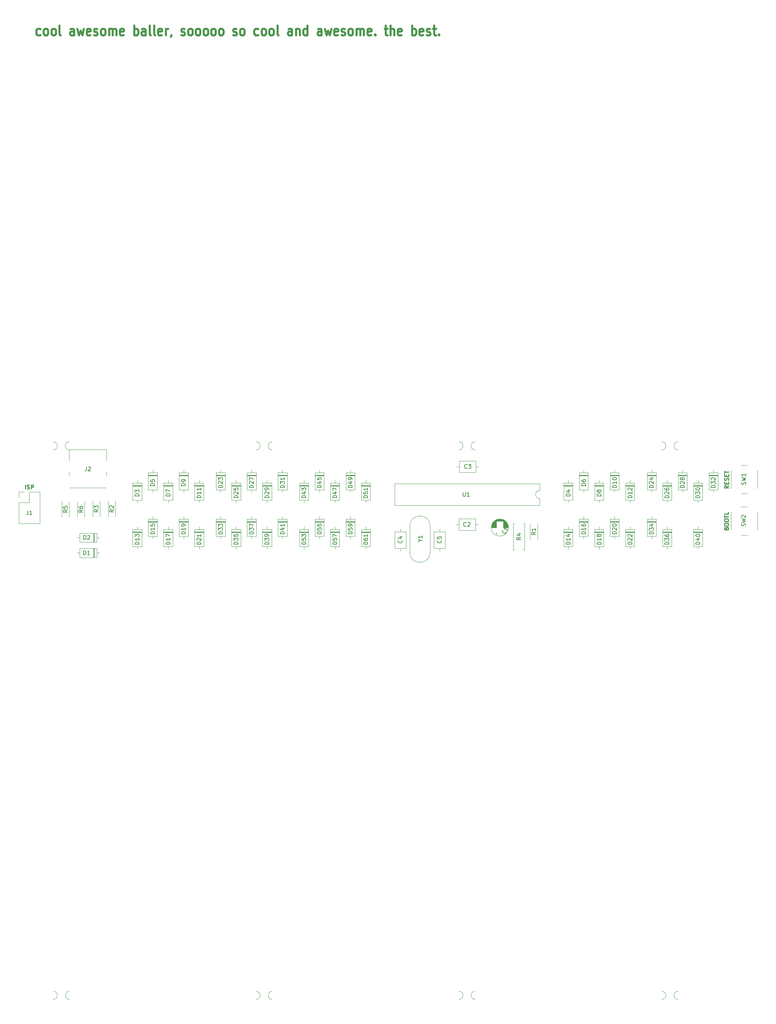
<source format=gto>
G04 #@! TF.GenerationSoftware,KiCad,Pcbnew,8.0.6*
G04 #@! TF.CreationDate,2024-11-17T02:17:27-07:00*
G04 #@! TF.ProjectId,framework,6672616d-6577-46f7-926b-2e6b69636164,1*
G04 #@! TF.SameCoordinates,Original*
G04 #@! TF.FileFunction,Legend,Top*
G04 #@! TF.FilePolarity,Positive*
%FSLAX46Y46*%
G04 Gerber Fmt 4.6, Leading zero omitted, Abs format (unit mm)*
G04 Created by KiCad (PCBNEW 8.0.6) date 2024-11-17 02:17:27*
%MOMM*%
%LPD*%
G01*
G04 APERTURE LIST*
%ADD10C,0.500000*%
%ADD11C,0.150000*%
%ADD12C,0.250000*%
%ADD13C,0.120000*%
%ADD14C,0.100000*%
%ADD15C,0.010000*%
%ADD16R,1.200000X1.200000*%
%ADD17C,1.200000*%
%ADD18C,1.500000*%
%ADD19R,1.600000X1.600000*%
%ADD20O,1.600000X1.600000*%
%ADD21C,1.701800*%
%ADD22C,3.987800*%
%ADD23C,3.000000*%
%ADD24C,2.000000*%
%ADD25C,1.400000*%
%ADD26O,1.400000X1.400000*%
%ADD27C,1.600000*%
%ADD28C,0.700000*%
%ADD29O,0.900000X2.400000*%
%ADD30O,0.900000X1.700000*%
%ADD31R,1.700000X1.700000*%
%ADD32O,1.700000X1.700000*%
%ADD33C,2.200000*%
%ADD34C,0.500000*%
G04 APERTURE END LIST*
D10*
X102972563Y-84399500D02*
X102772563Y-84518547D01*
X102772563Y-84518547D02*
X102372563Y-84518547D01*
X102372563Y-84518547D02*
X102172563Y-84399500D01*
X102172563Y-84399500D02*
X102072563Y-84280452D01*
X102072563Y-84280452D02*
X101972563Y-84042357D01*
X101972563Y-84042357D02*
X101972563Y-83328071D01*
X101972563Y-83328071D02*
X102072563Y-83089976D01*
X102072563Y-83089976D02*
X102172563Y-82970928D01*
X102172563Y-82970928D02*
X102372563Y-82851880D01*
X102372563Y-82851880D02*
X102772563Y-82851880D01*
X102772563Y-82851880D02*
X102972563Y-82970928D01*
X104172563Y-84518547D02*
X103972563Y-84399500D01*
X103972563Y-84399500D02*
X103872563Y-84280452D01*
X103872563Y-84280452D02*
X103772563Y-84042357D01*
X103772563Y-84042357D02*
X103772563Y-83328071D01*
X103772563Y-83328071D02*
X103872563Y-83089976D01*
X103872563Y-83089976D02*
X103972563Y-82970928D01*
X103972563Y-82970928D02*
X104172563Y-82851880D01*
X104172563Y-82851880D02*
X104472563Y-82851880D01*
X104472563Y-82851880D02*
X104672563Y-82970928D01*
X104672563Y-82970928D02*
X104772563Y-83089976D01*
X104772563Y-83089976D02*
X104872563Y-83328071D01*
X104872563Y-83328071D02*
X104872563Y-84042357D01*
X104872563Y-84042357D02*
X104772563Y-84280452D01*
X104772563Y-84280452D02*
X104672563Y-84399500D01*
X104672563Y-84399500D02*
X104472563Y-84518547D01*
X104472563Y-84518547D02*
X104172563Y-84518547D01*
X106072563Y-84518547D02*
X105872563Y-84399500D01*
X105872563Y-84399500D02*
X105772563Y-84280452D01*
X105772563Y-84280452D02*
X105672563Y-84042357D01*
X105672563Y-84042357D02*
X105672563Y-83328071D01*
X105672563Y-83328071D02*
X105772563Y-83089976D01*
X105772563Y-83089976D02*
X105872563Y-82970928D01*
X105872563Y-82970928D02*
X106072563Y-82851880D01*
X106072563Y-82851880D02*
X106372563Y-82851880D01*
X106372563Y-82851880D02*
X106572563Y-82970928D01*
X106572563Y-82970928D02*
X106672563Y-83089976D01*
X106672563Y-83089976D02*
X106772563Y-83328071D01*
X106772563Y-83328071D02*
X106772563Y-84042357D01*
X106772563Y-84042357D02*
X106672563Y-84280452D01*
X106672563Y-84280452D02*
X106572563Y-84399500D01*
X106572563Y-84399500D02*
X106372563Y-84518547D01*
X106372563Y-84518547D02*
X106072563Y-84518547D01*
X107972563Y-84518547D02*
X107772563Y-84399500D01*
X107772563Y-84399500D02*
X107672563Y-84161404D01*
X107672563Y-84161404D02*
X107672563Y-82018547D01*
X111272563Y-84518547D02*
X111272563Y-83209023D01*
X111272563Y-83209023D02*
X111172563Y-82970928D01*
X111172563Y-82970928D02*
X110972563Y-82851880D01*
X110972563Y-82851880D02*
X110572563Y-82851880D01*
X110572563Y-82851880D02*
X110372563Y-82970928D01*
X111272563Y-84399500D02*
X111072563Y-84518547D01*
X111072563Y-84518547D02*
X110572563Y-84518547D01*
X110572563Y-84518547D02*
X110372563Y-84399500D01*
X110372563Y-84399500D02*
X110272563Y-84161404D01*
X110272563Y-84161404D02*
X110272563Y-83923309D01*
X110272563Y-83923309D02*
X110372563Y-83685214D01*
X110372563Y-83685214D02*
X110572563Y-83566166D01*
X110572563Y-83566166D02*
X111072563Y-83566166D01*
X111072563Y-83566166D02*
X111272563Y-83447119D01*
X112072563Y-82851880D02*
X112472563Y-84518547D01*
X112472563Y-84518547D02*
X112872563Y-83328071D01*
X112872563Y-83328071D02*
X113272563Y-84518547D01*
X113272563Y-84518547D02*
X113672563Y-82851880D01*
X115272563Y-84399500D02*
X115072563Y-84518547D01*
X115072563Y-84518547D02*
X114672563Y-84518547D01*
X114672563Y-84518547D02*
X114472563Y-84399500D01*
X114472563Y-84399500D02*
X114372563Y-84161404D01*
X114372563Y-84161404D02*
X114372563Y-83209023D01*
X114372563Y-83209023D02*
X114472563Y-82970928D01*
X114472563Y-82970928D02*
X114672563Y-82851880D01*
X114672563Y-82851880D02*
X115072563Y-82851880D01*
X115072563Y-82851880D02*
X115272563Y-82970928D01*
X115272563Y-82970928D02*
X115372563Y-83209023D01*
X115372563Y-83209023D02*
X115372563Y-83447119D01*
X115372563Y-83447119D02*
X114372563Y-83685214D01*
X116172563Y-84399500D02*
X116372563Y-84518547D01*
X116372563Y-84518547D02*
X116772563Y-84518547D01*
X116772563Y-84518547D02*
X116972563Y-84399500D01*
X116972563Y-84399500D02*
X117072563Y-84161404D01*
X117072563Y-84161404D02*
X117072563Y-84042357D01*
X117072563Y-84042357D02*
X116972563Y-83804261D01*
X116972563Y-83804261D02*
X116772563Y-83685214D01*
X116772563Y-83685214D02*
X116472563Y-83685214D01*
X116472563Y-83685214D02*
X116272563Y-83566166D01*
X116272563Y-83566166D02*
X116172563Y-83328071D01*
X116172563Y-83328071D02*
X116172563Y-83209023D01*
X116172563Y-83209023D02*
X116272563Y-82970928D01*
X116272563Y-82970928D02*
X116472563Y-82851880D01*
X116472563Y-82851880D02*
X116772563Y-82851880D01*
X116772563Y-82851880D02*
X116972563Y-82970928D01*
X118272563Y-84518547D02*
X118072563Y-84399500D01*
X118072563Y-84399500D02*
X117972563Y-84280452D01*
X117972563Y-84280452D02*
X117872563Y-84042357D01*
X117872563Y-84042357D02*
X117872563Y-83328071D01*
X117872563Y-83328071D02*
X117972563Y-83089976D01*
X117972563Y-83089976D02*
X118072563Y-82970928D01*
X118072563Y-82970928D02*
X118272563Y-82851880D01*
X118272563Y-82851880D02*
X118572563Y-82851880D01*
X118572563Y-82851880D02*
X118772563Y-82970928D01*
X118772563Y-82970928D02*
X118872563Y-83089976D01*
X118872563Y-83089976D02*
X118972563Y-83328071D01*
X118972563Y-83328071D02*
X118972563Y-84042357D01*
X118972563Y-84042357D02*
X118872563Y-84280452D01*
X118872563Y-84280452D02*
X118772563Y-84399500D01*
X118772563Y-84399500D02*
X118572563Y-84518547D01*
X118572563Y-84518547D02*
X118272563Y-84518547D01*
X119872563Y-84518547D02*
X119872563Y-82851880D01*
X119872563Y-83089976D02*
X119972563Y-82970928D01*
X119972563Y-82970928D02*
X120172563Y-82851880D01*
X120172563Y-82851880D02*
X120472563Y-82851880D01*
X120472563Y-82851880D02*
X120672563Y-82970928D01*
X120672563Y-82970928D02*
X120772563Y-83209023D01*
X120772563Y-83209023D02*
X120772563Y-84518547D01*
X120772563Y-83209023D02*
X120872563Y-82970928D01*
X120872563Y-82970928D02*
X121072563Y-82851880D01*
X121072563Y-82851880D02*
X121372563Y-82851880D01*
X121372563Y-82851880D02*
X121572563Y-82970928D01*
X121572563Y-82970928D02*
X121672563Y-83209023D01*
X121672563Y-83209023D02*
X121672563Y-84518547D01*
X123472563Y-84399500D02*
X123272563Y-84518547D01*
X123272563Y-84518547D02*
X122872563Y-84518547D01*
X122872563Y-84518547D02*
X122672563Y-84399500D01*
X122672563Y-84399500D02*
X122572563Y-84161404D01*
X122572563Y-84161404D02*
X122572563Y-83209023D01*
X122572563Y-83209023D02*
X122672563Y-82970928D01*
X122672563Y-82970928D02*
X122872563Y-82851880D01*
X122872563Y-82851880D02*
X123272563Y-82851880D01*
X123272563Y-82851880D02*
X123472563Y-82970928D01*
X123472563Y-82970928D02*
X123572563Y-83209023D01*
X123572563Y-83209023D02*
X123572563Y-83447119D01*
X123572563Y-83447119D02*
X122572563Y-83685214D01*
X126072563Y-84518547D02*
X126072563Y-82018547D01*
X126072563Y-82970928D02*
X126272563Y-82851880D01*
X126272563Y-82851880D02*
X126672563Y-82851880D01*
X126672563Y-82851880D02*
X126872563Y-82970928D01*
X126872563Y-82970928D02*
X126972563Y-83089976D01*
X126972563Y-83089976D02*
X127072563Y-83328071D01*
X127072563Y-83328071D02*
X127072563Y-84042357D01*
X127072563Y-84042357D02*
X126972563Y-84280452D01*
X126972563Y-84280452D02*
X126872563Y-84399500D01*
X126872563Y-84399500D02*
X126672563Y-84518547D01*
X126672563Y-84518547D02*
X126272563Y-84518547D01*
X126272563Y-84518547D02*
X126072563Y-84399500D01*
X128872563Y-84518547D02*
X128872563Y-83209023D01*
X128872563Y-83209023D02*
X128772563Y-82970928D01*
X128772563Y-82970928D02*
X128572563Y-82851880D01*
X128572563Y-82851880D02*
X128172563Y-82851880D01*
X128172563Y-82851880D02*
X127972563Y-82970928D01*
X128872563Y-84399500D02*
X128672563Y-84518547D01*
X128672563Y-84518547D02*
X128172563Y-84518547D01*
X128172563Y-84518547D02*
X127972563Y-84399500D01*
X127972563Y-84399500D02*
X127872563Y-84161404D01*
X127872563Y-84161404D02*
X127872563Y-83923309D01*
X127872563Y-83923309D02*
X127972563Y-83685214D01*
X127972563Y-83685214D02*
X128172563Y-83566166D01*
X128172563Y-83566166D02*
X128672563Y-83566166D01*
X128672563Y-83566166D02*
X128872563Y-83447119D01*
X130172563Y-84518547D02*
X129972563Y-84399500D01*
X129972563Y-84399500D02*
X129872563Y-84161404D01*
X129872563Y-84161404D02*
X129872563Y-82018547D01*
X131272563Y-84518547D02*
X131072563Y-84399500D01*
X131072563Y-84399500D02*
X130972563Y-84161404D01*
X130972563Y-84161404D02*
X130972563Y-82018547D01*
X132872563Y-84399500D02*
X132672563Y-84518547D01*
X132672563Y-84518547D02*
X132272563Y-84518547D01*
X132272563Y-84518547D02*
X132072563Y-84399500D01*
X132072563Y-84399500D02*
X131972563Y-84161404D01*
X131972563Y-84161404D02*
X131972563Y-83209023D01*
X131972563Y-83209023D02*
X132072563Y-82970928D01*
X132072563Y-82970928D02*
X132272563Y-82851880D01*
X132272563Y-82851880D02*
X132672563Y-82851880D01*
X132672563Y-82851880D02*
X132872563Y-82970928D01*
X132872563Y-82970928D02*
X132972563Y-83209023D01*
X132972563Y-83209023D02*
X132972563Y-83447119D01*
X132972563Y-83447119D02*
X131972563Y-83685214D01*
X133872563Y-84518547D02*
X133872563Y-82851880D01*
X133872563Y-83328071D02*
X133972563Y-83089976D01*
X133972563Y-83089976D02*
X134072563Y-82970928D01*
X134072563Y-82970928D02*
X134272563Y-82851880D01*
X134272563Y-82851880D02*
X134472563Y-82851880D01*
X135272563Y-84399500D02*
X135272563Y-84518547D01*
X135272563Y-84518547D02*
X135172563Y-84756642D01*
X135172563Y-84756642D02*
X135072563Y-84875690D01*
X137672563Y-84399500D02*
X137872563Y-84518547D01*
X137872563Y-84518547D02*
X138272563Y-84518547D01*
X138272563Y-84518547D02*
X138472563Y-84399500D01*
X138472563Y-84399500D02*
X138572563Y-84161404D01*
X138572563Y-84161404D02*
X138572563Y-84042357D01*
X138572563Y-84042357D02*
X138472563Y-83804261D01*
X138472563Y-83804261D02*
X138272563Y-83685214D01*
X138272563Y-83685214D02*
X137972563Y-83685214D01*
X137972563Y-83685214D02*
X137772563Y-83566166D01*
X137772563Y-83566166D02*
X137672563Y-83328071D01*
X137672563Y-83328071D02*
X137672563Y-83209023D01*
X137672563Y-83209023D02*
X137772563Y-82970928D01*
X137772563Y-82970928D02*
X137972563Y-82851880D01*
X137972563Y-82851880D02*
X138272563Y-82851880D01*
X138272563Y-82851880D02*
X138472563Y-82970928D01*
X139772563Y-84518547D02*
X139572563Y-84399500D01*
X139572563Y-84399500D02*
X139472563Y-84280452D01*
X139472563Y-84280452D02*
X139372563Y-84042357D01*
X139372563Y-84042357D02*
X139372563Y-83328071D01*
X139372563Y-83328071D02*
X139472563Y-83089976D01*
X139472563Y-83089976D02*
X139572563Y-82970928D01*
X139572563Y-82970928D02*
X139772563Y-82851880D01*
X139772563Y-82851880D02*
X140072563Y-82851880D01*
X140072563Y-82851880D02*
X140272563Y-82970928D01*
X140272563Y-82970928D02*
X140372563Y-83089976D01*
X140372563Y-83089976D02*
X140472563Y-83328071D01*
X140472563Y-83328071D02*
X140472563Y-84042357D01*
X140472563Y-84042357D02*
X140372563Y-84280452D01*
X140372563Y-84280452D02*
X140272563Y-84399500D01*
X140272563Y-84399500D02*
X140072563Y-84518547D01*
X140072563Y-84518547D02*
X139772563Y-84518547D01*
X141672563Y-84518547D02*
X141472563Y-84399500D01*
X141472563Y-84399500D02*
X141372563Y-84280452D01*
X141372563Y-84280452D02*
X141272563Y-84042357D01*
X141272563Y-84042357D02*
X141272563Y-83328071D01*
X141272563Y-83328071D02*
X141372563Y-83089976D01*
X141372563Y-83089976D02*
X141472563Y-82970928D01*
X141472563Y-82970928D02*
X141672563Y-82851880D01*
X141672563Y-82851880D02*
X141972563Y-82851880D01*
X141972563Y-82851880D02*
X142172563Y-82970928D01*
X142172563Y-82970928D02*
X142272563Y-83089976D01*
X142272563Y-83089976D02*
X142372563Y-83328071D01*
X142372563Y-83328071D02*
X142372563Y-84042357D01*
X142372563Y-84042357D02*
X142272563Y-84280452D01*
X142272563Y-84280452D02*
X142172563Y-84399500D01*
X142172563Y-84399500D02*
X141972563Y-84518547D01*
X141972563Y-84518547D02*
X141672563Y-84518547D01*
X143572563Y-84518547D02*
X143372563Y-84399500D01*
X143372563Y-84399500D02*
X143272563Y-84280452D01*
X143272563Y-84280452D02*
X143172563Y-84042357D01*
X143172563Y-84042357D02*
X143172563Y-83328071D01*
X143172563Y-83328071D02*
X143272563Y-83089976D01*
X143272563Y-83089976D02*
X143372563Y-82970928D01*
X143372563Y-82970928D02*
X143572563Y-82851880D01*
X143572563Y-82851880D02*
X143872563Y-82851880D01*
X143872563Y-82851880D02*
X144072563Y-82970928D01*
X144072563Y-82970928D02*
X144172563Y-83089976D01*
X144172563Y-83089976D02*
X144272563Y-83328071D01*
X144272563Y-83328071D02*
X144272563Y-84042357D01*
X144272563Y-84042357D02*
X144172563Y-84280452D01*
X144172563Y-84280452D02*
X144072563Y-84399500D01*
X144072563Y-84399500D02*
X143872563Y-84518547D01*
X143872563Y-84518547D02*
X143572563Y-84518547D01*
X145472563Y-84518547D02*
X145272563Y-84399500D01*
X145272563Y-84399500D02*
X145172563Y-84280452D01*
X145172563Y-84280452D02*
X145072563Y-84042357D01*
X145072563Y-84042357D02*
X145072563Y-83328071D01*
X145072563Y-83328071D02*
X145172563Y-83089976D01*
X145172563Y-83089976D02*
X145272563Y-82970928D01*
X145272563Y-82970928D02*
X145472563Y-82851880D01*
X145472563Y-82851880D02*
X145772563Y-82851880D01*
X145772563Y-82851880D02*
X145972563Y-82970928D01*
X145972563Y-82970928D02*
X146072563Y-83089976D01*
X146072563Y-83089976D02*
X146172563Y-83328071D01*
X146172563Y-83328071D02*
X146172563Y-84042357D01*
X146172563Y-84042357D02*
X146072563Y-84280452D01*
X146072563Y-84280452D02*
X145972563Y-84399500D01*
X145972563Y-84399500D02*
X145772563Y-84518547D01*
X145772563Y-84518547D02*
X145472563Y-84518547D01*
X147372563Y-84518547D02*
X147172563Y-84399500D01*
X147172563Y-84399500D02*
X147072563Y-84280452D01*
X147072563Y-84280452D02*
X146972563Y-84042357D01*
X146972563Y-84042357D02*
X146972563Y-83328071D01*
X146972563Y-83328071D02*
X147072563Y-83089976D01*
X147072563Y-83089976D02*
X147172563Y-82970928D01*
X147172563Y-82970928D02*
X147372563Y-82851880D01*
X147372563Y-82851880D02*
X147672563Y-82851880D01*
X147672563Y-82851880D02*
X147872563Y-82970928D01*
X147872563Y-82970928D02*
X147972563Y-83089976D01*
X147972563Y-83089976D02*
X148072563Y-83328071D01*
X148072563Y-83328071D02*
X148072563Y-84042357D01*
X148072563Y-84042357D02*
X147972563Y-84280452D01*
X147972563Y-84280452D02*
X147872563Y-84399500D01*
X147872563Y-84399500D02*
X147672563Y-84518547D01*
X147672563Y-84518547D02*
X147372563Y-84518547D01*
X150472563Y-84399500D02*
X150672563Y-84518547D01*
X150672563Y-84518547D02*
X151072563Y-84518547D01*
X151072563Y-84518547D02*
X151272563Y-84399500D01*
X151272563Y-84399500D02*
X151372563Y-84161404D01*
X151372563Y-84161404D02*
X151372563Y-84042357D01*
X151372563Y-84042357D02*
X151272563Y-83804261D01*
X151272563Y-83804261D02*
X151072563Y-83685214D01*
X151072563Y-83685214D02*
X150772563Y-83685214D01*
X150772563Y-83685214D02*
X150572563Y-83566166D01*
X150572563Y-83566166D02*
X150472563Y-83328071D01*
X150472563Y-83328071D02*
X150472563Y-83209023D01*
X150472563Y-83209023D02*
X150572563Y-82970928D01*
X150572563Y-82970928D02*
X150772563Y-82851880D01*
X150772563Y-82851880D02*
X151072563Y-82851880D01*
X151072563Y-82851880D02*
X151272563Y-82970928D01*
X152572563Y-84518547D02*
X152372563Y-84399500D01*
X152372563Y-84399500D02*
X152272563Y-84280452D01*
X152272563Y-84280452D02*
X152172563Y-84042357D01*
X152172563Y-84042357D02*
X152172563Y-83328071D01*
X152172563Y-83328071D02*
X152272563Y-83089976D01*
X152272563Y-83089976D02*
X152372563Y-82970928D01*
X152372563Y-82970928D02*
X152572563Y-82851880D01*
X152572563Y-82851880D02*
X152872563Y-82851880D01*
X152872563Y-82851880D02*
X153072563Y-82970928D01*
X153072563Y-82970928D02*
X153172563Y-83089976D01*
X153172563Y-83089976D02*
X153272563Y-83328071D01*
X153272563Y-83328071D02*
X153272563Y-84042357D01*
X153272563Y-84042357D02*
X153172563Y-84280452D01*
X153172563Y-84280452D02*
X153072563Y-84399500D01*
X153072563Y-84399500D02*
X152872563Y-84518547D01*
X152872563Y-84518547D02*
X152572563Y-84518547D01*
X156672563Y-84399500D02*
X156472563Y-84518547D01*
X156472563Y-84518547D02*
X156072563Y-84518547D01*
X156072563Y-84518547D02*
X155872563Y-84399500D01*
X155872563Y-84399500D02*
X155772563Y-84280452D01*
X155772563Y-84280452D02*
X155672563Y-84042357D01*
X155672563Y-84042357D02*
X155672563Y-83328071D01*
X155672563Y-83328071D02*
X155772563Y-83089976D01*
X155772563Y-83089976D02*
X155872563Y-82970928D01*
X155872563Y-82970928D02*
X156072563Y-82851880D01*
X156072563Y-82851880D02*
X156472563Y-82851880D01*
X156472563Y-82851880D02*
X156672563Y-82970928D01*
X157872563Y-84518547D02*
X157672563Y-84399500D01*
X157672563Y-84399500D02*
X157572563Y-84280452D01*
X157572563Y-84280452D02*
X157472563Y-84042357D01*
X157472563Y-84042357D02*
X157472563Y-83328071D01*
X157472563Y-83328071D02*
X157572563Y-83089976D01*
X157572563Y-83089976D02*
X157672563Y-82970928D01*
X157672563Y-82970928D02*
X157872563Y-82851880D01*
X157872563Y-82851880D02*
X158172563Y-82851880D01*
X158172563Y-82851880D02*
X158372563Y-82970928D01*
X158372563Y-82970928D02*
X158472563Y-83089976D01*
X158472563Y-83089976D02*
X158572563Y-83328071D01*
X158572563Y-83328071D02*
X158572563Y-84042357D01*
X158572563Y-84042357D02*
X158472563Y-84280452D01*
X158472563Y-84280452D02*
X158372563Y-84399500D01*
X158372563Y-84399500D02*
X158172563Y-84518547D01*
X158172563Y-84518547D02*
X157872563Y-84518547D01*
X159772563Y-84518547D02*
X159572563Y-84399500D01*
X159572563Y-84399500D02*
X159472563Y-84280452D01*
X159472563Y-84280452D02*
X159372563Y-84042357D01*
X159372563Y-84042357D02*
X159372563Y-83328071D01*
X159372563Y-83328071D02*
X159472563Y-83089976D01*
X159472563Y-83089976D02*
X159572563Y-82970928D01*
X159572563Y-82970928D02*
X159772563Y-82851880D01*
X159772563Y-82851880D02*
X160072563Y-82851880D01*
X160072563Y-82851880D02*
X160272563Y-82970928D01*
X160272563Y-82970928D02*
X160372563Y-83089976D01*
X160372563Y-83089976D02*
X160472563Y-83328071D01*
X160472563Y-83328071D02*
X160472563Y-84042357D01*
X160472563Y-84042357D02*
X160372563Y-84280452D01*
X160372563Y-84280452D02*
X160272563Y-84399500D01*
X160272563Y-84399500D02*
X160072563Y-84518547D01*
X160072563Y-84518547D02*
X159772563Y-84518547D01*
X161672563Y-84518547D02*
X161472563Y-84399500D01*
X161472563Y-84399500D02*
X161372563Y-84161404D01*
X161372563Y-84161404D02*
X161372563Y-82018547D01*
X164972563Y-84518547D02*
X164972563Y-83209023D01*
X164972563Y-83209023D02*
X164872563Y-82970928D01*
X164872563Y-82970928D02*
X164672563Y-82851880D01*
X164672563Y-82851880D02*
X164272563Y-82851880D01*
X164272563Y-82851880D02*
X164072563Y-82970928D01*
X164972563Y-84399500D02*
X164772563Y-84518547D01*
X164772563Y-84518547D02*
X164272563Y-84518547D01*
X164272563Y-84518547D02*
X164072563Y-84399500D01*
X164072563Y-84399500D02*
X163972563Y-84161404D01*
X163972563Y-84161404D02*
X163972563Y-83923309D01*
X163972563Y-83923309D02*
X164072563Y-83685214D01*
X164072563Y-83685214D02*
X164272563Y-83566166D01*
X164272563Y-83566166D02*
X164772563Y-83566166D01*
X164772563Y-83566166D02*
X164972563Y-83447119D01*
X165972563Y-82851880D02*
X165972563Y-84518547D01*
X165972563Y-83089976D02*
X166072563Y-82970928D01*
X166072563Y-82970928D02*
X166272563Y-82851880D01*
X166272563Y-82851880D02*
X166572563Y-82851880D01*
X166572563Y-82851880D02*
X166772563Y-82970928D01*
X166772563Y-82970928D02*
X166872563Y-83209023D01*
X166872563Y-83209023D02*
X166872563Y-84518547D01*
X168772563Y-84518547D02*
X168772563Y-82018547D01*
X168772563Y-84399500D02*
X168572563Y-84518547D01*
X168572563Y-84518547D02*
X168172563Y-84518547D01*
X168172563Y-84518547D02*
X167972563Y-84399500D01*
X167972563Y-84399500D02*
X167872563Y-84280452D01*
X167872563Y-84280452D02*
X167772563Y-84042357D01*
X167772563Y-84042357D02*
X167772563Y-83328071D01*
X167772563Y-83328071D02*
X167872563Y-83089976D01*
X167872563Y-83089976D02*
X167972563Y-82970928D01*
X167972563Y-82970928D02*
X168172563Y-82851880D01*
X168172563Y-82851880D02*
X168572563Y-82851880D01*
X168572563Y-82851880D02*
X168772563Y-82970928D01*
X172272563Y-84518547D02*
X172272563Y-83209023D01*
X172272563Y-83209023D02*
X172172563Y-82970928D01*
X172172563Y-82970928D02*
X171972563Y-82851880D01*
X171972563Y-82851880D02*
X171572563Y-82851880D01*
X171572563Y-82851880D02*
X171372563Y-82970928D01*
X172272563Y-84399500D02*
X172072563Y-84518547D01*
X172072563Y-84518547D02*
X171572563Y-84518547D01*
X171572563Y-84518547D02*
X171372563Y-84399500D01*
X171372563Y-84399500D02*
X171272563Y-84161404D01*
X171272563Y-84161404D02*
X171272563Y-83923309D01*
X171272563Y-83923309D02*
X171372563Y-83685214D01*
X171372563Y-83685214D02*
X171572563Y-83566166D01*
X171572563Y-83566166D02*
X172072563Y-83566166D01*
X172072563Y-83566166D02*
X172272563Y-83447119D01*
X173072563Y-82851880D02*
X173472563Y-84518547D01*
X173472563Y-84518547D02*
X173872563Y-83328071D01*
X173872563Y-83328071D02*
X174272563Y-84518547D01*
X174272563Y-84518547D02*
X174672563Y-82851880D01*
X176272563Y-84399500D02*
X176072563Y-84518547D01*
X176072563Y-84518547D02*
X175672563Y-84518547D01*
X175672563Y-84518547D02*
X175472563Y-84399500D01*
X175472563Y-84399500D02*
X175372563Y-84161404D01*
X175372563Y-84161404D02*
X175372563Y-83209023D01*
X175372563Y-83209023D02*
X175472563Y-82970928D01*
X175472563Y-82970928D02*
X175672563Y-82851880D01*
X175672563Y-82851880D02*
X176072563Y-82851880D01*
X176072563Y-82851880D02*
X176272563Y-82970928D01*
X176272563Y-82970928D02*
X176372563Y-83209023D01*
X176372563Y-83209023D02*
X176372563Y-83447119D01*
X176372563Y-83447119D02*
X175372563Y-83685214D01*
X177172563Y-84399500D02*
X177372563Y-84518547D01*
X177372563Y-84518547D02*
X177772563Y-84518547D01*
X177772563Y-84518547D02*
X177972563Y-84399500D01*
X177972563Y-84399500D02*
X178072563Y-84161404D01*
X178072563Y-84161404D02*
X178072563Y-84042357D01*
X178072563Y-84042357D02*
X177972563Y-83804261D01*
X177972563Y-83804261D02*
X177772563Y-83685214D01*
X177772563Y-83685214D02*
X177472563Y-83685214D01*
X177472563Y-83685214D02*
X177272563Y-83566166D01*
X177272563Y-83566166D02*
X177172563Y-83328071D01*
X177172563Y-83328071D02*
X177172563Y-83209023D01*
X177172563Y-83209023D02*
X177272563Y-82970928D01*
X177272563Y-82970928D02*
X177472563Y-82851880D01*
X177472563Y-82851880D02*
X177772563Y-82851880D01*
X177772563Y-82851880D02*
X177972563Y-82970928D01*
X179272563Y-84518547D02*
X179072563Y-84399500D01*
X179072563Y-84399500D02*
X178972563Y-84280452D01*
X178972563Y-84280452D02*
X178872563Y-84042357D01*
X178872563Y-84042357D02*
X178872563Y-83328071D01*
X178872563Y-83328071D02*
X178972563Y-83089976D01*
X178972563Y-83089976D02*
X179072563Y-82970928D01*
X179072563Y-82970928D02*
X179272563Y-82851880D01*
X179272563Y-82851880D02*
X179572563Y-82851880D01*
X179572563Y-82851880D02*
X179772563Y-82970928D01*
X179772563Y-82970928D02*
X179872563Y-83089976D01*
X179872563Y-83089976D02*
X179972563Y-83328071D01*
X179972563Y-83328071D02*
X179972563Y-84042357D01*
X179972563Y-84042357D02*
X179872563Y-84280452D01*
X179872563Y-84280452D02*
X179772563Y-84399500D01*
X179772563Y-84399500D02*
X179572563Y-84518547D01*
X179572563Y-84518547D02*
X179272563Y-84518547D01*
X180872563Y-84518547D02*
X180872563Y-82851880D01*
X180872563Y-83089976D02*
X180972563Y-82970928D01*
X180972563Y-82970928D02*
X181172563Y-82851880D01*
X181172563Y-82851880D02*
X181472563Y-82851880D01*
X181472563Y-82851880D02*
X181672563Y-82970928D01*
X181672563Y-82970928D02*
X181772563Y-83209023D01*
X181772563Y-83209023D02*
X181772563Y-84518547D01*
X181772563Y-83209023D02*
X181872563Y-82970928D01*
X181872563Y-82970928D02*
X182072563Y-82851880D01*
X182072563Y-82851880D02*
X182372563Y-82851880D01*
X182372563Y-82851880D02*
X182572563Y-82970928D01*
X182572563Y-82970928D02*
X182672563Y-83209023D01*
X182672563Y-83209023D02*
X182672563Y-84518547D01*
X184472563Y-84399500D02*
X184272563Y-84518547D01*
X184272563Y-84518547D02*
X183872563Y-84518547D01*
X183872563Y-84518547D02*
X183672563Y-84399500D01*
X183672563Y-84399500D02*
X183572563Y-84161404D01*
X183572563Y-84161404D02*
X183572563Y-83209023D01*
X183572563Y-83209023D02*
X183672563Y-82970928D01*
X183672563Y-82970928D02*
X183872563Y-82851880D01*
X183872563Y-82851880D02*
X184272563Y-82851880D01*
X184272563Y-82851880D02*
X184472563Y-82970928D01*
X184472563Y-82970928D02*
X184572563Y-83209023D01*
X184572563Y-83209023D02*
X184572563Y-83447119D01*
X184572563Y-83447119D02*
X183572563Y-83685214D01*
X185472563Y-84280452D02*
X185572563Y-84399500D01*
X185572563Y-84399500D02*
X185472563Y-84518547D01*
X185472563Y-84518547D02*
X185372563Y-84399500D01*
X185372563Y-84399500D02*
X185472563Y-84280452D01*
X185472563Y-84280452D02*
X185472563Y-84518547D01*
X187772563Y-82851880D02*
X188572563Y-82851880D01*
X188072563Y-82018547D02*
X188072563Y-84161404D01*
X188072563Y-84161404D02*
X188172563Y-84399500D01*
X188172563Y-84399500D02*
X188372563Y-84518547D01*
X188372563Y-84518547D02*
X188572563Y-84518547D01*
X189272563Y-84518547D02*
X189272563Y-82018547D01*
X190172563Y-84518547D02*
X190172563Y-83209023D01*
X190172563Y-83209023D02*
X190072563Y-82970928D01*
X190072563Y-82970928D02*
X189872563Y-82851880D01*
X189872563Y-82851880D02*
X189572563Y-82851880D01*
X189572563Y-82851880D02*
X189372563Y-82970928D01*
X189372563Y-82970928D02*
X189272563Y-83089976D01*
X191972563Y-84399500D02*
X191772563Y-84518547D01*
X191772563Y-84518547D02*
X191372563Y-84518547D01*
X191372563Y-84518547D02*
X191172563Y-84399500D01*
X191172563Y-84399500D02*
X191072563Y-84161404D01*
X191072563Y-84161404D02*
X191072563Y-83209023D01*
X191072563Y-83209023D02*
X191172563Y-82970928D01*
X191172563Y-82970928D02*
X191372563Y-82851880D01*
X191372563Y-82851880D02*
X191772563Y-82851880D01*
X191772563Y-82851880D02*
X191972563Y-82970928D01*
X191972563Y-82970928D02*
X192072563Y-83209023D01*
X192072563Y-83209023D02*
X192072563Y-83447119D01*
X192072563Y-83447119D02*
X191072563Y-83685214D01*
X194572563Y-84518547D02*
X194572563Y-82018547D01*
X194572563Y-82970928D02*
X194772563Y-82851880D01*
X194772563Y-82851880D02*
X195172563Y-82851880D01*
X195172563Y-82851880D02*
X195372563Y-82970928D01*
X195372563Y-82970928D02*
X195472563Y-83089976D01*
X195472563Y-83089976D02*
X195572563Y-83328071D01*
X195572563Y-83328071D02*
X195572563Y-84042357D01*
X195572563Y-84042357D02*
X195472563Y-84280452D01*
X195472563Y-84280452D02*
X195372563Y-84399500D01*
X195372563Y-84399500D02*
X195172563Y-84518547D01*
X195172563Y-84518547D02*
X194772563Y-84518547D01*
X194772563Y-84518547D02*
X194572563Y-84399500D01*
X197272563Y-84399500D02*
X197072563Y-84518547D01*
X197072563Y-84518547D02*
X196672563Y-84518547D01*
X196672563Y-84518547D02*
X196472563Y-84399500D01*
X196472563Y-84399500D02*
X196372563Y-84161404D01*
X196372563Y-84161404D02*
X196372563Y-83209023D01*
X196372563Y-83209023D02*
X196472563Y-82970928D01*
X196472563Y-82970928D02*
X196672563Y-82851880D01*
X196672563Y-82851880D02*
X197072563Y-82851880D01*
X197072563Y-82851880D02*
X197272563Y-82970928D01*
X197272563Y-82970928D02*
X197372563Y-83209023D01*
X197372563Y-83209023D02*
X197372563Y-83447119D01*
X197372563Y-83447119D02*
X196372563Y-83685214D01*
X198172563Y-84399500D02*
X198372563Y-84518547D01*
X198372563Y-84518547D02*
X198772563Y-84518547D01*
X198772563Y-84518547D02*
X198972563Y-84399500D01*
X198972563Y-84399500D02*
X199072563Y-84161404D01*
X199072563Y-84161404D02*
X199072563Y-84042357D01*
X199072563Y-84042357D02*
X198972563Y-83804261D01*
X198972563Y-83804261D02*
X198772563Y-83685214D01*
X198772563Y-83685214D02*
X198472563Y-83685214D01*
X198472563Y-83685214D02*
X198272563Y-83566166D01*
X198272563Y-83566166D02*
X198172563Y-83328071D01*
X198172563Y-83328071D02*
X198172563Y-83209023D01*
X198172563Y-83209023D02*
X198272563Y-82970928D01*
X198272563Y-82970928D02*
X198472563Y-82851880D01*
X198472563Y-82851880D02*
X198772563Y-82851880D01*
X198772563Y-82851880D02*
X198972563Y-82970928D01*
X199672563Y-82851880D02*
X200472563Y-82851880D01*
X199972563Y-82018547D02*
X199972563Y-84161404D01*
X199972563Y-84161404D02*
X200072563Y-84399500D01*
X200072563Y-84399500D02*
X200272563Y-84518547D01*
X200272563Y-84518547D02*
X200472563Y-84518547D01*
X201172563Y-84280452D02*
X201272563Y-84399500D01*
X201272563Y-84399500D02*
X201172563Y-84518547D01*
X201172563Y-84518547D02*
X201072563Y-84399500D01*
X201072563Y-84399500D02*
X201172563Y-84280452D01*
X201172563Y-84280452D02*
X201172563Y-84518547D01*
D11*
X217696340Y-206764074D02*
X217712027Y-206822618D01*
X217712027Y-206822618D02*
X217684856Y-206955393D01*
X217684856Y-206955393D02*
X217641999Y-207029624D01*
X217641999Y-207029624D02*
X217540598Y-207119541D01*
X217540598Y-207119541D02*
X217423510Y-207150915D01*
X217423510Y-207150915D02*
X217327851Y-207145173D01*
X217327851Y-207145173D02*
X217157961Y-207096574D01*
X217157961Y-207096574D02*
X217046615Y-207032289D01*
X217046615Y-207032289D02*
X216919582Y-206909459D01*
X216919582Y-206909459D02*
X216866780Y-206829486D01*
X216866780Y-206829486D02*
X216835406Y-206712398D01*
X216835406Y-206712398D02*
X216862576Y-206579624D01*
X216862576Y-206579624D02*
X216905433Y-206505393D01*
X216905433Y-206505393D02*
X217006835Y-206415475D01*
X217006835Y-206415475D02*
X217065378Y-206399789D01*
X218199142Y-206064624D02*
X217941999Y-206510009D01*
X218070571Y-206287316D02*
X217291148Y-205837316D01*
X217291148Y-205837316D02*
X217359637Y-205975833D01*
X217359637Y-205975833D02*
X217391010Y-206092921D01*
X217391010Y-206092921D02*
X217385269Y-206188580D01*
X196562003Y-208905315D02*
X197038194Y-208905315D01*
X196038194Y-209238648D02*
X196562003Y-208905315D01*
X196562003Y-208905315D02*
X196038194Y-208571982D01*
X197038194Y-207714839D02*
X197038194Y-208286267D01*
X197038194Y-208000553D02*
X196038194Y-208000553D01*
X196038194Y-208000553D02*
X196181051Y-208095791D01*
X196181051Y-208095791D02*
X196276289Y-208191029D01*
X196276289Y-208191029D02*
X196323908Y-208286267D01*
X207129220Y-197031444D02*
X207129220Y-197840967D01*
X207129220Y-197840967D02*
X207176839Y-197936205D01*
X207176839Y-197936205D02*
X207224458Y-197983825D01*
X207224458Y-197983825D02*
X207319696Y-198031444D01*
X207319696Y-198031444D02*
X207510172Y-198031444D01*
X207510172Y-198031444D02*
X207605410Y-197983825D01*
X207605410Y-197983825D02*
X207653029Y-197936205D01*
X207653029Y-197936205D02*
X207700648Y-197840967D01*
X207700648Y-197840967D02*
X207700648Y-197031444D01*
X208700648Y-198031444D02*
X208129220Y-198031444D01*
X208414934Y-198031444D02*
X208414934Y-197031444D01*
X208414934Y-197031444D02*
X208319696Y-197174301D01*
X208319696Y-197174301D02*
X208224458Y-197269539D01*
X208224458Y-197269539D02*
X208129220Y-197317158D01*
X276708075Y-205331957D02*
X276755694Y-205189100D01*
X276755694Y-205189100D02*
X276755694Y-204951005D01*
X276755694Y-204951005D02*
X276708075Y-204855767D01*
X276708075Y-204855767D02*
X276660455Y-204808148D01*
X276660455Y-204808148D02*
X276565217Y-204760529D01*
X276565217Y-204760529D02*
X276469979Y-204760529D01*
X276469979Y-204760529D02*
X276374741Y-204808148D01*
X276374741Y-204808148D02*
X276327122Y-204855767D01*
X276327122Y-204855767D02*
X276279503Y-204951005D01*
X276279503Y-204951005D02*
X276231884Y-205141481D01*
X276231884Y-205141481D02*
X276184265Y-205236719D01*
X276184265Y-205236719D02*
X276136646Y-205284338D01*
X276136646Y-205284338D02*
X276041408Y-205331957D01*
X276041408Y-205331957D02*
X275946170Y-205331957D01*
X275946170Y-205331957D02*
X275850932Y-205284338D01*
X275850932Y-205284338D02*
X275803313Y-205236719D01*
X275803313Y-205236719D02*
X275755694Y-205141481D01*
X275755694Y-205141481D02*
X275755694Y-204903386D01*
X275755694Y-204903386D02*
X275803313Y-204760529D01*
X275755694Y-204427195D02*
X276755694Y-204189100D01*
X276755694Y-204189100D02*
X276041408Y-203998624D01*
X276041408Y-203998624D02*
X276755694Y-203808148D01*
X276755694Y-203808148D02*
X275755694Y-203570053D01*
X275850932Y-203236719D02*
X275803313Y-203189100D01*
X275803313Y-203189100D02*
X275755694Y-203093862D01*
X275755694Y-203093862D02*
X275755694Y-202855767D01*
X275755694Y-202855767D02*
X275803313Y-202760529D01*
X275803313Y-202760529D02*
X275850932Y-202712910D01*
X275850932Y-202712910D02*
X275946170Y-202665291D01*
X275946170Y-202665291D02*
X276041408Y-202665291D01*
X276041408Y-202665291D02*
X276184265Y-202712910D01*
X276184265Y-202712910D02*
X276755694Y-203284338D01*
X276755694Y-203284338D02*
X276755694Y-202665291D01*
D12*
X271996809Y-205897829D02*
X272044428Y-205754972D01*
X272044428Y-205754972D02*
X272092047Y-205707353D01*
X272092047Y-205707353D02*
X272187285Y-205659734D01*
X272187285Y-205659734D02*
X272330142Y-205659734D01*
X272330142Y-205659734D02*
X272425380Y-205707353D01*
X272425380Y-205707353D02*
X272473000Y-205754972D01*
X272473000Y-205754972D02*
X272520619Y-205850210D01*
X272520619Y-205850210D02*
X272520619Y-206231162D01*
X272520619Y-206231162D02*
X271520619Y-206231162D01*
X271520619Y-206231162D02*
X271520619Y-205897829D01*
X271520619Y-205897829D02*
X271568238Y-205802591D01*
X271568238Y-205802591D02*
X271615857Y-205754972D01*
X271615857Y-205754972D02*
X271711095Y-205707353D01*
X271711095Y-205707353D02*
X271806333Y-205707353D01*
X271806333Y-205707353D02*
X271901571Y-205754972D01*
X271901571Y-205754972D02*
X271949190Y-205802591D01*
X271949190Y-205802591D02*
X271996809Y-205897829D01*
X271996809Y-205897829D02*
X271996809Y-206231162D01*
X271520619Y-205040686D02*
X271520619Y-204850210D01*
X271520619Y-204850210D02*
X271568238Y-204754972D01*
X271568238Y-204754972D02*
X271663476Y-204659734D01*
X271663476Y-204659734D02*
X271853952Y-204612115D01*
X271853952Y-204612115D02*
X272187285Y-204612115D01*
X272187285Y-204612115D02*
X272377761Y-204659734D01*
X272377761Y-204659734D02*
X272473000Y-204754972D01*
X272473000Y-204754972D02*
X272520619Y-204850210D01*
X272520619Y-204850210D02*
X272520619Y-205040686D01*
X272520619Y-205040686D02*
X272473000Y-205135924D01*
X272473000Y-205135924D02*
X272377761Y-205231162D01*
X272377761Y-205231162D02*
X272187285Y-205278781D01*
X272187285Y-205278781D02*
X271853952Y-205278781D01*
X271853952Y-205278781D02*
X271663476Y-205231162D01*
X271663476Y-205231162D02*
X271568238Y-205135924D01*
X271568238Y-205135924D02*
X271520619Y-205040686D01*
X271520619Y-203993067D02*
X271520619Y-203802591D01*
X271520619Y-203802591D02*
X271568238Y-203707353D01*
X271568238Y-203707353D02*
X271663476Y-203612115D01*
X271663476Y-203612115D02*
X271853952Y-203564496D01*
X271853952Y-203564496D02*
X272187285Y-203564496D01*
X272187285Y-203564496D02*
X272377761Y-203612115D01*
X272377761Y-203612115D02*
X272473000Y-203707353D01*
X272473000Y-203707353D02*
X272520619Y-203802591D01*
X272520619Y-203802591D02*
X272520619Y-203993067D01*
X272520619Y-203993067D02*
X272473000Y-204088305D01*
X272473000Y-204088305D02*
X272377761Y-204183543D01*
X272377761Y-204183543D02*
X272187285Y-204231162D01*
X272187285Y-204231162D02*
X271853952Y-204231162D01*
X271853952Y-204231162D02*
X271663476Y-204183543D01*
X271663476Y-204183543D02*
X271568238Y-204088305D01*
X271568238Y-204088305D02*
X271520619Y-203993067D01*
X271520619Y-203278781D02*
X271520619Y-202707353D01*
X272520619Y-202993067D02*
X271520619Y-202993067D01*
X272520619Y-201897829D02*
X272520619Y-202374019D01*
X272520619Y-202374019D02*
X271520619Y-202374019D01*
D11*
X276718075Y-195121957D02*
X276765694Y-194979100D01*
X276765694Y-194979100D02*
X276765694Y-194741005D01*
X276765694Y-194741005D02*
X276718075Y-194645767D01*
X276718075Y-194645767D02*
X276670455Y-194598148D01*
X276670455Y-194598148D02*
X276575217Y-194550529D01*
X276575217Y-194550529D02*
X276479979Y-194550529D01*
X276479979Y-194550529D02*
X276384741Y-194598148D01*
X276384741Y-194598148D02*
X276337122Y-194645767D01*
X276337122Y-194645767D02*
X276289503Y-194741005D01*
X276289503Y-194741005D02*
X276241884Y-194931481D01*
X276241884Y-194931481D02*
X276194265Y-195026719D01*
X276194265Y-195026719D02*
X276146646Y-195074338D01*
X276146646Y-195074338D02*
X276051408Y-195121957D01*
X276051408Y-195121957D02*
X275956170Y-195121957D01*
X275956170Y-195121957D02*
X275860932Y-195074338D01*
X275860932Y-195074338D02*
X275813313Y-195026719D01*
X275813313Y-195026719D02*
X275765694Y-194931481D01*
X275765694Y-194931481D02*
X275765694Y-194693386D01*
X275765694Y-194693386D02*
X275813313Y-194550529D01*
X275765694Y-194217195D02*
X276765694Y-193979100D01*
X276765694Y-193979100D02*
X276051408Y-193788624D01*
X276051408Y-193788624D02*
X276765694Y-193598148D01*
X276765694Y-193598148D02*
X275765694Y-193360053D01*
X276765694Y-192455291D02*
X276765694Y-193026719D01*
X276765694Y-192741005D02*
X275765694Y-192741005D01*
X275765694Y-192741005D02*
X275908551Y-192836243D01*
X275908551Y-192836243D02*
X276003789Y-192931481D01*
X276003789Y-192931481D02*
X276051408Y-193026719D01*
D12*
X272530619Y-195378306D02*
X272054428Y-195711639D01*
X272530619Y-195949734D02*
X271530619Y-195949734D01*
X271530619Y-195949734D02*
X271530619Y-195568782D01*
X271530619Y-195568782D02*
X271578238Y-195473544D01*
X271578238Y-195473544D02*
X271625857Y-195425925D01*
X271625857Y-195425925D02*
X271721095Y-195378306D01*
X271721095Y-195378306D02*
X271863952Y-195378306D01*
X271863952Y-195378306D02*
X271959190Y-195425925D01*
X271959190Y-195425925D02*
X272006809Y-195473544D01*
X272006809Y-195473544D02*
X272054428Y-195568782D01*
X272054428Y-195568782D02*
X272054428Y-195949734D01*
X272006809Y-194949734D02*
X272006809Y-194616401D01*
X272530619Y-194473544D02*
X272530619Y-194949734D01*
X272530619Y-194949734D02*
X271530619Y-194949734D01*
X271530619Y-194949734D02*
X271530619Y-194473544D01*
X272483000Y-194092591D02*
X272530619Y-193949734D01*
X272530619Y-193949734D02*
X272530619Y-193711639D01*
X272530619Y-193711639D02*
X272483000Y-193616401D01*
X272483000Y-193616401D02*
X272435380Y-193568782D01*
X272435380Y-193568782D02*
X272340142Y-193521163D01*
X272340142Y-193521163D02*
X272244904Y-193521163D01*
X272244904Y-193521163D02*
X272149666Y-193568782D01*
X272149666Y-193568782D02*
X272102047Y-193616401D01*
X272102047Y-193616401D02*
X272054428Y-193711639D01*
X272054428Y-193711639D02*
X272006809Y-193902115D01*
X272006809Y-193902115D02*
X271959190Y-193997353D01*
X271959190Y-193997353D02*
X271911571Y-194044972D01*
X271911571Y-194044972D02*
X271816333Y-194092591D01*
X271816333Y-194092591D02*
X271721095Y-194092591D01*
X271721095Y-194092591D02*
X271625857Y-194044972D01*
X271625857Y-194044972D02*
X271578238Y-193997353D01*
X271578238Y-193997353D02*
X271530619Y-193902115D01*
X271530619Y-193902115D02*
X271530619Y-193664020D01*
X271530619Y-193664020D02*
X271578238Y-193521163D01*
X272006809Y-193092591D02*
X272006809Y-192759258D01*
X272530619Y-192616401D02*
X272530619Y-193092591D01*
X272530619Y-193092591D02*
X271530619Y-193092591D01*
X271530619Y-193092591D02*
X271530619Y-192616401D01*
X271530619Y-192330686D02*
X271530619Y-191759258D01*
X272530619Y-192044972D02*
X271530619Y-192044972D01*
D11*
X113389569Y-201362791D02*
X112913378Y-201696124D01*
X113389569Y-201934219D02*
X112389569Y-201934219D01*
X112389569Y-201934219D02*
X112389569Y-201553267D01*
X112389569Y-201553267D02*
X112437188Y-201458029D01*
X112437188Y-201458029D02*
X112484807Y-201410410D01*
X112484807Y-201410410D02*
X112580045Y-201362791D01*
X112580045Y-201362791D02*
X112722902Y-201362791D01*
X112722902Y-201362791D02*
X112818140Y-201410410D01*
X112818140Y-201410410D02*
X112865759Y-201458029D01*
X112865759Y-201458029D02*
X112913378Y-201553267D01*
X112913378Y-201553267D02*
X112913378Y-201934219D01*
X112389569Y-200505648D02*
X112389569Y-200696124D01*
X112389569Y-200696124D02*
X112437188Y-200791362D01*
X112437188Y-200791362D02*
X112484807Y-200838981D01*
X112484807Y-200838981D02*
X112627664Y-200934219D01*
X112627664Y-200934219D02*
X112818140Y-200981838D01*
X112818140Y-200981838D02*
X113199092Y-200981838D01*
X113199092Y-200981838D02*
X113294330Y-200934219D01*
X113294330Y-200934219D02*
X113341950Y-200886600D01*
X113341950Y-200886600D02*
X113389569Y-200791362D01*
X113389569Y-200791362D02*
X113389569Y-200600886D01*
X113389569Y-200600886D02*
X113341950Y-200505648D01*
X113341950Y-200505648D02*
X113294330Y-200458029D01*
X113294330Y-200458029D02*
X113199092Y-200410410D01*
X113199092Y-200410410D02*
X112960997Y-200410410D01*
X112960997Y-200410410D02*
X112865759Y-200458029D01*
X112865759Y-200458029D02*
X112818140Y-200505648D01*
X112818140Y-200505648D02*
X112770521Y-200600886D01*
X112770521Y-200600886D02*
X112770521Y-200791362D01*
X112770521Y-200791362D02*
X112818140Y-200886600D01*
X112818140Y-200886600D02*
X112865759Y-200934219D01*
X112865759Y-200934219D02*
X112960997Y-200981838D01*
X109579569Y-201362791D02*
X109103378Y-201696124D01*
X109579569Y-201934219D02*
X108579569Y-201934219D01*
X108579569Y-201934219D02*
X108579569Y-201553267D01*
X108579569Y-201553267D02*
X108627188Y-201458029D01*
X108627188Y-201458029D02*
X108674807Y-201410410D01*
X108674807Y-201410410D02*
X108770045Y-201362791D01*
X108770045Y-201362791D02*
X108912902Y-201362791D01*
X108912902Y-201362791D02*
X109008140Y-201410410D01*
X109008140Y-201410410D02*
X109055759Y-201458029D01*
X109055759Y-201458029D02*
X109103378Y-201553267D01*
X109103378Y-201553267D02*
X109103378Y-201934219D01*
X108579569Y-200458029D02*
X108579569Y-200934219D01*
X108579569Y-200934219D02*
X109055759Y-200981838D01*
X109055759Y-200981838D02*
X109008140Y-200934219D01*
X109008140Y-200934219D02*
X108960521Y-200838981D01*
X108960521Y-200838981D02*
X108960521Y-200600886D01*
X108960521Y-200600886D02*
X109008140Y-200505648D01*
X109008140Y-200505648D02*
X109055759Y-200458029D01*
X109055759Y-200458029D02*
X109150997Y-200410410D01*
X109150997Y-200410410D02*
X109389092Y-200410410D01*
X109389092Y-200410410D02*
X109484330Y-200458029D01*
X109484330Y-200458029D02*
X109531950Y-200505648D01*
X109531950Y-200505648D02*
X109579569Y-200600886D01*
X109579569Y-200600886D02*
X109579569Y-200838981D01*
X109579569Y-200838981D02*
X109531950Y-200934219D01*
X109531950Y-200934219D02*
X109484330Y-200981838D01*
X221339569Y-208109916D02*
X220863378Y-208443249D01*
X221339569Y-208681344D02*
X220339569Y-208681344D01*
X220339569Y-208681344D02*
X220339569Y-208300392D01*
X220339569Y-208300392D02*
X220387188Y-208205154D01*
X220387188Y-208205154D02*
X220434807Y-208157535D01*
X220434807Y-208157535D02*
X220530045Y-208109916D01*
X220530045Y-208109916D02*
X220672902Y-208109916D01*
X220672902Y-208109916D02*
X220768140Y-208157535D01*
X220768140Y-208157535D02*
X220815759Y-208205154D01*
X220815759Y-208205154D02*
X220863378Y-208300392D01*
X220863378Y-208300392D02*
X220863378Y-208681344D01*
X220672902Y-207252773D02*
X221339569Y-207252773D01*
X220291950Y-207490868D02*
X221006235Y-207728963D01*
X221006235Y-207728963D02*
X221006235Y-207109916D01*
X117199569Y-201251916D02*
X116723378Y-201585249D01*
X117199569Y-201823344D02*
X116199569Y-201823344D01*
X116199569Y-201823344D02*
X116199569Y-201442392D01*
X116199569Y-201442392D02*
X116247188Y-201347154D01*
X116247188Y-201347154D02*
X116294807Y-201299535D01*
X116294807Y-201299535D02*
X116390045Y-201251916D01*
X116390045Y-201251916D02*
X116532902Y-201251916D01*
X116532902Y-201251916D02*
X116628140Y-201299535D01*
X116628140Y-201299535D02*
X116675759Y-201347154D01*
X116675759Y-201347154D02*
X116723378Y-201442392D01*
X116723378Y-201442392D02*
X116723378Y-201823344D01*
X116199569Y-200918582D02*
X116199569Y-200299535D01*
X116199569Y-200299535D02*
X116580521Y-200632868D01*
X116580521Y-200632868D02*
X116580521Y-200490011D01*
X116580521Y-200490011D02*
X116628140Y-200394773D01*
X116628140Y-200394773D02*
X116675759Y-200347154D01*
X116675759Y-200347154D02*
X116770997Y-200299535D01*
X116770997Y-200299535D02*
X117009092Y-200299535D01*
X117009092Y-200299535D02*
X117104330Y-200347154D01*
X117104330Y-200347154D02*
X117151950Y-200394773D01*
X117151950Y-200394773D02*
X117199569Y-200490011D01*
X117199569Y-200490011D02*
X117199569Y-200775725D01*
X117199569Y-200775725D02*
X117151950Y-200870963D01*
X117151950Y-200870963D02*
X117104330Y-200918582D01*
X121009569Y-201251916D02*
X120533378Y-201585249D01*
X121009569Y-201823344D02*
X120009569Y-201823344D01*
X120009569Y-201823344D02*
X120009569Y-201442392D01*
X120009569Y-201442392D02*
X120057188Y-201347154D01*
X120057188Y-201347154D02*
X120104807Y-201299535D01*
X120104807Y-201299535D02*
X120200045Y-201251916D01*
X120200045Y-201251916D02*
X120342902Y-201251916D01*
X120342902Y-201251916D02*
X120438140Y-201299535D01*
X120438140Y-201299535D02*
X120485759Y-201347154D01*
X120485759Y-201347154D02*
X120533378Y-201442392D01*
X120533378Y-201442392D02*
X120533378Y-201823344D01*
X120104807Y-200870963D02*
X120057188Y-200823344D01*
X120057188Y-200823344D02*
X120009569Y-200728106D01*
X120009569Y-200728106D02*
X120009569Y-200490011D01*
X120009569Y-200490011D02*
X120057188Y-200394773D01*
X120057188Y-200394773D02*
X120104807Y-200347154D01*
X120104807Y-200347154D02*
X120200045Y-200299535D01*
X120200045Y-200299535D02*
X120295283Y-200299535D01*
X120295283Y-200299535D02*
X120438140Y-200347154D01*
X120438140Y-200347154D02*
X121009569Y-200918582D01*
X121009569Y-200918582D02*
X121009569Y-200299535D01*
X225022569Y-206839916D02*
X224546378Y-207173249D01*
X225022569Y-207411344D02*
X224022569Y-207411344D01*
X224022569Y-207411344D02*
X224022569Y-207030392D01*
X224022569Y-207030392D02*
X224070188Y-206935154D01*
X224070188Y-206935154D02*
X224117807Y-206887535D01*
X224117807Y-206887535D02*
X224213045Y-206839916D01*
X224213045Y-206839916D02*
X224355902Y-206839916D01*
X224355902Y-206839916D02*
X224451140Y-206887535D01*
X224451140Y-206887535D02*
X224498759Y-206935154D01*
X224498759Y-206935154D02*
X224546378Y-207030392D01*
X224546378Y-207030392D02*
X224546378Y-207411344D01*
X225022569Y-205887535D02*
X225022569Y-206458963D01*
X225022569Y-206173249D02*
X224022569Y-206173249D01*
X224022569Y-206173249D02*
X224165426Y-206268487D01*
X224165426Y-206268487D02*
X224260664Y-206363725D01*
X224260664Y-206363725D02*
X224308283Y-206458963D01*
X114307041Y-190772444D02*
X114307041Y-191486729D01*
X114307041Y-191486729D02*
X114259422Y-191629586D01*
X114259422Y-191629586D02*
X114164184Y-191724825D01*
X114164184Y-191724825D02*
X114021327Y-191772444D01*
X114021327Y-191772444D02*
X113926089Y-191772444D01*
X114735613Y-190867682D02*
X114783232Y-190820063D01*
X114783232Y-190820063D02*
X114878470Y-190772444D01*
X114878470Y-190772444D02*
X115116565Y-190772444D01*
X115116565Y-190772444D02*
X115211803Y-190820063D01*
X115211803Y-190820063D02*
X115259422Y-190867682D01*
X115259422Y-190867682D02*
X115307041Y-190962920D01*
X115307041Y-190962920D02*
X115307041Y-191058158D01*
X115307041Y-191058158D02*
X115259422Y-191201015D01*
X115259422Y-191201015D02*
X114687994Y-191772444D01*
X114687994Y-191772444D02*
X115307041Y-191772444D01*
X99869666Y-201555819D02*
X99869666Y-202270104D01*
X99869666Y-202270104D02*
X99822047Y-202412961D01*
X99822047Y-202412961D02*
X99726809Y-202508200D01*
X99726809Y-202508200D02*
X99583952Y-202555819D01*
X99583952Y-202555819D02*
X99488714Y-202555819D01*
X100869666Y-202555819D02*
X100298238Y-202555819D01*
X100583952Y-202555819D02*
X100583952Y-201555819D01*
X100583952Y-201555819D02*
X100488714Y-201698676D01*
X100488714Y-201698676D02*
X100393476Y-201793914D01*
X100393476Y-201793914D02*
X100298238Y-201841533D01*
D12*
X99226810Y-196200619D02*
X99226810Y-195200619D01*
X99655381Y-196153000D02*
X99798238Y-196200619D01*
X99798238Y-196200619D02*
X100036333Y-196200619D01*
X100036333Y-196200619D02*
X100131571Y-196153000D01*
X100131571Y-196153000D02*
X100179190Y-196105380D01*
X100179190Y-196105380D02*
X100226809Y-196010142D01*
X100226809Y-196010142D02*
X100226809Y-195914904D01*
X100226809Y-195914904D02*
X100179190Y-195819666D01*
X100179190Y-195819666D02*
X100131571Y-195772047D01*
X100131571Y-195772047D02*
X100036333Y-195724428D01*
X100036333Y-195724428D02*
X99845857Y-195676809D01*
X99845857Y-195676809D02*
X99750619Y-195629190D01*
X99750619Y-195629190D02*
X99703000Y-195581571D01*
X99703000Y-195581571D02*
X99655381Y-195486333D01*
X99655381Y-195486333D02*
X99655381Y-195391095D01*
X99655381Y-195391095D02*
X99703000Y-195295857D01*
X99703000Y-195295857D02*
X99750619Y-195248238D01*
X99750619Y-195248238D02*
X99845857Y-195200619D01*
X99845857Y-195200619D02*
X100083952Y-195200619D01*
X100083952Y-195200619D02*
X100226809Y-195248238D01*
X100655381Y-196200619D02*
X100655381Y-195200619D01*
X100655381Y-195200619D02*
X101036333Y-195200619D01*
X101036333Y-195200619D02*
X101131571Y-195248238D01*
X101131571Y-195248238D02*
X101179190Y-195295857D01*
X101179190Y-195295857D02*
X101226809Y-195391095D01*
X101226809Y-195391095D02*
X101226809Y-195533952D01*
X101226809Y-195533952D02*
X101179190Y-195629190D01*
X101179190Y-195629190D02*
X101131571Y-195676809D01*
X101131571Y-195676809D02*
X101036333Y-195724428D01*
X101036333Y-195724428D02*
X100655381Y-195724428D01*
D11*
X183620194Y-209839910D02*
X182620194Y-209839910D01*
X182620194Y-209839910D02*
X182620194Y-209601815D01*
X182620194Y-209601815D02*
X182667813Y-209458958D01*
X182667813Y-209458958D02*
X182763051Y-209363720D01*
X182763051Y-209363720D02*
X182858289Y-209316101D01*
X182858289Y-209316101D02*
X183048765Y-209268482D01*
X183048765Y-209268482D02*
X183191622Y-209268482D01*
X183191622Y-209268482D02*
X183382098Y-209316101D01*
X183382098Y-209316101D02*
X183477336Y-209363720D01*
X183477336Y-209363720D02*
X183572575Y-209458958D01*
X183572575Y-209458958D02*
X183620194Y-209601815D01*
X183620194Y-209601815D02*
X183620194Y-209839910D01*
X182620194Y-208411339D02*
X182620194Y-208601815D01*
X182620194Y-208601815D02*
X182667813Y-208697053D01*
X182667813Y-208697053D02*
X182715432Y-208744672D01*
X182715432Y-208744672D02*
X182858289Y-208839910D01*
X182858289Y-208839910D02*
X183048765Y-208887529D01*
X183048765Y-208887529D02*
X183429717Y-208887529D01*
X183429717Y-208887529D02*
X183524955Y-208839910D01*
X183524955Y-208839910D02*
X183572575Y-208792291D01*
X183572575Y-208792291D02*
X183620194Y-208697053D01*
X183620194Y-208697053D02*
X183620194Y-208506577D01*
X183620194Y-208506577D02*
X183572575Y-208411339D01*
X183572575Y-208411339D02*
X183524955Y-208363720D01*
X183524955Y-208363720D02*
X183429717Y-208316101D01*
X183429717Y-208316101D02*
X183191622Y-208316101D01*
X183191622Y-208316101D02*
X183096384Y-208363720D01*
X183096384Y-208363720D02*
X183048765Y-208411339D01*
X183048765Y-208411339D02*
X183001146Y-208506577D01*
X183001146Y-208506577D02*
X183001146Y-208697053D01*
X183001146Y-208697053D02*
X183048765Y-208792291D01*
X183048765Y-208792291D02*
X183096384Y-208839910D01*
X183096384Y-208839910D02*
X183191622Y-208887529D01*
X183620194Y-207363720D02*
X183620194Y-207935148D01*
X183620194Y-207649434D02*
X182620194Y-207649434D01*
X182620194Y-207649434D02*
X182763051Y-207744672D01*
X182763051Y-207744672D02*
X182858289Y-207839910D01*
X182858289Y-207839910D02*
X182905908Y-207935148D01*
X179810194Y-207299910D02*
X178810194Y-207299910D01*
X178810194Y-207299910D02*
X178810194Y-207061815D01*
X178810194Y-207061815D02*
X178857813Y-206918958D01*
X178857813Y-206918958D02*
X178953051Y-206823720D01*
X178953051Y-206823720D02*
X179048289Y-206776101D01*
X179048289Y-206776101D02*
X179238765Y-206728482D01*
X179238765Y-206728482D02*
X179381622Y-206728482D01*
X179381622Y-206728482D02*
X179572098Y-206776101D01*
X179572098Y-206776101D02*
X179667336Y-206823720D01*
X179667336Y-206823720D02*
X179762575Y-206918958D01*
X179762575Y-206918958D02*
X179810194Y-207061815D01*
X179810194Y-207061815D02*
X179810194Y-207299910D01*
X178810194Y-205823720D02*
X178810194Y-206299910D01*
X178810194Y-206299910D02*
X179286384Y-206347529D01*
X179286384Y-206347529D02*
X179238765Y-206299910D01*
X179238765Y-206299910D02*
X179191146Y-206204672D01*
X179191146Y-206204672D02*
X179191146Y-205966577D01*
X179191146Y-205966577D02*
X179238765Y-205871339D01*
X179238765Y-205871339D02*
X179286384Y-205823720D01*
X179286384Y-205823720D02*
X179381622Y-205776101D01*
X179381622Y-205776101D02*
X179619717Y-205776101D01*
X179619717Y-205776101D02*
X179714955Y-205823720D01*
X179714955Y-205823720D02*
X179762575Y-205871339D01*
X179762575Y-205871339D02*
X179810194Y-205966577D01*
X179810194Y-205966577D02*
X179810194Y-206204672D01*
X179810194Y-206204672D02*
X179762575Y-206299910D01*
X179762575Y-206299910D02*
X179714955Y-206347529D01*
X179810194Y-205299910D02*
X179810194Y-205109434D01*
X179810194Y-205109434D02*
X179762575Y-205014196D01*
X179762575Y-205014196D02*
X179714955Y-204966577D01*
X179714955Y-204966577D02*
X179572098Y-204871339D01*
X179572098Y-204871339D02*
X179381622Y-204823720D01*
X179381622Y-204823720D02*
X179000670Y-204823720D01*
X179000670Y-204823720D02*
X178905432Y-204871339D01*
X178905432Y-204871339D02*
X178857813Y-204918958D01*
X178857813Y-204918958D02*
X178810194Y-205014196D01*
X178810194Y-205014196D02*
X178810194Y-205204672D01*
X178810194Y-205204672D02*
X178857813Y-205299910D01*
X178857813Y-205299910D02*
X178905432Y-205347529D01*
X178905432Y-205347529D02*
X179000670Y-205395148D01*
X179000670Y-205395148D02*
X179238765Y-205395148D01*
X179238765Y-205395148D02*
X179334003Y-205347529D01*
X179334003Y-205347529D02*
X179381622Y-205299910D01*
X179381622Y-205299910D02*
X179429241Y-205204672D01*
X179429241Y-205204672D02*
X179429241Y-205014196D01*
X179429241Y-205014196D02*
X179381622Y-204918958D01*
X179381622Y-204918958D02*
X179334003Y-204871339D01*
X179334003Y-204871339D02*
X179238765Y-204823720D01*
X176000194Y-209839910D02*
X175000194Y-209839910D01*
X175000194Y-209839910D02*
X175000194Y-209601815D01*
X175000194Y-209601815D02*
X175047813Y-209458958D01*
X175047813Y-209458958D02*
X175143051Y-209363720D01*
X175143051Y-209363720D02*
X175238289Y-209316101D01*
X175238289Y-209316101D02*
X175428765Y-209268482D01*
X175428765Y-209268482D02*
X175571622Y-209268482D01*
X175571622Y-209268482D02*
X175762098Y-209316101D01*
X175762098Y-209316101D02*
X175857336Y-209363720D01*
X175857336Y-209363720D02*
X175952575Y-209458958D01*
X175952575Y-209458958D02*
X176000194Y-209601815D01*
X176000194Y-209601815D02*
X176000194Y-209839910D01*
X175000194Y-208363720D02*
X175000194Y-208839910D01*
X175000194Y-208839910D02*
X175476384Y-208887529D01*
X175476384Y-208887529D02*
X175428765Y-208839910D01*
X175428765Y-208839910D02*
X175381146Y-208744672D01*
X175381146Y-208744672D02*
X175381146Y-208506577D01*
X175381146Y-208506577D02*
X175428765Y-208411339D01*
X175428765Y-208411339D02*
X175476384Y-208363720D01*
X175476384Y-208363720D02*
X175571622Y-208316101D01*
X175571622Y-208316101D02*
X175809717Y-208316101D01*
X175809717Y-208316101D02*
X175904955Y-208363720D01*
X175904955Y-208363720D02*
X175952575Y-208411339D01*
X175952575Y-208411339D02*
X176000194Y-208506577D01*
X176000194Y-208506577D02*
X176000194Y-208744672D01*
X176000194Y-208744672D02*
X175952575Y-208839910D01*
X175952575Y-208839910D02*
X175904955Y-208887529D01*
X175000194Y-207982767D02*
X175000194Y-207316101D01*
X175000194Y-207316101D02*
X176000194Y-207744672D01*
X172190194Y-207299910D02*
X171190194Y-207299910D01*
X171190194Y-207299910D02*
X171190194Y-207061815D01*
X171190194Y-207061815D02*
X171237813Y-206918958D01*
X171237813Y-206918958D02*
X171333051Y-206823720D01*
X171333051Y-206823720D02*
X171428289Y-206776101D01*
X171428289Y-206776101D02*
X171618765Y-206728482D01*
X171618765Y-206728482D02*
X171761622Y-206728482D01*
X171761622Y-206728482D02*
X171952098Y-206776101D01*
X171952098Y-206776101D02*
X172047336Y-206823720D01*
X172047336Y-206823720D02*
X172142575Y-206918958D01*
X172142575Y-206918958D02*
X172190194Y-207061815D01*
X172190194Y-207061815D02*
X172190194Y-207299910D01*
X171190194Y-205823720D02*
X171190194Y-206299910D01*
X171190194Y-206299910D02*
X171666384Y-206347529D01*
X171666384Y-206347529D02*
X171618765Y-206299910D01*
X171618765Y-206299910D02*
X171571146Y-206204672D01*
X171571146Y-206204672D02*
X171571146Y-205966577D01*
X171571146Y-205966577D02*
X171618765Y-205871339D01*
X171618765Y-205871339D02*
X171666384Y-205823720D01*
X171666384Y-205823720D02*
X171761622Y-205776101D01*
X171761622Y-205776101D02*
X171999717Y-205776101D01*
X171999717Y-205776101D02*
X172094955Y-205823720D01*
X172094955Y-205823720D02*
X172142575Y-205871339D01*
X172142575Y-205871339D02*
X172190194Y-205966577D01*
X172190194Y-205966577D02*
X172190194Y-206204672D01*
X172190194Y-206204672D02*
X172142575Y-206299910D01*
X172142575Y-206299910D02*
X172094955Y-206347529D01*
X171190194Y-204871339D02*
X171190194Y-205347529D01*
X171190194Y-205347529D02*
X171666384Y-205395148D01*
X171666384Y-205395148D02*
X171618765Y-205347529D01*
X171618765Y-205347529D02*
X171571146Y-205252291D01*
X171571146Y-205252291D02*
X171571146Y-205014196D01*
X171571146Y-205014196D02*
X171618765Y-204918958D01*
X171618765Y-204918958D02*
X171666384Y-204871339D01*
X171666384Y-204871339D02*
X171761622Y-204823720D01*
X171761622Y-204823720D02*
X171999717Y-204823720D01*
X171999717Y-204823720D02*
X172094955Y-204871339D01*
X172094955Y-204871339D02*
X172142575Y-204918958D01*
X172142575Y-204918958D02*
X172190194Y-205014196D01*
X172190194Y-205014196D02*
X172190194Y-205252291D01*
X172190194Y-205252291D02*
X172142575Y-205347529D01*
X172142575Y-205347529D02*
X172094955Y-205395148D01*
X168380194Y-209839910D02*
X167380194Y-209839910D01*
X167380194Y-209839910D02*
X167380194Y-209601815D01*
X167380194Y-209601815D02*
X167427813Y-209458958D01*
X167427813Y-209458958D02*
X167523051Y-209363720D01*
X167523051Y-209363720D02*
X167618289Y-209316101D01*
X167618289Y-209316101D02*
X167808765Y-209268482D01*
X167808765Y-209268482D02*
X167951622Y-209268482D01*
X167951622Y-209268482D02*
X168142098Y-209316101D01*
X168142098Y-209316101D02*
X168237336Y-209363720D01*
X168237336Y-209363720D02*
X168332575Y-209458958D01*
X168332575Y-209458958D02*
X168380194Y-209601815D01*
X168380194Y-209601815D02*
X168380194Y-209839910D01*
X167380194Y-208363720D02*
X167380194Y-208839910D01*
X167380194Y-208839910D02*
X167856384Y-208887529D01*
X167856384Y-208887529D02*
X167808765Y-208839910D01*
X167808765Y-208839910D02*
X167761146Y-208744672D01*
X167761146Y-208744672D02*
X167761146Y-208506577D01*
X167761146Y-208506577D02*
X167808765Y-208411339D01*
X167808765Y-208411339D02*
X167856384Y-208363720D01*
X167856384Y-208363720D02*
X167951622Y-208316101D01*
X167951622Y-208316101D02*
X168189717Y-208316101D01*
X168189717Y-208316101D02*
X168284955Y-208363720D01*
X168284955Y-208363720D02*
X168332575Y-208411339D01*
X168332575Y-208411339D02*
X168380194Y-208506577D01*
X168380194Y-208506577D02*
X168380194Y-208744672D01*
X168380194Y-208744672D02*
X168332575Y-208839910D01*
X168332575Y-208839910D02*
X168284955Y-208887529D01*
X167380194Y-207982767D02*
X167380194Y-207363720D01*
X167380194Y-207363720D02*
X167761146Y-207697053D01*
X167761146Y-207697053D02*
X167761146Y-207554196D01*
X167761146Y-207554196D02*
X167808765Y-207458958D01*
X167808765Y-207458958D02*
X167856384Y-207411339D01*
X167856384Y-207411339D02*
X167951622Y-207363720D01*
X167951622Y-207363720D02*
X168189717Y-207363720D01*
X168189717Y-207363720D02*
X168284955Y-207411339D01*
X168284955Y-207411339D02*
X168332575Y-207458958D01*
X168332575Y-207458958D02*
X168380194Y-207554196D01*
X168380194Y-207554196D02*
X168380194Y-207839910D01*
X168380194Y-207839910D02*
X168332575Y-207935148D01*
X168332575Y-207935148D02*
X168284955Y-207982767D01*
X183620194Y-198409910D02*
X182620194Y-198409910D01*
X182620194Y-198409910D02*
X182620194Y-198171815D01*
X182620194Y-198171815D02*
X182667813Y-198028958D01*
X182667813Y-198028958D02*
X182763051Y-197933720D01*
X182763051Y-197933720D02*
X182858289Y-197886101D01*
X182858289Y-197886101D02*
X183048765Y-197838482D01*
X183048765Y-197838482D02*
X183191622Y-197838482D01*
X183191622Y-197838482D02*
X183382098Y-197886101D01*
X183382098Y-197886101D02*
X183477336Y-197933720D01*
X183477336Y-197933720D02*
X183572575Y-198028958D01*
X183572575Y-198028958D02*
X183620194Y-198171815D01*
X183620194Y-198171815D02*
X183620194Y-198409910D01*
X182620194Y-196933720D02*
X182620194Y-197409910D01*
X182620194Y-197409910D02*
X183096384Y-197457529D01*
X183096384Y-197457529D02*
X183048765Y-197409910D01*
X183048765Y-197409910D02*
X183001146Y-197314672D01*
X183001146Y-197314672D02*
X183001146Y-197076577D01*
X183001146Y-197076577D02*
X183048765Y-196981339D01*
X183048765Y-196981339D02*
X183096384Y-196933720D01*
X183096384Y-196933720D02*
X183191622Y-196886101D01*
X183191622Y-196886101D02*
X183429717Y-196886101D01*
X183429717Y-196886101D02*
X183524955Y-196933720D01*
X183524955Y-196933720D02*
X183572575Y-196981339D01*
X183572575Y-196981339D02*
X183620194Y-197076577D01*
X183620194Y-197076577D02*
X183620194Y-197314672D01*
X183620194Y-197314672D02*
X183572575Y-197409910D01*
X183572575Y-197409910D02*
X183524955Y-197457529D01*
X183620194Y-195933720D02*
X183620194Y-196505148D01*
X183620194Y-196219434D02*
X182620194Y-196219434D01*
X182620194Y-196219434D02*
X182763051Y-196314672D01*
X182763051Y-196314672D02*
X182858289Y-196409910D01*
X182858289Y-196409910D02*
X182905908Y-196505148D01*
X179810194Y-195869910D02*
X178810194Y-195869910D01*
X178810194Y-195869910D02*
X178810194Y-195631815D01*
X178810194Y-195631815D02*
X178857813Y-195488958D01*
X178857813Y-195488958D02*
X178953051Y-195393720D01*
X178953051Y-195393720D02*
X179048289Y-195346101D01*
X179048289Y-195346101D02*
X179238765Y-195298482D01*
X179238765Y-195298482D02*
X179381622Y-195298482D01*
X179381622Y-195298482D02*
X179572098Y-195346101D01*
X179572098Y-195346101D02*
X179667336Y-195393720D01*
X179667336Y-195393720D02*
X179762575Y-195488958D01*
X179762575Y-195488958D02*
X179810194Y-195631815D01*
X179810194Y-195631815D02*
X179810194Y-195869910D01*
X179143527Y-194441339D02*
X179810194Y-194441339D01*
X178762575Y-194679434D02*
X179476860Y-194917529D01*
X179476860Y-194917529D02*
X179476860Y-194298482D01*
X179810194Y-193869910D02*
X179810194Y-193679434D01*
X179810194Y-193679434D02*
X179762575Y-193584196D01*
X179762575Y-193584196D02*
X179714955Y-193536577D01*
X179714955Y-193536577D02*
X179572098Y-193441339D01*
X179572098Y-193441339D02*
X179381622Y-193393720D01*
X179381622Y-193393720D02*
X179000670Y-193393720D01*
X179000670Y-193393720D02*
X178905432Y-193441339D01*
X178905432Y-193441339D02*
X178857813Y-193488958D01*
X178857813Y-193488958D02*
X178810194Y-193584196D01*
X178810194Y-193584196D02*
X178810194Y-193774672D01*
X178810194Y-193774672D02*
X178857813Y-193869910D01*
X178857813Y-193869910D02*
X178905432Y-193917529D01*
X178905432Y-193917529D02*
X179000670Y-193965148D01*
X179000670Y-193965148D02*
X179238765Y-193965148D01*
X179238765Y-193965148D02*
X179334003Y-193917529D01*
X179334003Y-193917529D02*
X179381622Y-193869910D01*
X179381622Y-193869910D02*
X179429241Y-193774672D01*
X179429241Y-193774672D02*
X179429241Y-193584196D01*
X179429241Y-193584196D02*
X179381622Y-193488958D01*
X179381622Y-193488958D02*
X179334003Y-193441339D01*
X179334003Y-193441339D02*
X179238765Y-193393720D01*
X176000194Y-198409910D02*
X175000194Y-198409910D01*
X175000194Y-198409910D02*
X175000194Y-198171815D01*
X175000194Y-198171815D02*
X175047813Y-198028958D01*
X175047813Y-198028958D02*
X175143051Y-197933720D01*
X175143051Y-197933720D02*
X175238289Y-197886101D01*
X175238289Y-197886101D02*
X175428765Y-197838482D01*
X175428765Y-197838482D02*
X175571622Y-197838482D01*
X175571622Y-197838482D02*
X175762098Y-197886101D01*
X175762098Y-197886101D02*
X175857336Y-197933720D01*
X175857336Y-197933720D02*
X175952575Y-198028958D01*
X175952575Y-198028958D02*
X176000194Y-198171815D01*
X176000194Y-198171815D02*
X176000194Y-198409910D01*
X175333527Y-196981339D02*
X176000194Y-196981339D01*
X174952575Y-197219434D02*
X175666860Y-197457529D01*
X175666860Y-197457529D02*
X175666860Y-196838482D01*
X175000194Y-196552767D02*
X175000194Y-195886101D01*
X175000194Y-195886101D02*
X176000194Y-196314672D01*
X172190194Y-195869910D02*
X171190194Y-195869910D01*
X171190194Y-195869910D02*
X171190194Y-195631815D01*
X171190194Y-195631815D02*
X171237813Y-195488958D01*
X171237813Y-195488958D02*
X171333051Y-195393720D01*
X171333051Y-195393720D02*
X171428289Y-195346101D01*
X171428289Y-195346101D02*
X171618765Y-195298482D01*
X171618765Y-195298482D02*
X171761622Y-195298482D01*
X171761622Y-195298482D02*
X171952098Y-195346101D01*
X171952098Y-195346101D02*
X172047336Y-195393720D01*
X172047336Y-195393720D02*
X172142575Y-195488958D01*
X172142575Y-195488958D02*
X172190194Y-195631815D01*
X172190194Y-195631815D02*
X172190194Y-195869910D01*
X171523527Y-194441339D02*
X172190194Y-194441339D01*
X171142575Y-194679434D02*
X171856860Y-194917529D01*
X171856860Y-194917529D02*
X171856860Y-194298482D01*
X171190194Y-193441339D02*
X171190194Y-193917529D01*
X171190194Y-193917529D02*
X171666384Y-193965148D01*
X171666384Y-193965148D02*
X171618765Y-193917529D01*
X171618765Y-193917529D02*
X171571146Y-193822291D01*
X171571146Y-193822291D02*
X171571146Y-193584196D01*
X171571146Y-193584196D02*
X171618765Y-193488958D01*
X171618765Y-193488958D02*
X171666384Y-193441339D01*
X171666384Y-193441339D02*
X171761622Y-193393720D01*
X171761622Y-193393720D02*
X171999717Y-193393720D01*
X171999717Y-193393720D02*
X172094955Y-193441339D01*
X172094955Y-193441339D02*
X172142575Y-193488958D01*
X172142575Y-193488958D02*
X172190194Y-193584196D01*
X172190194Y-193584196D02*
X172190194Y-193822291D01*
X172190194Y-193822291D02*
X172142575Y-193917529D01*
X172142575Y-193917529D02*
X172094955Y-193965148D01*
X168380194Y-198409910D02*
X167380194Y-198409910D01*
X167380194Y-198409910D02*
X167380194Y-198171815D01*
X167380194Y-198171815D02*
X167427813Y-198028958D01*
X167427813Y-198028958D02*
X167523051Y-197933720D01*
X167523051Y-197933720D02*
X167618289Y-197886101D01*
X167618289Y-197886101D02*
X167808765Y-197838482D01*
X167808765Y-197838482D02*
X167951622Y-197838482D01*
X167951622Y-197838482D02*
X168142098Y-197886101D01*
X168142098Y-197886101D02*
X168237336Y-197933720D01*
X168237336Y-197933720D02*
X168332575Y-198028958D01*
X168332575Y-198028958D02*
X168380194Y-198171815D01*
X168380194Y-198171815D02*
X168380194Y-198409910D01*
X167713527Y-196981339D02*
X168380194Y-196981339D01*
X167332575Y-197219434D02*
X168046860Y-197457529D01*
X168046860Y-197457529D02*
X168046860Y-196838482D01*
X167380194Y-196552767D02*
X167380194Y-195933720D01*
X167380194Y-195933720D02*
X167761146Y-196267053D01*
X167761146Y-196267053D02*
X167761146Y-196124196D01*
X167761146Y-196124196D02*
X167808765Y-196028958D01*
X167808765Y-196028958D02*
X167856384Y-195981339D01*
X167856384Y-195981339D02*
X167951622Y-195933720D01*
X167951622Y-195933720D02*
X168189717Y-195933720D01*
X168189717Y-195933720D02*
X168284955Y-195981339D01*
X168284955Y-195981339D02*
X168332575Y-196028958D01*
X168332575Y-196028958D02*
X168380194Y-196124196D01*
X168380194Y-196124196D02*
X168380194Y-196409910D01*
X168380194Y-196409910D02*
X168332575Y-196505148D01*
X168332575Y-196505148D02*
X168284955Y-196552767D01*
X163070194Y-207299910D02*
X162070194Y-207299910D01*
X162070194Y-207299910D02*
X162070194Y-207061815D01*
X162070194Y-207061815D02*
X162117813Y-206918958D01*
X162117813Y-206918958D02*
X162213051Y-206823720D01*
X162213051Y-206823720D02*
X162308289Y-206776101D01*
X162308289Y-206776101D02*
X162498765Y-206728482D01*
X162498765Y-206728482D02*
X162641622Y-206728482D01*
X162641622Y-206728482D02*
X162832098Y-206776101D01*
X162832098Y-206776101D02*
X162927336Y-206823720D01*
X162927336Y-206823720D02*
X163022575Y-206918958D01*
X163022575Y-206918958D02*
X163070194Y-207061815D01*
X163070194Y-207061815D02*
X163070194Y-207299910D01*
X162403527Y-205871339D02*
X163070194Y-205871339D01*
X162022575Y-206109434D02*
X162736860Y-206347529D01*
X162736860Y-206347529D02*
X162736860Y-205728482D01*
X163070194Y-204823720D02*
X163070194Y-205395148D01*
X163070194Y-205109434D02*
X162070194Y-205109434D01*
X162070194Y-205109434D02*
X162213051Y-205204672D01*
X162213051Y-205204672D02*
X162308289Y-205299910D01*
X162308289Y-205299910D02*
X162355908Y-205395148D01*
X265480194Y-209839910D02*
X264480194Y-209839910D01*
X264480194Y-209839910D02*
X264480194Y-209601815D01*
X264480194Y-209601815D02*
X264527813Y-209458958D01*
X264527813Y-209458958D02*
X264623051Y-209363720D01*
X264623051Y-209363720D02*
X264718289Y-209316101D01*
X264718289Y-209316101D02*
X264908765Y-209268482D01*
X264908765Y-209268482D02*
X265051622Y-209268482D01*
X265051622Y-209268482D02*
X265242098Y-209316101D01*
X265242098Y-209316101D02*
X265337336Y-209363720D01*
X265337336Y-209363720D02*
X265432575Y-209458958D01*
X265432575Y-209458958D02*
X265480194Y-209601815D01*
X265480194Y-209601815D02*
X265480194Y-209839910D01*
X264813527Y-208411339D02*
X265480194Y-208411339D01*
X264432575Y-208649434D02*
X265146860Y-208887529D01*
X265146860Y-208887529D02*
X265146860Y-208268482D01*
X264480194Y-207697053D02*
X264480194Y-207601815D01*
X264480194Y-207601815D02*
X264527813Y-207506577D01*
X264527813Y-207506577D02*
X264575432Y-207458958D01*
X264575432Y-207458958D02*
X264670670Y-207411339D01*
X264670670Y-207411339D02*
X264861146Y-207363720D01*
X264861146Y-207363720D02*
X265099241Y-207363720D01*
X265099241Y-207363720D02*
X265289717Y-207411339D01*
X265289717Y-207411339D02*
X265384955Y-207458958D01*
X265384955Y-207458958D02*
X265432575Y-207506577D01*
X265432575Y-207506577D02*
X265480194Y-207601815D01*
X265480194Y-207601815D02*
X265480194Y-207697053D01*
X265480194Y-207697053D02*
X265432575Y-207792291D01*
X265432575Y-207792291D02*
X265384955Y-207839910D01*
X265384955Y-207839910D02*
X265289717Y-207887529D01*
X265289717Y-207887529D02*
X265099241Y-207935148D01*
X265099241Y-207935148D02*
X264861146Y-207935148D01*
X264861146Y-207935148D02*
X264670670Y-207887529D01*
X264670670Y-207887529D02*
X264575432Y-207839910D01*
X264575432Y-207839910D02*
X264527813Y-207792291D01*
X264527813Y-207792291D02*
X264480194Y-207697053D01*
X159260194Y-209839910D02*
X158260194Y-209839910D01*
X158260194Y-209839910D02*
X158260194Y-209601815D01*
X158260194Y-209601815D02*
X158307813Y-209458958D01*
X158307813Y-209458958D02*
X158403051Y-209363720D01*
X158403051Y-209363720D02*
X158498289Y-209316101D01*
X158498289Y-209316101D02*
X158688765Y-209268482D01*
X158688765Y-209268482D02*
X158831622Y-209268482D01*
X158831622Y-209268482D02*
X159022098Y-209316101D01*
X159022098Y-209316101D02*
X159117336Y-209363720D01*
X159117336Y-209363720D02*
X159212575Y-209458958D01*
X159212575Y-209458958D02*
X159260194Y-209601815D01*
X159260194Y-209601815D02*
X159260194Y-209839910D01*
X158260194Y-208935148D02*
X158260194Y-208316101D01*
X158260194Y-208316101D02*
X158641146Y-208649434D01*
X158641146Y-208649434D02*
X158641146Y-208506577D01*
X158641146Y-208506577D02*
X158688765Y-208411339D01*
X158688765Y-208411339D02*
X158736384Y-208363720D01*
X158736384Y-208363720D02*
X158831622Y-208316101D01*
X158831622Y-208316101D02*
X159069717Y-208316101D01*
X159069717Y-208316101D02*
X159164955Y-208363720D01*
X159164955Y-208363720D02*
X159212575Y-208411339D01*
X159212575Y-208411339D02*
X159260194Y-208506577D01*
X159260194Y-208506577D02*
X159260194Y-208792291D01*
X159260194Y-208792291D02*
X159212575Y-208887529D01*
X159212575Y-208887529D02*
X159164955Y-208935148D01*
X159260194Y-207839910D02*
X159260194Y-207649434D01*
X159260194Y-207649434D02*
X159212575Y-207554196D01*
X159212575Y-207554196D02*
X159164955Y-207506577D01*
X159164955Y-207506577D02*
X159022098Y-207411339D01*
X159022098Y-207411339D02*
X158831622Y-207363720D01*
X158831622Y-207363720D02*
X158450670Y-207363720D01*
X158450670Y-207363720D02*
X158355432Y-207411339D01*
X158355432Y-207411339D02*
X158307813Y-207458958D01*
X158307813Y-207458958D02*
X158260194Y-207554196D01*
X158260194Y-207554196D02*
X158260194Y-207744672D01*
X158260194Y-207744672D02*
X158307813Y-207839910D01*
X158307813Y-207839910D02*
X158355432Y-207887529D01*
X158355432Y-207887529D02*
X158450670Y-207935148D01*
X158450670Y-207935148D02*
X158688765Y-207935148D01*
X158688765Y-207935148D02*
X158784003Y-207887529D01*
X158784003Y-207887529D02*
X158831622Y-207839910D01*
X158831622Y-207839910D02*
X158879241Y-207744672D01*
X158879241Y-207744672D02*
X158879241Y-207554196D01*
X158879241Y-207554196D02*
X158831622Y-207458958D01*
X158831622Y-207458958D02*
X158784003Y-207411339D01*
X158784003Y-207411339D02*
X158688765Y-207363720D01*
X155450194Y-207299910D02*
X154450194Y-207299910D01*
X154450194Y-207299910D02*
X154450194Y-207061815D01*
X154450194Y-207061815D02*
X154497813Y-206918958D01*
X154497813Y-206918958D02*
X154593051Y-206823720D01*
X154593051Y-206823720D02*
X154688289Y-206776101D01*
X154688289Y-206776101D02*
X154878765Y-206728482D01*
X154878765Y-206728482D02*
X155021622Y-206728482D01*
X155021622Y-206728482D02*
X155212098Y-206776101D01*
X155212098Y-206776101D02*
X155307336Y-206823720D01*
X155307336Y-206823720D02*
X155402575Y-206918958D01*
X155402575Y-206918958D02*
X155450194Y-207061815D01*
X155450194Y-207061815D02*
X155450194Y-207299910D01*
X154450194Y-206395148D02*
X154450194Y-205776101D01*
X154450194Y-205776101D02*
X154831146Y-206109434D01*
X154831146Y-206109434D02*
X154831146Y-205966577D01*
X154831146Y-205966577D02*
X154878765Y-205871339D01*
X154878765Y-205871339D02*
X154926384Y-205823720D01*
X154926384Y-205823720D02*
X155021622Y-205776101D01*
X155021622Y-205776101D02*
X155259717Y-205776101D01*
X155259717Y-205776101D02*
X155354955Y-205823720D01*
X155354955Y-205823720D02*
X155402575Y-205871339D01*
X155402575Y-205871339D02*
X155450194Y-205966577D01*
X155450194Y-205966577D02*
X155450194Y-206252291D01*
X155450194Y-206252291D02*
X155402575Y-206347529D01*
X155402575Y-206347529D02*
X155354955Y-206395148D01*
X154450194Y-205442767D02*
X154450194Y-204776101D01*
X154450194Y-204776101D02*
X155450194Y-205204672D01*
X257860194Y-209839910D02*
X256860194Y-209839910D01*
X256860194Y-209839910D02*
X256860194Y-209601815D01*
X256860194Y-209601815D02*
X256907813Y-209458958D01*
X256907813Y-209458958D02*
X257003051Y-209363720D01*
X257003051Y-209363720D02*
X257098289Y-209316101D01*
X257098289Y-209316101D02*
X257288765Y-209268482D01*
X257288765Y-209268482D02*
X257431622Y-209268482D01*
X257431622Y-209268482D02*
X257622098Y-209316101D01*
X257622098Y-209316101D02*
X257717336Y-209363720D01*
X257717336Y-209363720D02*
X257812575Y-209458958D01*
X257812575Y-209458958D02*
X257860194Y-209601815D01*
X257860194Y-209601815D02*
X257860194Y-209839910D01*
X256860194Y-208935148D02*
X256860194Y-208316101D01*
X256860194Y-208316101D02*
X257241146Y-208649434D01*
X257241146Y-208649434D02*
X257241146Y-208506577D01*
X257241146Y-208506577D02*
X257288765Y-208411339D01*
X257288765Y-208411339D02*
X257336384Y-208363720D01*
X257336384Y-208363720D02*
X257431622Y-208316101D01*
X257431622Y-208316101D02*
X257669717Y-208316101D01*
X257669717Y-208316101D02*
X257764955Y-208363720D01*
X257764955Y-208363720D02*
X257812575Y-208411339D01*
X257812575Y-208411339D02*
X257860194Y-208506577D01*
X257860194Y-208506577D02*
X257860194Y-208792291D01*
X257860194Y-208792291D02*
X257812575Y-208887529D01*
X257812575Y-208887529D02*
X257764955Y-208935148D01*
X256860194Y-207458958D02*
X256860194Y-207649434D01*
X256860194Y-207649434D02*
X256907813Y-207744672D01*
X256907813Y-207744672D02*
X256955432Y-207792291D01*
X256955432Y-207792291D02*
X257098289Y-207887529D01*
X257098289Y-207887529D02*
X257288765Y-207935148D01*
X257288765Y-207935148D02*
X257669717Y-207935148D01*
X257669717Y-207935148D02*
X257764955Y-207887529D01*
X257764955Y-207887529D02*
X257812575Y-207839910D01*
X257812575Y-207839910D02*
X257860194Y-207744672D01*
X257860194Y-207744672D02*
X257860194Y-207554196D01*
X257860194Y-207554196D02*
X257812575Y-207458958D01*
X257812575Y-207458958D02*
X257764955Y-207411339D01*
X257764955Y-207411339D02*
X257669717Y-207363720D01*
X257669717Y-207363720D02*
X257431622Y-207363720D01*
X257431622Y-207363720D02*
X257336384Y-207411339D01*
X257336384Y-207411339D02*
X257288765Y-207458958D01*
X257288765Y-207458958D02*
X257241146Y-207554196D01*
X257241146Y-207554196D02*
X257241146Y-207744672D01*
X257241146Y-207744672D02*
X257288765Y-207839910D01*
X257288765Y-207839910D02*
X257336384Y-207887529D01*
X257336384Y-207887529D02*
X257431622Y-207935148D01*
X151640194Y-209839910D02*
X150640194Y-209839910D01*
X150640194Y-209839910D02*
X150640194Y-209601815D01*
X150640194Y-209601815D02*
X150687813Y-209458958D01*
X150687813Y-209458958D02*
X150783051Y-209363720D01*
X150783051Y-209363720D02*
X150878289Y-209316101D01*
X150878289Y-209316101D02*
X151068765Y-209268482D01*
X151068765Y-209268482D02*
X151211622Y-209268482D01*
X151211622Y-209268482D02*
X151402098Y-209316101D01*
X151402098Y-209316101D02*
X151497336Y-209363720D01*
X151497336Y-209363720D02*
X151592575Y-209458958D01*
X151592575Y-209458958D02*
X151640194Y-209601815D01*
X151640194Y-209601815D02*
X151640194Y-209839910D01*
X150640194Y-208935148D02*
X150640194Y-208316101D01*
X150640194Y-208316101D02*
X151021146Y-208649434D01*
X151021146Y-208649434D02*
X151021146Y-208506577D01*
X151021146Y-208506577D02*
X151068765Y-208411339D01*
X151068765Y-208411339D02*
X151116384Y-208363720D01*
X151116384Y-208363720D02*
X151211622Y-208316101D01*
X151211622Y-208316101D02*
X151449717Y-208316101D01*
X151449717Y-208316101D02*
X151544955Y-208363720D01*
X151544955Y-208363720D02*
X151592575Y-208411339D01*
X151592575Y-208411339D02*
X151640194Y-208506577D01*
X151640194Y-208506577D02*
X151640194Y-208792291D01*
X151640194Y-208792291D02*
X151592575Y-208887529D01*
X151592575Y-208887529D02*
X151544955Y-208935148D01*
X150640194Y-207411339D02*
X150640194Y-207887529D01*
X150640194Y-207887529D02*
X151116384Y-207935148D01*
X151116384Y-207935148D02*
X151068765Y-207887529D01*
X151068765Y-207887529D02*
X151021146Y-207792291D01*
X151021146Y-207792291D02*
X151021146Y-207554196D01*
X151021146Y-207554196D02*
X151068765Y-207458958D01*
X151068765Y-207458958D02*
X151116384Y-207411339D01*
X151116384Y-207411339D02*
X151211622Y-207363720D01*
X151211622Y-207363720D02*
X151449717Y-207363720D01*
X151449717Y-207363720D02*
X151544955Y-207411339D01*
X151544955Y-207411339D02*
X151592575Y-207458958D01*
X151592575Y-207458958D02*
X151640194Y-207554196D01*
X151640194Y-207554196D02*
X151640194Y-207792291D01*
X151640194Y-207792291D02*
X151592575Y-207887529D01*
X151592575Y-207887529D02*
X151544955Y-207935148D01*
X254050194Y-207299910D02*
X253050194Y-207299910D01*
X253050194Y-207299910D02*
X253050194Y-207061815D01*
X253050194Y-207061815D02*
X253097813Y-206918958D01*
X253097813Y-206918958D02*
X253193051Y-206823720D01*
X253193051Y-206823720D02*
X253288289Y-206776101D01*
X253288289Y-206776101D02*
X253478765Y-206728482D01*
X253478765Y-206728482D02*
X253621622Y-206728482D01*
X253621622Y-206728482D02*
X253812098Y-206776101D01*
X253812098Y-206776101D02*
X253907336Y-206823720D01*
X253907336Y-206823720D02*
X254002575Y-206918958D01*
X254002575Y-206918958D02*
X254050194Y-207061815D01*
X254050194Y-207061815D02*
X254050194Y-207299910D01*
X253050194Y-206395148D02*
X253050194Y-205776101D01*
X253050194Y-205776101D02*
X253431146Y-206109434D01*
X253431146Y-206109434D02*
X253431146Y-205966577D01*
X253431146Y-205966577D02*
X253478765Y-205871339D01*
X253478765Y-205871339D02*
X253526384Y-205823720D01*
X253526384Y-205823720D02*
X253621622Y-205776101D01*
X253621622Y-205776101D02*
X253859717Y-205776101D01*
X253859717Y-205776101D02*
X253954955Y-205823720D01*
X253954955Y-205823720D02*
X254002575Y-205871339D01*
X254002575Y-205871339D02*
X254050194Y-205966577D01*
X254050194Y-205966577D02*
X254050194Y-206252291D01*
X254050194Y-206252291D02*
X254002575Y-206347529D01*
X254002575Y-206347529D02*
X253954955Y-206395148D01*
X253383527Y-204918958D02*
X254050194Y-204918958D01*
X253002575Y-205157053D02*
X253716860Y-205395148D01*
X253716860Y-205395148D02*
X253716860Y-204776101D01*
X147830194Y-207299910D02*
X146830194Y-207299910D01*
X146830194Y-207299910D02*
X146830194Y-207061815D01*
X146830194Y-207061815D02*
X146877813Y-206918958D01*
X146877813Y-206918958D02*
X146973051Y-206823720D01*
X146973051Y-206823720D02*
X147068289Y-206776101D01*
X147068289Y-206776101D02*
X147258765Y-206728482D01*
X147258765Y-206728482D02*
X147401622Y-206728482D01*
X147401622Y-206728482D02*
X147592098Y-206776101D01*
X147592098Y-206776101D02*
X147687336Y-206823720D01*
X147687336Y-206823720D02*
X147782575Y-206918958D01*
X147782575Y-206918958D02*
X147830194Y-207061815D01*
X147830194Y-207061815D02*
X147830194Y-207299910D01*
X146830194Y-206395148D02*
X146830194Y-205776101D01*
X146830194Y-205776101D02*
X147211146Y-206109434D01*
X147211146Y-206109434D02*
X147211146Y-205966577D01*
X147211146Y-205966577D02*
X147258765Y-205871339D01*
X147258765Y-205871339D02*
X147306384Y-205823720D01*
X147306384Y-205823720D02*
X147401622Y-205776101D01*
X147401622Y-205776101D02*
X147639717Y-205776101D01*
X147639717Y-205776101D02*
X147734955Y-205823720D01*
X147734955Y-205823720D02*
X147782575Y-205871339D01*
X147782575Y-205871339D02*
X147830194Y-205966577D01*
X147830194Y-205966577D02*
X147830194Y-206252291D01*
X147830194Y-206252291D02*
X147782575Y-206347529D01*
X147782575Y-206347529D02*
X147734955Y-206395148D01*
X146830194Y-205442767D02*
X146830194Y-204823720D01*
X146830194Y-204823720D02*
X147211146Y-205157053D01*
X147211146Y-205157053D02*
X147211146Y-205014196D01*
X147211146Y-205014196D02*
X147258765Y-204918958D01*
X147258765Y-204918958D02*
X147306384Y-204871339D01*
X147306384Y-204871339D02*
X147401622Y-204823720D01*
X147401622Y-204823720D02*
X147639717Y-204823720D01*
X147639717Y-204823720D02*
X147734955Y-204871339D01*
X147734955Y-204871339D02*
X147782575Y-204918958D01*
X147782575Y-204918958D02*
X147830194Y-205014196D01*
X147830194Y-205014196D02*
X147830194Y-205299910D01*
X147830194Y-205299910D02*
X147782575Y-205395148D01*
X147782575Y-205395148D02*
X147734955Y-205442767D01*
X269290194Y-195869910D02*
X268290194Y-195869910D01*
X268290194Y-195869910D02*
X268290194Y-195631815D01*
X268290194Y-195631815D02*
X268337813Y-195488958D01*
X268337813Y-195488958D02*
X268433051Y-195393720D01*
X268433051Y-195393720D02*
X268528289Y-195346101D01*
X268528289Y-195346101D02*
X268718765Y-195298482D01*
X268718765Y-195298482D02*
X268861622Y-195298482D01*
X268861622Y-195298482D02*
X269052098Y-195346101D01*
X269052098Y-195346101D02*
X269147336Y-195393720D01*
X269147336Y-195393720D02*
X269242575Y-195488958D01*
X269242575Y-195488958D02*
X269290194Y-195631815D01*
X269290194Y-195631815D02*
X269290194Y-195869910D01*
X268290194Y-194965148D02*
X268290194Y-194346101D01*
X268290194Y-194346101D02*
X268671146Y-194679434D01*
X268671146Y-194679434D02*
X268671146Y-194536577D01*
X268671146Y-194536577D02*
X268718765Y-194441339D01*
X268718765Y-194441339D02*
X268766384Y-194393720D01*
X268766384Y-194393720D02*
X268861622Y-194346101D01*
X268861622Y-194346101D02*
X269099717Y-194346101D01*
X269099717Y-194346101D02*
X269194955Y-194393720D01*
X269194955Y-194393720D02*
X269242575Y-194441339D01*
X269242575Y-194441339D02*
X269290194Y-194536577D01*
X269290194Y-194536577D02*
X269290194Y-194822291D01*
X269290194Y-194822291D02*
X269242575Y-194917529D01*
X269242575Y-194917529D02*
X269194955Y-194965148D01*
X268385432Y-193965148D02*
X268337813Y-193917529D01*
X268337813Y-193917529D02*
X268290194Y-193822291D01*
X268290194Y-193822291D02*
X268290194Y-193584196D01*
X268290194Y-193584196D02*
X268337813Y-193488958D01*
X268337813Y-193488958D02*
X268385432Y-193441339D01*
X268385432Y-193441339D02*
X268480670Y-193393720D01*
X268480670Y-193393720D02*
X268575908Y-193393720D01*
X268575908Y-193393720D02*
X268718765Y-193441339D01*
X268718765Y-193441339D02*
X269290194Y-194012767D01*
X269290194Y-194012767D02*
X269290194Y-193393720D01*
X163070194Y-195869910D02*
X162070194Y-195869910D01*
X162070194Y-195869910D02*
X162070194Y-195631815D01*
X162070194Y-195631815D02*
X162117813Y-195488958D01*
X162117813Y-195488958D02*
X162213051Y-195393720D01*
X162213051Y-195393720D02*
X162308289Y-195346101D01*
X162308289Y-195346101D02*
X162498765Y-195298482D01*
X162498765Y-195298482D02*
X162641622Y-195298482D01*
X162641622Y-195298482D02*
X162832098Y-195346101D01*
X162832098Y-195346101D02*
X162927336Y-195393720D01*
X162927336Y-195393720D02*
X163022575Y-195488958D01*
X163022575Y-195488958D02*
X163070194Y-195631815D01*
X163070194Y-195631815D02*
X163070194Y-195869910D01*
X162070194Y-194965148D02*
X162070194Y-194346101D01*
X162070194Y-194346101D02*
X162451146Y-194679434D01*
X162451146Y-194679434D02*
X162451146Y-194536577D01*
X162451146Y-194536577D02*
X162498765Y-194441339D01*
X162498765Y-194441339D02*
X162546384Y-194393720D01*
X162546384Y-194393720D02*
X162641622Y-194346101D01*
X162641622Y-194346101D02*
X162879717Y-194346101D01*
X162879717Y-194346101D02*
X162974955Y-194393720D01*
X162974955Y-194393720D02*
X163022575Y-194441339D01*
X163022575Y-194441339D02*
X163070194Y-194536577D01*
X163070194Y-194536577D02*
X163070194Y-194822291D01*
X163070194Y-194822291D02*
X163022575Y-194917529D01*
X163022575Y-194917529D02*
X162974955Y-194965148D01*
X163070194Y-193393720D02*
X163070194Y-193965148D01*
X163070194Y-193679434D02*
X162070194Y-193679434D01*
X162070194Y-193679434D02*
X162213051Y-193774672D01*
X162213051Y-193774672D02*
X162308289Y-193869910D01*
X162308289Y-193869910D02*
X162355908Y-193965148D01*
X265480194Y-198409910D02*
X264480194Y-198409910D01*
X264480194Y-198409910D02*
X264480194Y-198171815D01*
X264480194Y-198171815D02*
X264527813Y-198028958D01*
X264527813Y-198028958D02*
X264623051Y-197933720D01*
X264623051Y-197933720D02*
X264718289Y-197886101D01*
X264718289Y-197886101D02*
X264908765Y-197838482D01*
X264908765Y-197838482D02*
X265051622Y-197838482D01*
X265051622Y-197838482D02*
X265242098Y-197886101D01*
X265242098Y-197886101D02*
X265337336Y-197933720D01*
X265337336Y-197933720D02*
X265432575Y-198028958D01*
X265432575Y-198028958D02*
X265480194Y-198171815D01*
X265480194Y-198171815D02*
X265480194Y-198409910D01*
X264480194Y-197505148D02*
X264480194Y-196886101D01*
X264480194Y-196886101D02*
X264861146Y-197219434D01*
X264861146Y-197219434D02*
X264861146Y-197076577D01*
X264861146Y-197076577D02*
X264908765Y-196981339D01*
X264908765Y-196981339D02*
X264956384Y-196933720D01*
X264956384Y-196933720D02*
X265051622Y-196886101D01*
X265051622Y-196886101D02*
X265289717Y-196886101D01*
X265289717Y-196886101D02*
X265384955Y-196933720D01*
X265384955Y-196933720D02*
X265432575Y-196981339D01*
X265432575Y-196981339D02*
X265480194Y-197076577D01*
X265480194Y-197076577D02*
X265480194Y-197362291D01*
X265480194Y-197362291D02*
X265432575Y-197457529D01*
X265432575Y-197457529D02*
X265384955Y-197505148D01*
X264480194Y-196267053D02*
X264480194Y-196171815D01*
X264480194Y-196171815D02*
X264527813Y-196076577D01*
X264527813Y-196076577D02*
X264575432Y-196028958D01*
X264575432Y-196028958D02*
X264670670Y-195981339D01*
X264670670Y-195981339D02*
X264861146Y-195933720D01*
X264861146Y-195933720D02*
X265099241Y-195933720D01*
X265099241Y-195933720D02*
X265289717Y-195981339D01*
X265289717Y-195981339D02*
X265384955Y-196028958D01*
X265384955Y-196028958D02*
X265432575Y-196076577D01*
X265432575Y-196076577D02*
X265480194Y-196171815D01*
X265480194Y-196171815D02*
X265480194Y-196267053D01*
X265480194Y-196267053D02*
X265432575Y-196362291D01*
X265432575Y-196362291D02*
X265384955Y-196409910D01*
X265384955Y-196409910D02*
X265289717Y-196457529D01*
X265289717Y-196457529D02*
X265099241Y-196505148D01*
X265099241Y-196505148D02*
X264861146Y-196505148D01*
X264861146Y-196505148D02*
X264670670Y-196457529D01*
X264670670Y-196457529D02*
X264575432Y-196409910D01*
X264575432Y-196409910D02*
X264527813Y-196362291D01*
X264527813Y-196362291D02*
X264480194Y-196267053D01*
X159260194Y-198409910D02*
X158260194Y-198409910D01*
X158260194Y-198409910D02*
X158260194Y-198171815D01*
X158260194Y-198171815D02*
X158307813Y-198028958D01*
X158307813Y-198028958D02*
X158403051Y-197933720D01*
X158403051Y-197933720D02*
X158498289Y-197886101D01*
X158498289Y-197886101D02*
X158688765Y-197838482D01*
X158688765Y-197838482D02*
X158831622Y-197838482D01*
X158831622Y-197838482D02*
X159022098Y-197886101D01*
X159022098Y-197886101D02*
X159117336Y-197933720D01*
X159117336Y-197933720D02*
X159212575Y-198028958D01*
X159212575Y-198028958D02*
X159260194Y-198171815D01*
X159260194Y-198171815D02*
X159260194Y-198409910D01*
X158355432Y-197457529D02*
X158307813Y-197409910D01*
X158307813Y-197409910D02*
X158260194Y-197314672D01*
X158260194Y-197314672D02*
X158260194Y-197076577D01*
X158260194Y-197076577D02*
X158307813Y-196981339D01*
X158307813Y-196981339D02*
X158355432Y-196933720D01*
X158355432Y-196933720D02*
X158450670Y-196886101D01*
X158450670Y-196886101D02*
X158545908Y-196886101D01*
X158545908Y-196886101D02*
X158688765Y-196933720D01*
X158688765Y-196933720D02*
X159260194Y-197505148D01*
X159260194Y-197505148D02*
X159260194Y-196886101D01*
X159260194Y-196409910D02*
X159260194Y-196219434D01*
X159260194Y-196219434D02*
X159212575Y-196124196D01*
X159212575Y-196124196D02*
X159164955Y-196076577D01*
X159164955Y-196076577D02*
X159022098Y-195981339D01*
X159022098Y-195981339D02*
X158831622Y-195933720D01*
X158831622Y-195933720D02*
X158450670Y-195933720D01*
X158450670Y-195933720D02*
X158355432Y-195981339D01*
X158355432Y-195981339D02*
X158307813Y-196028958D01*
X158307813Y-196028958D02*
X158260194Y-196124196D01*
X158260194Y-196124196D02*
X158260194Y-196314672D01*
X158260194Y-196314672D02*
X158307813Y-196409910D01*
X158307813Y-196409910D02*
X158355432Y-196457529D01*
X158355432Y-196457529D02*
X158450670Y-196505148D01*
X158450670Y-196505148D02*
X158688765Y-196505148D01*
X158688765Y-196505148D02*
X158784003Y-196457529D01*
X158784003Y-196457529D02*
X158831622Y-196409910D01*
X158831622Y-196409910D02*
X158879241Y-196314672D01*
X158879241Y-196314672D02*
X158879241Y-196124196D01*
X158879241Y-196124196D02*
X158831622Y-196028958D01*
X158831622Y-196028958D02*
X158784003Y-195981339D01*
X158784003Y-195981339D02*
X158688765Y-195933720D01*
X261670194Y-195869910D02*
X260670194Y-195869910D01*
X260670194Y-195869910D02*
X260670194Y-195631815D01*
X260670194Y-195631815D02*
X260717813Y-195488958D01*
X260717813Y-195488958D02*
X260813051Y-195393720D01*
X260813051Y-195393720D02*
X260908289Y-195346101D01*
X260908289Y-195346101D02*
X261098765Y-195298482D01*
X261098765Y-195298482D02*
X261241622Y-195298482D01*
X261241622Y-195298482D02*
X261432098Y-195346101D01*
X261432098Y-195346101D02*
X261527336Y-195393720D01*
X261527336Y-195393720D02*
X261622575Y-195488958D01*
X261622575Y-195488958D02*
X261670194Y-195631815D01*
X261670194Y-195631815D02*
X261670194Y-195869910D01*
X260765432Y-194917529D02*
X260717813Y-194869910D01*
X260717813Y-194869910D02*
X260670194Y-194774672D01*
X260670194Y-194774672D02*
X260670194Y-194536577D01*
X260670194Y-194536577D02*
X260717813Y-194441339D01*
X260717813Y-194441339D02*
X260765432Y-194393720D01*
X260765432Y-194393720D02*
X260860670Y-194346101D01*
X260860670Y-194346101D02*
X260955908Y-194346101D01*
X260955908Y-194346101D02*
X261098765Y-194393720D01*
X261098765Y-194393720D02*
X261670194Y-194965148D01*
X261670194Y-194965148D02*
X261670194Y-194346101D01*
X261098765Y-193774672D02*
X261051146Y-193869910D01*
X261051146Y-193869910D02*
X261003527Y-193917529D01*
X261003527Y-193917529D02*
X260908289Y-193965148D01*
X260908289Y-193965148D02*
X260860670Y-193965148D01*
X260860670Y-193965148D02*
X260765432Y-193917529D01*
X260765432Y-193917529D02*
X260717813Y-193869910D01*
X260717813Y-193869910D02*
X260670194Y-193774672D01*
X260670194Y-193774672D02*
X260670194Y-193584196D01*
X260670194Y-193584196D02*
X260717813Y-193488958D01*
X260717813Y-193488958D02*
X260765432Y-193441339D01*
X260765432Y-193441339D02*
X260860670Y-193393720D01*
X260860670Y-193393720D02*
X260908289Y-193393720D01*
X260908289Y-193393720D02*
X261003527Y-193441339D01*
X261003527Y-193441339D02*
X261051146Y-193488958D01*
X261051146Y-193488958D02*
X261098765Y-193584196D01*
X261098765Y-193584196D02*
X261098765Y-193774672D01*
X261098765Y-193774672D02*
X261146384Y-193869910D01*
X261146384Y-193869910D02*
X261194003Y-193917529D01*
X261194003Y-193917529D02*
X261289241Y-193965148D01*
X261289241Y-193965148D02*
X261479717Y-193965148D01*
X261479717Y-193965148D02*
X261574955Y-193917529D01*
X261574955Y-193917529D02*
X261622575Y-193869910D01*
X261622575Y-193869910D02*
X261670194Y-193774672D01*
X261670194Y-193774672D02*
X261670194Y-193584196D01*
X261670194Y-193584196D02*
X261622575Y-193488958D01*
X261622575Y-193488958D02*
X261574955Y-193441339D01*
X261574955Y-193441339D02*
X261479717Y-193393720D01*
X261479717Y-193393720D02*
X261289241Y-193393720D01*
X261289241Y-193393720D02*
X261194003Y-193441339D01*
X261194003Y-193441339D02*
X261146384Y-193488958D01*
X261146384Y-193488958D02*
X261098765Y-193584196D01*
X155450194Y-195869910D02*
X154450194Y-195869910D01*
X154450194Y-195869910D02*
X154450194Y-195631815D01*
X154450194Y-195631815D02*
X154497813Y-195488958D01*
X154497813Y-195488958D02*
X154593051Y-195393720D01*
X154593051Y-195393720D02*
X154688289Y-195346101D01*
X154688289Y-195346101D02*
X154878765Y-195298482D01*
X154878765Y-195298482D02*
X155021622Y-195298482D01*
X155021622Y-195298482D02*
X155212098Y-195346101D01*
X155212098Y-195346101D02*
X155307336Y-195393720D01*
X155307336Y-195393720D02*
X155402575Y-195488958D01*
X155402575Y-195488958D02*
X155450194Y-195631815D01*
X155450194Y-195631815D02*
X155450194Y-195869910D01*
X154545432Y-194917529D02*
X154497813Y-194869910D01*
X154497813Y-194869910D02*
X154450194Y-194774672D01*
X154450194Y-194774672D02*
X154450194Y-194536577D01*
X154450194Y-194536577D02*
X154497813Y-194441339D01*
X154497813Y-194441339D02*
X154545432Y-194393720D01*
X154545432Y-194393720D02*
X154640670Y-194346101D01*
X154640670Y-194346101D02*
X154735908Y-194346101D01*
X154735908Y-194346101D02*
X154878765Y-194393720D01*
X154878765Y-194393720D02*
X155450194Y-194965148D01*
X155450194Y-194965148D02*
X155450194Y-194346101D01*
X154450194Y-194012767D02*
X154450194Y-193346101D01*
X154450194Y-193346101D02*
X155450194Y-193774672D01*
X257860194Y-198409910D02*
X256860194Y-198409910D01*
X256860194Y-198409910D02*
X256860194Y-198171815D01*
X256860194Y-198171815D02*
X256907813Y-198028958D01*
X256907813Y-198028958D02*
X257003051Y-197933720D01*
X257003051Y-197933720D02*
X257098289Y-197886101D01*
X257098289Y-197886101D02*
X257288765Y-197838482D01*
X257288765Y-197838482D02*
X257431622Y-197838482D01*
X257431622Y-197838482D02*
X257622098Y-197886101D01*
X257622098Y-197886101D02*
X257717336Y-197933720D01*
X257717336Y-197933720D02*
X257812575Y-198028958D01*
X257812575Y-198028958D02*
X257860194Y-198171815D01*
X257860194Y-198171815D02*
X257860194Y-198409910D01*
X256955432Y-197457529D02*
X256907813Y-197409910D01*
X256907813Y-197409910D02*
X256860194Y-197314672D01*
X256860194Y-197314672D02*
X256860194Y-197076577D01*
X256860194Y-197076577D02*
X256907813Y-196981339D01*
X256907813Y-196981339D02*
X256955432Y-196933720D01*
X256955432Y-196933720D02*
X257050670Y-196886101D01*
X257050670Y-196886101D02*
X257145908Y-196886101D01*
X257145908Y-196886101D02*
X257288765Y-196933720D01*
X257288765Y-196933720D02*
X257860194Y-197505148D01*
X257860194Y-197505148D02*
X257860194Y-196886101D01*
X256860194Y-196028958D02*
X256860194Y-196219434D01*
X256860194Y-196219434D02*
X256907813Y-196314672D01*
X256907813Y-196314672D02*
X256955432Y-196362291D01*
X256955432Y-196362291D02*
X257098289Y-196457529D01*
X257098289Y-196457529D02*
X257288765Y-196505148D01*
X257288765Y-196505148D02*
X257669717Y-196505148D01*
X257669717Y-196505148D02*
X257764955Y-196457529D01*
X257764955Y-196457529D02*
X257812575Y-196409910D01*
X257812575Y-196409910D02*
X257860194Y-196314672D01*
X257860194Y-196314672D02*
X257860194Y-196124196D01*
X257860194Y-196124196D02*
X257812575Y-196028958D01*
X257812575Y-196028958D02*
X257764955Y-195981339D01*
X257764955Y-195981339D02*
X257669717Y-195933720D01*
X257669717Y-195933720D02*
X257431622Y-195933720D01*
X257431622Y-195933720D02*
X257336384Y-195981339D01*
X257336384Y-195981339D02*
X257288765Y-196028958D01*
X257288765Y-196028958D02*
X257241146Y-196124196D01*
X257241146Y-196124196D02*
X257241146Y-196314672D01*
X257241146Y-196314672D02*
X257288765Y-196409910D01*
X257288765Y-196409910D02*
X257336384Y-196457529D01*
X257336384Y-196457529D02*
X257431622Y-196505148D01*
X151640194Y-198409910D02*
X150640194Y-198409910D01*
X150640194Y-198409910D02*
X150640194Y-198171815D01*
X150640194Y-198171815D02*
X150687813Y-198028958D01*
X150687813Y-198028958D02*
X150783051Y-197933720D01*
X150783051Y-197933720D02*
X150878289Y-197886101D01*
X150878289Y-197886101D02*
X151068765Y-197838482D01*
X151068765Y-197838482D02*
X151211622Y-197838482D01*
X151211622Y-197838482D02*
X151402098Y-197886101D01*
X151402098Y-197886101D02*
X151497336Y-197933720D01*
X151497336Y-197933720D02*
X151592575Y-198028958D01*
X151592575Y-198028958D02*
X151640194Y-198171815D01*
X151640194Y-198171815D02*
X151640194Y-198409910D01*
X150735432Y-197457529D02*
X150687813Y-197409910D01*
X150687813Y-197409910D02*
X150640194Y-197314672D01*
X150640194Y-197314672D02*
X150640194Y-197076577D01*
X150640194Y-197076577D02*
X150687813Y-196981339D01*
X150687813Y-196981339D02*
X150735432Y-196933720D01*
X150735432Y-196933720D02*
X150830670Y-196886101D01*
X150830670Y-196886101D02*
X150925908Y-196886101D01*
X150925908Y-196886101D02*
X151068765Y-196933720D01*
X151068765Y-196933720D02*
X151640194Y-197505148D01*
X151640194Y-197505148D02*
X151640194Y-196886101D01*
X150640194Y-195981339D02*
X150640194Y-196457529D01*
X150640194Y-196457529D02*
X151116384Y-196505148D01*
X151116384Y-196505148D02*
X151068765Y-196457529D01*
X151068765Y-196457529D02*
X151021146Y-196362291D01*
X151021146Y-196362291D02*
X151021146Y-196124196D01*
X151021146Y-196124196D02*
X151068765Y-196028958D01*
X151068765Y-196028958D02*
X151116384Y-195981339D01*
X151116384Y-195981339D02*
X151211622Y-195933720D01*
X151211622Y-195933720D02*
X151449717Y-195933720D01*
X151449717Y-195933720D02*
X151544955Y-195981339D01*
X151544955Y-195981339D02*
X151592575Y-196028958D01*
X151592575Y-196028958D02*
X151640194Y-196124196D01*
X151640194Y-196124196D02*
X151640194Y-196362291D01*
X151640194Y-196362291D02*
X151592575Y-196457529D01*
X151592575Y-196457529D02*
X151544955Y-196505148D01*
X254050194Y-195869910D02*
X253050194Y-195869910D01*
X253050194Y-195869910D02*
X253050194Y-195631815D01*
X253050194Y-195631815D02*
X253097813Y-195488958D01*
X253097813Y-195488958D02*
X253193051Y-195393720D01*
X253193051Y-195393720D02*
X253288289Y-195346101D01*
X253288289Y-195346101D02*
X253478765Y-195298482D01*
X253478765Y-195298482D02*
X253621622Y-195298482D01*
X253621622Y-195298482D02*
X253812098Y-195346101D01*
X253812098Y-195346101D02*
X253907336Y-195393720D01*
X253907336Y-195393720D02*
X254002575Y-195488958D01*
X254002575Y-195488958D02*
X254050194Y-195631815D01*
X254050194Y-195631815D02*
X254050194Y-195869910D01*
X253145432Y-194917529D02*
X253097813Y-194869910D01*
X253097813Y-194869910D02*
X253050194Y-194774672D01*
X253050194Y-194774672D02*
X253050194Y-194536577D01*
X253050194Y-194536577D02*
X253097813Y-194441339D01*
X253097813Y-194441339D02*
X253145432Y-194393720D01*
X253145432Y-194393720D02*
X253240670Y-194346101D01*
X253240670Y-194346101D02*
X253335908Y-194346101D01*
X253335908Y-194346101D02*
X253478765Y-194393720D01*
X253478765Y-194393720D02*
X254050194Y-194965148D01*
X254050194Y-194965148D02*
X254050194Y-194346101D01*
X253383527Y-193488958D02*
X254050194Y-193488958D01*
X253002575Y-193727053D02*
X253716860Y-193965148D01*
X253716860Y-193965148D02*
X253716860Y-193346101D01*
X147830194Y-195869910D02*
X146830194Y-195869910D01*
X146830194Y-195869910D02*
X146830194Y-195631815D01*
X146830194Y-195631815D02*
X146877813Y-195488958D01*
X146877813Y-195488958D02*
X146973051Y-195393720D01*
X146973051Y-195393720D02*
X147068289Y-195346101D01*
X147068289Y-195346101D02*
X147258765Y-195298482D01*
X147258765Y-195298482D02*
X147401622Y-195298482D01*
X147401622Y-195298482D02*
X147592098Y-195346101D01*
X147592098Y-195346101D02*
X147687336Y-195393720D01*
X147687336Y-195393720D02*
X147782575Y-195488958D01*
X147782575Y-195488958D02*
X147830194Y-195631815D01*
X147830194Y-195631815D02*
X147830194Y-195869910D01*
X146925432Y-194917529D02*
X146877813Y-194869910D01*
X146877813Y-194869910D02*
X146830194Y-194774672D01*
X146830194Y-194774672D02*
X146830194Y-194536577D01*
X146830194Y-194536577D02*
X146877813Y-194441339D01*
X146877813Y-194441339D02*
X146925432Y-194393720D01*
X146925432Y-194393720D02*
X147020670Y-194346101D01*
X147020670Y-194346101D02*
X147115908Y-194346101D01*
X147115908Y-194346101D02*
X147258765Y-194393720D01*
X147258765Y-194393720D02*
X147830194Y-194965148D01*
X147830194Y-194965148D02*
X147830194Y-194346101D01*
X146830194Y-194012767D02*
X146830194Y-193393720D01*
X146830194Y-193393720D02*
X147211146Y-193727053D01*
X147211146Y-193727053D02*
X147211146Y-193584196D01*
X147211146Y-193584196D02*
X147258765Y-193488958D01*
X147258765Y-193488958D02*
X147306384Y-193441339D01*
X147306384Y-193441339D02*
X147401622Y-193393720D01*
X147401622Y-193393720D02*
X147639717Y-193393720D01*
X147639717Y-193393720D02*
X147734955Y-193441339D01*
X147734955Y-193441339D02*
X147782575Y-193488958D01*
X147782575Y-193488958D02*
X147830194Y-193584196D01*
X147830194Y-193584196D02*
X147830194Y-193869910D01*
X147830194Y-193869910D02*
X147782575Y-193965148D01*
X147782575Y-193965148D02*
X147734955Y-194012767D01*
X248740194Y-209839910D02*
X247740194Y-209839910D01*
X247740194Y-209839910D02*
X247740194Y-209601815D01*
X247740194Y-209601815D02*
X247787813Y-209458958D01*
X247787813Y-209458958D02*
X247883051Y-209363720D01*
X247883051Y-209363720D02*
X247978289Y-209316101D01*
X247978289Y-209316101D02*
X248168765Y-209268482D01*
X248168765Y-209268482D02*
X248311622Y-209268482D01*
X248311622Y-209268482D02*
X248502098Y-209316101D01*
X248502098Y-209316101D02*
X248597336Y-209363720D01*
X248597336Y-209363720D02*
X248692575Y-209458958D01*
X248692575Y-209458958D02*
X248740194Y-209601815D01*
X248740194Y-209601815D02*
X248740194Y-209839910D01*
X247835432Y-208887529D02*
X247787813Y-208839910D01*
X247787813Y-208839910D02*
X247740194Y-208744672D01*
X247740194Y-208744672D02*
X247740194Y-208506577D01*
X247740194Y-208506577D02*
X247787813Y-208411339D01*
X247787813Y-208411339D02*
X247835432Y-208363720D01*
X247835432Y-208363720D02*
X247930670Y-208316101D01*
X247930670Y-208316101D02*
X248025908Y-208316101D01*
X248025908Y-208316101D02*
X248168765Y-208363720D01*
X248168765Y-208363720D02*
X248740194Y-208935148D01*
X248740194Y-208935148D02*
X248740194Y-208316101D01*
X247835432Y-207935148D02*
X247787813Y-207887529D01*
X247787813Y-207887529D02*
X247740194Y-207792291D01*
X247740194Y-207792291D02*
X247740194Y-207554196D01*
X247740194Y-207554196D02*
X247787813Y-207458958D01*
X247787813Y-207458958D02*
X247835432Y-207411339D01*
X247835432Y-207411339D02*
X247930670Y-207363720D01*
X247930670Y-207363720D02*
X248025908Y-207363720D01*
X248025908Y-207363720D02*
X248168765Y-207411339D01*
X248168765Y-207411339D02*
X248740194Y-207982767D01*
X248740194Y-207982767D02*
X248740194Y-207363720D01*
X142520194Y-209839910D02*
X141520194Y-209839910D01*
X141520194Y-209839910D02*
X141520194Y-209601815D01*
X141520194Y-209601815D02*
X141567813Y-209458958D01*
X141567813Y-209458958D02*
X141663051Y-209363720D01*
X141663051Y-209363720D02*
X141758289Y-209316101D01*
X141758289Y-209316101D02*
X141948765Y-209268482D01*
X141948765Y-209268482D02*
X142091622Y-209268482D01*
X142091622Y-209268482D02*
X142282098Y-209316101D01*
X142282098Y-209316101D02*
X142377336Y-209363720D01*
X142377336Y-209363720D02*
X142472575Y-209458958D01*
X142472575Y-209458958D02*
X142520194Y-209601815D01*
X142520194Y-209601815D02*
X142520194Y-209839910D01*
X141615432Y-208887529D02*
X141567813Y-208839910D01*
X141567813Y-208839910D02*
X141520194Y-208744672D01*
X141520194Y-208744672D02*
X141520194Y-208506577D01*
X141520194Y-208506577D02*
X141567813Y-208411339D01*
X141567813Y-208411339D02*
X141615432Y-208363720D01*
X141615432Y-208363720D02*
X141710670Y-208316101D01*
X141710670Y-208316101D02*
X141805908Y-208316101D01*
X141805908Y-208316101D02*
X141948765Y-208363720D01*
X141948765Y-208363720D02*
X142520194Y-208935148D01*
X142520194Y-208935148D02*
X142520194Y-208316101D01*
X142520194Y-207363720D02*
X142520194Y-207935148D01*
X142520194Y-207649434D02*
X141520194Y-207649434D01*
X141520194Y-207649434D02*
X141663051Y-207744672D01*
X141663051Y-207744672D02*
X141758289Y-207839910D01*
X141758289Y-207839910D02*
X141805908Y-207935148D01*
X244930194Y-207299910D02*
X243930194Y-207299910D01*
X243930194Y-207299910D02*
X243930194Y-207061815D01*
X243930194Y-207061815D02*
X243977813Y-206918958D01*
X243977813Y-206918958D02*
X244073051Y-206823720D01*
X244073051Y-206823720D02*
X244168289Y-206776101D01*
X244168289Y-206776101D02*
X244358765Y-206728482D01*
X244358765Y-206728482D02*
X244501622Y-206728482D01*
X244501622Y-206728482D02*
X244692098Y-206776101D01*
X244692098Y-206776101D02*
X244787336Y-206823720D01*
X244787336Y-206823720D02*
X244882575Y-206918958D01*
X244882575Y-206918958D02*
X244930194Y-207061815D01*
X244930194Y-207061815D02*
X244930194Y-207299910D01*
X244025432Y-206347529D02*
X243977813Y-206299910D01*
X243977813Y-206299910D02*
X243930194Y-206204672D01*
X243930194Y-206204672D02*
X243930194Y-205966577D01*
X243930194Y-205966577D02*
X243977813Y-205871339D01*
X243977813Y-205871339D02*
X244025432Y-205823720D01*
X244025432Y-205823720D02*
X244120670Y-205776101D01*
X244120670Y-205776101D02*
X244215908Y-205776101D01*
X244215908Y-205776101D02*
X244358765Y-205823720D01*
X244358765Y-205823720D02*
X244930194Y-206395148D01*
X244930194Y-206395148D02*
X244930194Y-205776101D01*
X243930194Y-205157053D02*
X243930194Y-205061815D01*
X243930194Y-205061815D02*
X243977813Y-204966577D01*
X243977813Y-204966577D02*
X244025432Y-204918958D01*
X244025432Y-204918958D02*
X244120670Y-204871339D01*
X244120670Y-204871339D02*
X244311146Y-204823720D01*
X244311146Y-204823720D02*
X244549241Y-204823720D01*
X244549241Y-204823720D02*
X244739717Y-204871339D01*
X244739717Y-204871339D02*
X244834955Y-204918958D01*
X244834955Y-204918958D02*
X244882575Y-204966577D01*
X244882575Y-204966577D02*
X244930194Y-205061815D01*
X244930194Y-205061815D02*
X244930194Y-205157053D01*
X244930194Y-205157053D02*
X244882575Y-205252291D01*
X244882575Y-205252291D02*
X244834955Y-205299910D01*
X244834955Y-205299910D02*
X244739717Y-205347529D01*
X244739717Y-205347529D02*
X244549241Y-205395148D01*
X244549241Y-205395148D02*
X244311146Y-205395148D01*
X244311146Y-205395148D02*
X244120670Y-205347529D01*
X244120670Y-205347529D02*
X244025432Y-205299910D01*
X244025432Y-205299910D02*
X243977813Y-205252291D01*
X243977813Y-205252291D02*
X243930194Y-205157053D01*
X138710194Y-207299910D02*
X137710194Y-207299910D01*
X137710194Y-207299910D02*
X137710194Y-207061815D01*
X137710194Y-207061815D02*
X137757813Y-206918958D01*
X137757813Y-206918958D02*
X137853051Y-206823720D01*
X137853051Y-206823720D02*
X137948289Y-206776101D01*
X137948289Y-206776101D02*
X138138765Y-206728482D01*
X138138765Y-206728482D02*
X138281622Y-206728482D01*
X138281622Y-206728482D02*
X138472098Y-206776101D01*
X138472098Y-206776101D02*
X138567336Y-206823720D01*
X138567336Y-206823720D02*
X138662575Y-206918958D01*
X138662575Y-206918958D02*
X138710194Y-207061815D01*
X138710194Y-207061815D02*
X138710194Y-207299910D01*
X138710194Y-205776101D02*
X138710194Y-206347529D01*
X138710194Y-206061815D02*
X137710194Y-206061815D01*
X137710194Y-206061815D02*
X137853051Y-206157053D01*
X137853051Y-206157053D02*
X137948289Y-206252291D01*
X137948289Y-206252291D02*
X137995908Y-206347529D01*
X138710194Y-205299910D02*
X138710194Y-205109434D01*
X138710194Y-205109434D02*
X138662575Y-205014196D01*
X138662575Y-205014196D02*
X138614955Y-204966577D01*
X138614955Y-204966577D02*
X138472098Y-204871339D01*
X138472098Y-204871339D02*
X138281622Y-204823720D01*
X138281622Y-204823720D02*
X137900670Y-204823720D01*
X137900670Y-204823720D02*
X137805432Y-204871339D01*
X137805432Y-204871339D02*
X137757813Y-204918958D01*
X137757813Y-204918958D02*
X137710194Y-205014196D01*
X137710194Y-205014196D02*
X137710194Y-205204672D01*
X137710194Y-205204672D02*
X137757813Y-205299910D01*
X137757813Y-205299910D02*
X137805432Y-205347529D01*
X137805432Y-205347529D02*
X137900670Y-205395148D01*
X137900670Y-205395148D02*
X138138765Y-205395148D01*
X138138765Y-205395148D02*
X138234003Y-205347529D01*
X138234003Y-205347529D02*
X138281622Y-205299910D01*
X138281622Y-205299910D02*
X138329241Y-205204672D01*
X138329241Y-205204672D02*
X138329241Y-205014196D01*
X138329241Y-205014196D02*
X138281622Y-204918958D01*
X138281622Y-204918958D02*
X138234003Y-204871339D01*
X138234003Y-204871339D02*
X138138765Y-204823720D01*
X241120194Y-209839910D02*
X240120194Y-209839910D01*
X240120194Y-209839910D02*
X240120194Y-209601815D01*
X240120194Y-209601815D02*
X240167813Y-209458958D01*
X240167813Y-209458958D02*
X240263051Y-209363720D01*
X240263051Y-209363720D02*
X240358289Y-209316101D01*
X240358289Y-209316101D02*
X240548765Y-209268482D01*
X240548765Y-209268482D02*
X240691622Y-209268482D01*
X240691622Y-209268482D02*
X240882098Y-209316101D01*
X240882098Y-209316101D02*
X240977336Y-209363720D01*
X240977336Y-209363720D02*
X241072575Y-209458958D01*
X241072575Y-209458958D02*
X241120194Y-209601815D01*
X241120194Y-209601815D02*
X241120194Y-209839910D01*
X241120194Y-208316101D02*
X241120194Y-208887529D01*
X241120194Y-208601815D02*
X240120194Y-208601815D01*
X240120194Y-208601815D02*
X240263051Y-208697053D01*
X240263051Y-208697053D02*
X240358289Y-208792291D01*
X240358289Y-208792291D02*
X240405908Y-208887529D01*
X240548765Y-207744672D02*
X240501146Y-207839910D01*
X240501146Y-207839910D02*
X240453527Y-207887529D01*
X240453527Y-207887529D02*
X240358289Y-207935148D01*
X240358289Y-207935148D02*
X240310670Y-207935148D01*
X240310670Y-207935148D02*
X240215432Y-207887529D01*
X240215432Y-207887529D02*
X240167813Y-207839910D01*
X240167813Y-207839910D02*
X240120194Y-207744672D01*
X240120194Y-207744672D02*
X240120194Y-207554196D01*
X240120194Y-207554196D02*
X240167813Y-207458958D01*
X240167813Y-207458958D02*
X240215432Y-207411339D01*
X240215432Y-207411339D02*
X240310670Y-207363720D01*
X240310670Y-207363720D02*
X240358289Y-207363720D01*
X240358289Y-207363720D02*
X240453527Y-207411339D01*
X240453527Y-207411339D02*
X240501146Y-207458958D01*
X240501146Y-207458958D02*
X240548765Y-207554196D01*
X240548765Y-207554196D02*
X240548765Y-207744672D01*
X240548765Y-207744672D02*
X240596384Y-207839910D01*
X240596384Y-207839910D02*
X240644003Y-207887529D01*
X240644003Y-207887529D02*
X240739241Y-207935148D01*
X240739241Y-207935148D02*
X240929717Y-207935148D01*
X240929717Y-207935148D02*
X241024955Y-207887529D01*
X241024955Y-207887529D02*
X241072575Y-207839910D01*
X241072575Y-207839910D02*
X241120194Y-207744672D01*
X241120194Y-207744672D02*
X241120194Y-207554196D01*
X241120194Y-207554196D02*
X241072575Y-207458958D01*
X241072575Y-207458958D02*
X241024955Y-207411339D01*
X241024955Y-207411339D02*
X240929717Y-207363720D01*
X240929717Y-207363720D02*
X240739241Y-207363720D01*
X240739241Y-207363720D02*
X240644003Y-207411339D01*
X240644003Y-207411339D02*
X240596384Y-207458958D01*
X240596384Y-207458958D02*
X240548765Y-207554196D01*
X134900194Y-209839910D02*
X133900194Y-209839910D01*
X133900194Y-209839910D02*
X133900194Y-209601815D01*
X133900194Y-209601815D02*
X133947813Y-209458958D01*
X133947813Y-209458958D02*
X134043051Y-209363720D01*
X134043051Y-209363720D02*
X134138289Y-209316101D01*
X134138289Y-209316101D02*
X134328765Y-209268482D01*
X134328765Y-209268482D02*
X134471622Y-209268482D01*
X134471622Y-209268482D02*
X134662098Y-209316101D01*
X134662098Y-209316101D02*
X134757336Y-209363720D01*
X134757336Y-209363720D02*
X134852575Y-209458958D01*
X134852575Y-209458958D02*
X134900194Y-209601815D01*
X134900194Y-209601815D02*
X134900194Y-209839910D01*
X134900194Y-208316101D02*
X134900194Y-208887529D01*
X134900194Y-208601815D02*
X133900194Y-208601815D01*
X133900194Y-208601815D02*
X134043051Y-208697053D01*
X134043051Y-208697053D02*
X134138289Y-208792291D01*
X134138289Y-208792291D02*
X134185908Y-208887529D01*
X133900194Y-207982767D02*
X133900194Y-207316101D01*
X133900194Y-207316101D02*
X134900194Y-207744672D01*
X237310194Y-207299910D02*
X236310194Y-207299910D01*
X236310194Y-207299910D02*
X236310194Y-207061815D01*
X236310194Y-207061815D02*
X236357813Y-206918958D01*
X236357813Y-206918958D02*
X236453051Y-206823720D01*
X236453051Y-206823720D02*
X236548289Y-206776101D01*
X236548289Y-206776101D02*
X236738765Y-206728482D01*
X236738765Y-206728482D02*
X236881622Y-206728482D01*
X236881622Y-206728482D02*
X237072098Y-206776101D01*
X237072098Y-206776101D02*
X237167336Y-206823720D01*
X237167336Y-206823720D02*
X237262575Y-206918958D01*
X237262575Y-206918958D02*
X237310194Y-207061815D01*
X237310194Y-207061815D02*
X237310194Y-207299910D01*
X237310194Y-205776101D02*
X237310194Y-206347529D01*
X237310194Y-206061815D02*
X236310194Y-206061815D01*
X236310194Y-206061815D02*
X236453051Y-206157053D01*
X236453051Y-206157053D02*
X236548289Y-206252291D01*
X236548289Y-206252291D02*
X236595908Y-206347529D01*
X236310194Y-204918958D02*
X236310194Y-205109434D01*
X236310194Y-205109434D02*
X236357813Y-205204672D01*
X236357813Y-205204672D02*
X236405432Y-205252291D01*
X236405432Y-205252291D02*
X236548289Y-205347529D01*
X236548289Y-205347529D02*
X236738765Y-205395148D01*
X236738765Y-205395148D02*
X237119717Y-205395148D01*
X237119717Y-205395148D02*
X237214955Y-205347529D01*
X237214955Y-205347529D02*
X237262575Y-205299910D01*
X237262575Y-205299910D02*
X237310194Y-205204672D01*
X237310194Y-205204672D02*
X237310194Y-205014196D01*
X237310194Y-205014196D02*
X237262575Y-204918958D01*
X237262575Y-204918958D02*
X237214955Y-204871339D01*
X237214955Y-204871339D02*
X237119717Y-204823720D01*
X237119717Y-204823720D02*
X236881622Y-204823720D01*
X236881622Y-204823720D02*
X236786384Y-204871339D01*
X236786384Y-204871339D02*
X236738765Y-204918958D01*
X236738765Y-204918958D02*
X236691146Y-205014196D01*
X236691146Y-205014196D02*
X236691146Y-205204672D01*
X236691146Y-205204672D02*
X236738765Y-205299910D01*
X236738765Y-205299910D02*
X236786384Y-205347529D01*
X236786384Y-205347529D02*
X236881622Y-205395148D01*
X131090194Y-207299910D02*
X130090194Y-207299910D01*
X130090194Y-207299910D02*
X130090194Y-207061815D01*
X130090194Y-207061815D02*
X130137813Y-206918958D01*
X130137813Y-206918958D02*
X130233051Y-206823720D01*
X130233051Y-206823720D02*
X130328289Y-206776101D01*
X130328289Y-206776101D02*
X130518765Y-206728482D01*
X130518765Y-206728482D02*
X130661622Y-206728482D01*
X130661622Y-206728482D02*
X130852098Y-206776101D01*
X130852098Y-206776101D02*
X130947336Y-206823720D01*
X130947336Y-206823720D02*
X131042575Y-206918958D01*
X131042575Y-206918958D02*
X131090194Y-207061815D01*
X131090194Y-207061815D02*
X131090194Y-207299910D01*
X131090194Y-205776101D02*
X131090194Y-206347529D01*
X131090194Y-206061815D02*
X130090194Y-206061815D01*
X130090194Y-206061815D02*
X130233051Y-206157053D01*
X130233051Y-206157053D02*
X130328289Y-206252291D01*
X130328289Y-206252291D02*
X130375908Y-206347529D01*
X130090194Y-204871339D02*
X130090194Y-205347529D01*
X130090194Y-205347529D02*
X130566384Y-205395148D01*
X130566384Y-205395148D02*
X130518765Y-205347529D01*
X130518765Y-205347529D02*
X130471146Y-205252291D01*
X130471146Y-205252291D02*
X130471146Y-205014196D01*
X130471146Y-205014196D02*
X130518765Y-204918958D01*
X130518765Y-204918958D02*
X130566384Y-204871339D01*
X130566384Y-204871339D02*
X130661622Y-204823720D01*
X130661622Y-204823720D02*
X130899717Y-204823720D01*
X130899717Y-204823720D02*
X130994955Y-204871339D01*
X130994955Y-204871339D02*
X131042575Y-204918958D01*
X131042575Y-204918958D02*
X131090194Y-205014196D01*
X131090194Y-205014196D02*
X131090194Y-205252291D01*
X131090194Y-205252291D02*
X131042575Y-205347529D01*
X131042575Y-205347529D02*
X130994955Y-205395148D01*
X233500194Y-209839910D02*
X232500194Y-209839910D01*
X232500194Y-209839910D02*
X232500194Y-209601815D01*
X232500194Y-209601815D02*
X232547813Y-209458958D01*
X232547813Y-209458958D02*
X232643051Y-209363720D01*
X232643051Y-209363720D02*
X232738289Y-209316101D01*
X232738289Y-209316101D02*
X232928765Y-209268482D01*
X232928765Y-209268482D02*
X233071622Y-209268482D01*
X233071622Y-209268482D02*
X233262098Y-209316101D01*
X233262098Y-209316101D02*
X233357336Y-209363720D01*
X233357336Y-209363720D02*
X233452575Y-209458958D01*
X233452575Y-209458958D02*
X233500194Y-209601815D01*
X233500194Y-209601815D02*
X233500194Y-209839910D01*
X233500194Y-208316101D02*
X233500194Y-208887529D01*
X233500194Y-208601815D02*
X232500194Y-208601815D01*
X232500194Y-208601815D02*
X232643051Y-208697053D01*
X232643051Y-208697053D02*
X232738289Y-208792291D01*
X232738289Y-208792291D02*
X232785908Y-208887529D01*
X232833527Y-207458958D02*
X233500194Y-207458958D01*
X232452575Y-207697053D02*
X233166860Y-207935148D01*
X233166860Y-207935148D02*
X233166860Y-207316101D01*
X127280194Y-209839910D02*
X126280194Y-209839910D01*
X126280194Y-209839910D02*
X126280194Y-209601815D01*
X126280194Y-209601815D02*
X126327813Y-209458958D01*
X126327813Y-209458958D02*
X126423051Y-209363720D01*
X126423051Y-209363720D02*
X126518289Y-209316101D01*
X126518289Y-209316101D02*
X126708765Y-209268482D01*
X126708765Y-209268482D02*
X126851622Y-209268482D01*
X126851622Y-209268482D02*
X127042098Y-209316101D01*
X127042098Y-209316101D02*
X127137336Y-209363720D01*
X127137336Y-209363720D02*
X127232575Y-209458958D01*
X127232575Y-209458958D02*
X127280194Y-209601815D01*
X127280194Y-209601815D02*
X127280194Y-209839910D01*
X127280194Y-208316101D02*
X127280194Y-208887529D01*
X127280194Y-208601815D02*
X126280194Y-208601815D01*
X126280194Y-208601815D02*
X126423051Y-208697053D01*
X126423051Y-208697053D02*
X126518289Y-208792291D01*
X126518289Y-208792291D02*
X126565908Y-208887529D01*
X126280194Y-207982767D02*
X126280194Y-207363720D01*
X126280194Y-207363720D02*
X126661146Y-207697053D01*
X126661146Y-207697053D02*
X126661146Y-207554196D01*
X126661146Y-207554196D02*
X126708765Y-207458958D01*
X126708765Y-207458958D02*
X126756384Y-207411339D01*
X126756384Y-207411339D02*
X126851622Y-207363720D01*
X126851622Y-207363720D02*
X127089717Y-207363720D01*
X127089717Y-207363720D02*
X127184955Y-207411339D01*
X127184955Y-207411339D02*
X127232575Y-207458958D01*
X127232575Y-207458958D02*
X127280194Y-207554196D01*
X127280194Y-207554196D02*
X127280194Y-207839910D01*
X127280194Y-207839910D02*
X127232575Y-207935148D01*
X127232575Y-207935148D02*
X127184955Y-207982767D01*
X248740194Y-198409910D02*
X247740194Y-198409910D01*
X247740194Y-198409910D02*
X247740194Y-198171815D01*
X247740194Y-198171815D02*
X247787813Y-198028958D01*
X247787813Y-198028958D02*
X247883051Y-197933720D01*
X247883051Y-197933720D02*
X247978289Y-197886101D01*
X247978289Y-197886101D02*
X248168765Y-197838482D01*
X248168765Y-197838482D02*
X248311622Y-197838482D01*
X248311622Y-197838482D02*
X248502098Y-197886101D01*
X248502098Y-197886101D02*
X248597336Y-197933720D01*
X248597336Y-197933720D02*
X248692575Y-198028958D01*
X248692575Y-198028958D02*
X248740194Y-198171815D01*
X248740194Y-198171815D02*
X248740194Y-198409910D01*
X248740194Y-196886101D02*
X248740194Y-197457529D01*
X248740194Y-197171815D02*
X247740194Y-197171815D01*
X247740194Y-197171815D02*
X247883051Y-197267053D01*
X247883051Y-197267053D02*
X247978289Y-197362291D01*
X247978289Y-197362291D02*
X248025908Y-197457529D01*
X247835432Y-196505148D02*
X247787813Y-196457529D01*
X247787813Y-196457529D02*
X247740194Y-196362291D01*
X247740194Y-196362291D02*
X247740194Y-196124196D01*
X247740194Y-196124196D02*
X247787813Y-196028958D01*
X247787813Y-196028958D02*
X247835432Y-195981339D01*
X247835432Y-195981339D02*
X247930670Y-195933720D01*
X247930670Y-195933720D02*
X248025908Y-195933720D01*
X248025908Y-195933720D02*
X248168765Y-195981339D01*
X248168765Y-195981339D02*
X248740194Y-196552767D01*
X248740194Y-196552767D02*
X248740194Y-195933720D01*
X142520194Y-198409910D02*
X141520194Y-198409910D01*
X141520194Y-198409910D02*
X141520194Y-198171815D01*
X141520194Y-198171815D02*
X141567813Y-198028958D01*
X141567813Y-198028958D02*
X141663051Y-197933720D01*
X141663051Y-197933720D02*
X141758289Y-197886101D01*
X141758289Y-197886101D02*
X141948765Y-197838482D01*
X141948765Y-197838482D02*
X142091622Y-197838482D01*
X142091622Y-197838482D02*
X142282098Y-197886101D01*
X142282098Y-197886101D02*
X142377336Y-197933720D01*
X142377336Y-197933720D02*
X142472575Y-198028958D01*
X142472575Y-198028958D02*
X142520194Y-198171815D01*
X142520194Y-198171815D02*
X142520194Y-198409910D01*
X142520194Y-196886101D02*
X142520194Y-197457529D01*
X142520194Y-197171815D02*
X141520194Y-197171815D01*
X141520194Y-197171815D02*
X141663051Y-197267053D01*
X141663051Y-197267053D02*
X141758289Y-197362291D01*
X141758289Y-197362291D02*
X141805908Y-197457529D01*
X142520194Y-195933720D02*
X142520194Y-196505148D01*
X142520194Y-196219434D02*
X141520194Y-196219434D01*
X141520194Y-196219434D02*
X141663051Y-196314672D01*
X141663051Y-196314672D02*
X141758289Y-196409910D01*
X141758289Y-196409910D02*
X141805908Y-196505148D01*
X244930194Y-195869910D02*
X243930194Y-195869910D01*
X243930194Y-195869910D02*
X243930194Y-195631815D01*
X243930194Y-195631815D02*
X243977813Y-195488958D01*
X243977813Y-195488958D02*
X244073051Y-195393720D01*
X244073051Y-195393720D02*
X244168289Y-195346101D01*
X244168289Y-195346101D02*
X244358765Y-195298482D01*
X244358765Y-195298482D02*
X244501622Y-195298482D01*
X244501622Y-195298482D02*
X244692098Y-195346101D01*
X244692098Y-195346101D02*
X244787336Y-195393720D01*
X244787336Y-195393720D02*
X244882575Y-195488958D01*
X244882575Y-195488958D02*
X244930194Y-195631815D01*
X244930194Y-195631815D02*
X244930194Y-195869910D01*
X244930194Y-194346101D02*
X244930194Y-194917529D01*
X244930194Y-194631815D02*
X243930194Y-194631815D01*
X243930194Y-194631815D02*
X244073051Y-194727053D01*
X244073051Y-194727053D02*
X244168289Y-194822291D01*
X244168289Y-194822291D02*
X244215908Y-194917529D01*
X243930194Y-193727053D02*
X243930194Y-193631815D01*
X243930194Y-193631815D02*
X243977813Y-193536577D01*
X243977813Y-193536577D02*
X244025432Y-193488958D01*
X244025432Y-193488958D02*
X244120670Y-193441339D01*
X244120670Y-193441339D02*
X244311146Y-193393720D01*
X244311146Y-193393720D02*
X244549241Y-193393720D01*
X244549241Y-193393720D02*
X244739717Y-193441339D01*
X244739717Y-193441339D02*
X244834955Y-193488958D01*
X244834955Y-193488958D02*
X244882575Y-193536577D01*
X244882575Y-193536577D02*
X244930194Y-193631815D01*
X244930194Y-193631815D02*
X244930194Y-193727053D01*
X244930194Y-193727053D02*
X244882575Y-193822291D01*
X244882575Y-193822291D02*
X244834955Y-193869910D01*
X244834955Y-193869910D02*
X244739717Y-193917529D01*
X244739717Y-193917529D02*
X244549241Y-193965148D01*
X244549241Y-193965148D02*
X244311146Y-193965148D01*
X244311146Y-193965148D02*
X244120670Y-193917529D01*
X244120670Y-193917529D02*
X244025432Y-193869910D01*
X244025432Y-193869910D02*
X243977813Y-193822291D01*
X243977813Y-193822291D02*
X243930194Y-193727053D01*
X138710194Y-195393719D02*
X137710194Y-195393719D01*
X137710194Y-195393719D02*
X137710194Y-195155624D01*
X137710194Y-195155624D02*
X137757813Y-195012767D01*
X137757813Y-195012767D02*
X137853051Y-194917529D01*
X137853051Y-194917529D02*
X137948289Y-194869910D01*
X137948289Y-194869910D02*
X138138765Y-194822291D01*
X138138765Y-194822291D02*
X138281622Y-194822291D01*
X138281622Y-194822291D02*
X138472098Y-194869910D01*
X138472098Y-194869910D02*
X138567336Y-194917529D01*
X138567336Y-194917529D02*
X138662575Y-195012767D01*
X138662575Y-195012767D02*
X138710194Y-195155624D01*
X138710194Y-195155624D02*
X138710194Y-195393719D01*
X138710194Y-194346100D02*
X138710194Y-194155624D01*
X138710194Y-194155624D02*
X138662575Y-194060386D01*
X138662575Y-194060386D02*
X138614955Y-194012767D01*
X138614955Y-194012767D02*
X138472098Y-193917529D01*
X138472098Y-193917529D02*
X138281622Y-193869910D01*
X138281622Y-193869910D02*
X137900670Y-193869910D01*
X137900670Y-193869910D02*
X137805432Y-193917529D01*
X137805432Y-193917529D02*
X137757813Y-193965148D01*
X137757813Y-193965148D02*
X137710194Y-194060386D01*
X137710194Y-194060386D02*
X137710194Y-194250862D01*
X137710194Y-194250862D02*
X137757813Y-194346100D01*
X137757813Y-194346100D02*
X137805432Y-194393719D01*
X137805432Y-194393719D02*
X137900670Y-194441338D01*
X137900670Y-194441338D02*
X138138765Y-194441338D01*
X138138765Y-194441338D02*
X138234003Y-194393719D01*
X138234003Y-194393719D02*
X138281622Y-194346100D01*
X138281622Y-194346100D02*
X138329241Y-194250862D01*
X138329241Y-194250862D02*
X138329241Y-194060386D01*
X138329241Y-194060386D02*
X138281622Y-193965148D01*
X138281622Y-193965148D02*
X138234003Y-193917529D01*
X138234003Y-193917529D02*
X138138765Y-193869910D01*
X241120194Y-197933719D02*
X240120194Y-197933719D01*
X240120194Y-197933719D02*
X240120194Y-197695624D01*
X240120194Y-197695624D02*
X240167813Y-197552767D01*
X240167813Y-197552767D02*
X240263051Y-197457529D01*
X240263051Y-197457529D02*
X240358289Y-197409910D01*
X240358289Y-197409910D02*
X240548765Y-197362291D01*
X240548765Y-197362291D02*
X240691622Y-197362291D01*
X240691622Y-197362291D02*
X240882098Y-197409910D01*
X240882098Y-197409910D02*
X240977336Y-197457529D01*
X240977336Y-197457529D02*
X241072575Y-197552767D01*
X241072575Y-197552767D02*
X241120194Y-197695624D01*
X241120194Y-197695624D02*
X241120194Y-197933719D01*
X240548765Y-196790862D02*
X240501146Y-196886100D01*
X240501146Y-196886100D02*
X240453527Y-196933719D01*
X240453527Y-196933719D02*
X240358289Y-196981338D01*
X240358289Y-196981338D02*
X240310670Y-196981338D01*
X240310670Y-196981338D02*
X240215432Y-196933719D01*
X240215432Y-196933719D02*
X240167813Y-196886100D01*
X240167813Y-196886100D02*
X240120194Y-196790862D01*
X240120194Y-196790862D02*
X240120194Y-196600386D01*
X240120194Y-196600386D02*
X240167813Y-196505148D01*
X240167813Y-196505148D02*
X240215432Y-196457529D01*
X240215432Y-196457529D02*
X240310670Y-196409910D01*
X240310670Y-196409910D02*
X240358289Y-196409910D01*
X240358289Y-196409910D02*
X240453527Y-196457529D01*
X240453527Y-196457529D02*
X240501146Y-196505148D01*
X240501146Y-196505148D02*
X240548765Y-196600386D01*
X240548765Y-196600386D02*
X240548765Y-196790862D01*
X240548765Y-196790862D02*
X240596384Y-196886100D01*
X240596384Y-196886100D02*
X240644003Y-196933719D01*
X240644003Y-196933719D02*
X240739241Y-196981338D01*
X240739241Y-196981338D02*
X240929717Y-196981338D01*
X240929717Y-196981338D02*
X241024955Y-196933719D01*
X241024955Y-196933719D02*
X241072575Y-196886100D01*
X241072575Y-196886100D02*
X241120194Y-196790862D01*
X241120194Y-196790862D02*
X241120194Y-196600386D01*
X241120194Y-196600386D02*
X241072575Y-196505148D01*
X241072575Y-196505148D02*
X241024955Y-196457529D01*
X241024955Y-196457529D02*
X240929717Y-196409910D01*
X240929717Y-196409910D02*
X240739241Y-196409910D01*
X240739241Y-196409910D02*
X240644003Y-196457529D01*
X240644003Y-196457529D02*
X240596384Y-196505148D01*
X240596384Y-196505148D02*
X240548765Y-196600386D01*
X134900194Y-197933719D02*
X133900194Y-197933719D01*
X133900194Y-197933719D02*
X133900194Y-197695624D01*
X133900194Y-197695624D02*
X133947813Y-197552767D01*
X133947813Y-197552767D02*
X134043051Y-197457529D01*
X134043051Y-197457529D02*
X134138289Y-197409910D01*
X134138289Y-197409910D02*
X134328765Y-197362291D01*
X134328765Y-197362291D02*
X134471622Y-197362291D01*
X134471622Y-197362291D02*
X134662098Y-197409910D01*
X134662098Y-197409910D02*
X134757336Y-197457529D01*
X134757336Y-197457529D02*
X134852575Y-197552767D01*
X134852575Y-197552767D02*
X134900194Y-197695624D01*
X134900194Y-197695624D02*
X134900194Y-197933719D01*
X133900194Y-197028957D02*
X133900194Y-196362291D01*
X133900194Y-196362291D02*
X134900194Y-196790862D01*
X237310194Y-195393719D02*
X236310194Y-195393719D01*
X236310194Y-195393719D02*
X236310194Y-195155624D01*
X236310194Y-195155624D02*
X236357813Y-195012767D01*
X236357813Y-195012767D02*
X236453051Y-194917529D01*
X236453051Y-194917529D02*
X236548289Y-194869910D01*
X236548289Y-194869910D02*
X236738765Y-194822291D01*
X236738765Y-194822291D02*
X236881622Y-194822291D01*
X236881622Y-194822291D02*
X237072098Y-194869910D01*
X237072098Y-194869910D02*
X237167336Y-194917529D01*
X237167336Y-194917529D02*
X237262575Y-195012767D01*
X237262575Y-195012767D02*
X237310194Y-195155624D01*
X237310194Y-195155624D02*
X237310194Y-195393719D01*
X236310194Y-193965148D02*
X236310194Y-194155624D01*
X236310194Y-194155624D02*
X236357813Y-194250862D01*
X236357813Y-194250862D02*
X236405432Y-194298481D01*
X236405432Y-194298481D02*
X236548289Y-194393719D01*
X236548289Y-194393719D02*
X236738765Y-194441338D01*
X236738765Y-194441338D02*
X237119717Y-194441338D01*
X237119717Y-194441338D02*
X237214955Y-194393719D01*
X237214955Y-194393719D02*
X237262575Y-194346100D01*
X237262575Y-194346100D02*
X237310194Y-194250862D01*
X237310194Y-194250862D02*
X237310194Y-194060386D01*
X237310194Y-194060386D02*
X237262575Y-193965148D01*
X237262575Y-193965148D02*
X237214955Y-193917529D01*
X237214955Y-193917529D02*
X237119717Y-193869910D01*
X237119717Y-193869910D02*
X236881622Y-193869910D01*
X236881622Y-193869910D02*
X236786384Y-193917529D01*
X236786384Y-193917529D02*
X236738765Y-193965148D01*
X236738765Y-193965148D02*
X236691146Y-194060386D01*
X236691146Y-194060386D02*
X236691146Y-194250862D01*
X236691146Y-194250862D02*
X236738765Y-194346100D01*
X236738765Y-194346100D02*
X236786384Y-194393719D01*
X236786384Y-194393719D02*
X236881622Y-194441338D01*
X131090194Y-195393719D02*
X130090194Y-195393719D01*
X130090194Y-195393719D02*
X130090194Y-195155624D01*
X130090194Y-195155624D02*
X130137813Y-195012767D01*
X130137813Y-195012767D02*
X130233051Y-194917529D01*
X130233051Y-194917529D02*
X130328289Y-194869910D01*
X130328289Y-194869910D02*
X130518765Y-194822291D01*
X130518765Y-194822291D02*
X130661622Y-194822291D01*
X130661622Y-194822291D02*
X130852098Y-194869910D01*
X130852098Y-194869910D02*
X130947336Y-194917529D01*
X130947336Y-194917529D02*
X131042575Y-195012767D01*
X131042575Y-195012767D02*
X131090194Y-195155624D01*
X131090194Y-195155624D02*
X131090194Y-195393719D01*
X130090194Y-193917529D02*
X130090194Y-194393719D01*
X130090194Y-194393719D02*
X130566384Y-194441338D01*
X130566384Y-194441338D02*
X130518765Y-194393719D01*
X130518765Y-194393719D02*
X130471146Y-194298481D01*
X130471146Y-194298481D02*
X130471146Y-194060386D01*
X130471146Y-194060386D02*
X130518765Y-193965148D01*
X130518765Y-193965148D02*
X130566384Y-193917529D01*
X130566384Y-193917529D02*
X130661622Y-193869910D01*
X130661622Y-193869910D02*
X130899717Y-193869910D01*
X130899717Y-193869910D02*
X130994955Y-193917529D01*
X130994955Y-193917529D02*
X131042575Y-193965148D01*
X131042575Y-193965148D02*
X131090194Y-194060386D01*
X131090194Y-194060386D02*
X131090194Y-194298481D01*
X131090194Y-194298481D02*
X131042575Y-194393719D01*
X131042575Y-194393719D02*
X130994955Y-194441338D01*
X233500194Y-197933719D02*
X232500194Y-197933719D01*
X232500194Y-197933719D02*
X232500194Y-197695624D01*
X232500194Y-197695624D02*
X232547813Y-197552767D01*
X232547813Y-197552767D02*
X232643051Y-197457529D01*
X232643051Y-197457529D02*
X232738289Y-197409910D01*
X232738289Y-197409910D02*
X232928765Y-197362291D01*
X232928765Y-197362291D02*
X233071622Y-197362291D01*
X233071622Y-197362291D02*
X233262098Y-197409910D01*
X233262098Y-197409910D02*
X233357336Y-197457529D01*
X233357336Y-197457529D02*
X233452575Y-197552767D01*
X233452575Y-197552767D02*
X233500194Y-197695624D01*
X233500194Y-197695624D02*
X233500194Y-197933719D01*
X232833527Y-196505148D02*
X233500194Y-196505148D01*
X232452575Y-196743243D02*
X233166860Y-196981338D01*
X233166860Y-196981338D02*
X233166860Y-196362291D01*
X127280194Y-197933719D02*
X126280194Y-197933719D01*
X126280194Y-197933719D02*
X126280194Y-197695624D01*
X126280194Y-197695624D02*
X126327813Y-197552767D01*
X126327813Y-197552767D02*
X126423051Y-197457529D01*
X126423051Y-197457529D02*
X126518289Y-197409910D01*
X126518289Y-197409910D02*
X126708765Y-197362291D01*
X126708765Y-197362291D02*
X126851622Y-197362291D01*
X126851622Y-197362291D02*
X127042098Y-197409910D01*
X127042098Y-197409910D02*
X127137336Y-197457529D01*
X127137336Y-197457529D02*
X127232575Y-197552767D01*
X127232575Y-197552767D02*
X127280194Y-197695624D01*
X127280194Y-197695624D02*
X127280194Y-197933719D01*
X126280194Y-197028957D02*
X126280194Y-196409910D01*
X126280194Y-196409910D02*
X126661146Y-196743243D01*
X126661146Y-196743243D02*
X126661146Y-196600386D01*
X126661146Y-196600386D02*
X126708765Y-196505148D01*
X126708765Y-196505148D02*
X126756384Y-196457529D01*
X126756384Y-196457529D02*
X126851622Y-196409910D01*
X126851622Y-196409910D02*
X127089717Y-196409910D01*
X127089717Y-196409910D02*
X127184955Y-196457529D01*
X127184955Y-196457529D02*
X127232575Y-196505148D01*
X127232575Y-196505148D02*
X127280194Y-196600386D01*
X127280194Y-196600386D02*
X127280194Y-196886100D01*
X127280194Y-196886100D02*
X127232575Y-196981338D01*
X127232575Y-196981338D02*
X127184955Y-197028957D01*
X113593655Y-208652069D02*
X113593655Y-207652069D01*
X113593655Y-207652069D02*
X113831750Y-207652069D01*
X113831750Y-207652069D02*
X113974607Y-207699688D01*
X113974607Y-207699688D02*
X114069845Y-207794926D01*
X114069845Y-207794926D02*
X114117464Y-207890164D01*
X114117464Y-207890164D02*
X114165083Y-208080640D01*
X114165083Y-208080640D02*
X114165083Y-208223497D01*
X114165083Y-208223497D02*
X114117464Y-208413973D01*
X114117464Y-208413973D02*
X114069845Y-208509211D01*
X114069845Y-208509211D02*
X113974607Y-208604450D01*
X113974607Y-208604450D02*
X113831750Y-208652069D01*
X113831750Y-208652069D02*
X113593655Y-208652069D01*
X114546036Y-207747307D02*
X114593655Y-207699688D01*
X114593655Y-207699688D02*
X114688893Y-207652069D01*
X114688893Y-207652069D02*
X114926988Y-207652069D01*
X114926988Y-207652069D02*
X115022226Y-207699688D01*
X115022226Y-207699688D02*
X115069845Y-207747307D01*
X115069845Y-207747307D02*
X115117464Y-207842545D01*
X115117464Y-207842545D02*
X115117464Y-207937783D01*
X115117464Y-207937783D02*
X115069845Y-208080640D01*
X115069845Y-208080640D02*
X114498417Y-208652069D01*
X114498417Y-208652069D02*
X115117464Y-208652069D01*
X113593655Y-212398319D02*
X113593655Y-211398319D01*
X113593655Y-211398319D02*
X113831750Y-211398319D01*
X113831750Y-211398319D02*
X113974607Y-211445938D01*
X113974607Y-211445938D02*
X114069845Y-211541176D01*
X114069845Y-211541176D02*
X114117464Y-211636414D01*
X114117464Y-211636414D02*
X114165083Y-211826890D01*
X114165083Y-211826890D02*
X114165083Y-211969747D01*
X114165083Y-211969747D02*
X114117464Y-212160223D01*
X114117464Y-212160223D02*
X114069845Y-212255461D01*
X114069845Y-212255461D02*
X113974607Y-212350700D01*
X113974607Y-212350700D02*
X113831750Y-212398319D01*
X113831750Y-212398319D02*
X113593655Y-212398319D01*
X115117464Y-212398319D02*
X114546036Y-212398319D01*
X114831750Y-212398319D02*
X114831750Y-211398319D01*
X114831750Y-211398319D02*
X114736512Y-211541176D01*
X114736512Y-211541176D02*
X114641274Y-211636414D01*
X114641274Y-211636414D02*
X114546036Y-211684033D01*
X201666330Y-208869416D02*
X201713950Y-208917035D01*
X201713950Y-208917035D02*
X201761569Y-209059892D01*
X201761569Y-209059892D02*
X201761569Y-209155130D01*
X201761569Y-209155130D02*
X201713950Y-209297987D01*
X201713950Y-209297987D02*
X201618711Y-209393225D01*
X201618711Y-209393225D02*
X201523473Y-209440844D01*
X201523473Y-209440844D02*
X201332997Y-209488463D01*
X201332997Y-209488463D02*
X201190140Y-209488463D01*
X201190140Y-209488463D02*
X200999664Y-209440844D01*
X200999664Y-209440844D02*
X200904426Y-209393225D01*
X200904426Y-209393225D02*
X200809188Y-209297987D01*
X200809188Y-209297987D02*
X200761569Y-209155130D01*
X200761569Y-209155130D02*
X200761569Y-209059892D01*
X200761569Y-209059892D02*
X200809188Y-208917035D01*
X200809188Y-208917035D02*
X200856807Y-208869416D01*
X200761569Y-207964654D02*
X200761569Y-208440844D01*
X200761569Y-208440844D02*
X201237759Y-208488463D01*
X201237759Y-208488463D02*
X201190140Y-208440844D01*
X201190140Y-208440844D02*
X201142521Y-208345606D01*
X201142521Y-208345606D02*
X201142521Y-208107511D01*
X201142521Y-208107511D02*
X201190140Y-208012273D01*
X201190140Y-208012273D02*
X201237759Y-207964654D01*
X201237759Y-207964654D02*
X201332997Y-207917035D01*
X201332997Y-207917035D02*
X201571092Y-207917035D01*
X201571092Y-207917035D02*
X201666330Y-207964654D01*
X201666330Y-207964654D02*
X201713950Y-208012273D01*
X201713950Y-208012273D02*
X201761569Y-208107511D01*
X201761569Y-208107511D02*
X201761569Y-208345606D01*
X201761569Y-208345606D02*
X201713950Y-208440844D01*
X201713950Y-208440844D02*
X201666330Y-208488463D01*
X192014330Y-208869416D02*
X192061950Y-208917035D01*
X192061950Y-208917035D02*
X192109569Y-209059892D01*
X192109569Y-209059892D02*
X192109569Y-209155130D01*
X192109569Y-209155130D02*
X192061950Y-209297987D01*
X192061950Y-209297987D02*
X191966711Y-209393225D01*
X191966711Y-209393225D02*
X191871473Y-209440844D01*
X191871473Y-209440844D02*
X191680997Y-209488463D01*
X191680997Y-209488463D02*
X191538140Y-209488463D01*
X191538140Y-209488463D02*
X191347664Y-209440844D01*
X191347664Y-209440844D02*
X191252426Y-209393225D01*
X191252426Y-209393225D02*
X191157188Y-209297987D01*
X191157188Y-209297987D02*
X191109569Y-209155130D01*
X191109569Y-209155130D02*
X191109569Y-209059892D01*
X191109569Y-209059892D02*
X191157188Y-208917035D01*
X191157188Y-208917035D02*
X191204807Y-208869416D01*
X191442902Y-208012273D02*
X192109569Y-208012273D01*
X191061950Y-208250368D02*
X191776235Y-208488463D01*
X191776235Y-208488463D02*
X191776235Y-207869416D01*
X208100958Y-191058205D02*
X208053339Y-191105825D01*
X208053339Y-191105825D02*
X207910482Y-191153444D01*
X207910482Y-191153444D02*
X207815244Y-191153444D01*
X207815244Y-191153444D02*
X207672387Y-191105825D01*
X207672387Y-191105825D02*
X207577149Y-191010586D01*
X207577149Y-191010586D02*
X207529530Y-190915348D01*
X207529530Y-190915348D02*
X207481911Y-190724872D01*
X207481911Y-190724872D02*
X207481911Y-190582015D01*
X207481911Y-190582015D02*
X207529530Y-190391539D01*
X207529530Y-190391539D02*
X207577149Y-190296301D01*
X207577149Y-190296301D02*
X207672387Y-190201063D01*
X207672387Y-190201063D02*
X207815244Y-190153444D01*
X207815244Y-190153444D02*
X207910482Y-190153444D01*
X207910482Y-190153444D02*
X208053339Y-190201063D01*
X208053339Y-190201063D02*
X208100958Y-190248682D01*
X208434292Y-190153444D02*
X209053339Y-190153444D01*
X209053339Y-190153444D02*
X208720006Y-190534396D01*
X208720006Y-190534396D02*
X208862863Y-190534396D01*
X208862863Y-190534396D02*
X208958101Y-190582015D01*
X208958101Y-190582015D02*
X209005720Y-190629634D01*
X209005720Y-190629634D02*
X209053339Y-190724872D01*
X209053339Y-190724872D02*
X209053339Y-190962967D01*
X209053339Y-190962967D02*
X209005720Y-191058205D01*
X209005720Y-191058205D02*
X208958101Y-191105825D01*
X208958101Y-191105825D02*
X208862863Y-191153444D01*
X208862863Y-191153444D02*
X208577149Y-191153444D01*
X208577149Y-191153444D02*
X208481911Y-191105825D01*
X208481911Y-191105825D02*
X208434292Y-191058205D01*
X207888583Y-205338330D02*
X207840964Y-205385950D01*
X207840964Y-205385950D02*
X207698107Y-205433569D01*
X207698107Y-205433569D02*
X207602869Y-205433569D01*
X207602869Y-205433569D02*
X207460012Y-205385950D01*
X207460012Y-205385950D02*
X207364774Y-205290711D01*
X207364774Y-205290711D02*
X207317155Y-205195473D01*
X207317155Y-205195473D02*
X207269536Y-205004997D01*
X207269536Y-205004997D02*
X207269536Y-204862140D01*
X207269536Y-204862140D02*
X207317155Y-204671664D01*
X207317155Y-204671664D02*
X207364774Y-204576426D01*
X207364774Y-204576426D02*
X207460012Y-204481188D01*
X207460012Y-204481188D02*
X207602869Y-204433569D01*
X207602869Y-204433569D02*
X207698107Y-204433569D01*
X207698107Y-204433569D02*
X207840964Y-204481188D01*
X207840964Y-204481188D02*
X207888583Y-204528807D01*
X208269536Y-204528807D02*
X208317155Y-204481188D01*
X208317155Y-204481188D02*
X208412393Y-204433569D01*
X208412393Y-204433569D02*
X208650488Y-204433569D01*
X208650488Y-204433569D02*
X208745726Y-204481188D01*
X208745726Y-204481188D02*
X208793345Y-204528807D01*
X208793345Y-204528807D02*
X208840964Y-204624045D01*
X208840964Y-204624045D02*
X208840964Y-204719283D01*
X208840964Y-204719283D02*
X208793345Y-204862140D01*
X208793345Y-204862140D02*
X208221917Y-205433569D01*
X208221917Y-205433569D02*
X208840964Y-205433569D01*
D13*
X218305750Y-205708750D02*
G75*
G02*
X214065750Y-205708750I-2120000J0D01*
G01*
X214065750Y-205708750D02*
G75*
G02*
X218305750Y-205708750I2120000J0D01*
G01*
X217025750Y-205708750D02*
X218265750Y-205708750D01*
X214105750Y-205708750D02*
X215345750Y-205708750D01*
X217025750Y-205668750D02*
X218265750Y-205668750D01*
X214105750Y-205668750D02*
X215345750Y-205668750D01*
X217025750Y-205628750D02*
X218264750Y-205628750D01*
X214106750Y-205628750D02*
X215345750Y-205628750D01*
X214108750Y-205588750D02*
X215345750Y-205588750D01*
X217025750Y-205588750D02*
X218262750Y-205588750D01*
X214111750Y-205548750D02*
X215345750Y-205548750D01*
X217025750Y-205548750D02*
X218259750Y-205548750D01*
X214114750Y-205508750D02*
X215345750Y-205508750D01*
X217025750Y-205508750D02*
X218256750Y-205508750D01*
X214118750Y-205468750D02*
X215345750Y-205468750D01*
X217025750Y-205468750D02*
X218252750Y-205468750D01*
X214123750Y-205428750D02*
X215345750Y-205428750D01*
X217025750Y-205428750D02*
X218247750Y-205428750D01*
X214129750Y-205388750D02*
X215345750Y-205388750D01*
X217025750Y-205388750D02*
X218241750Y-205388750D01*
X214135750Y-205348750D02*
X215345750Y-205348750D01*
X217025750Y-205348750D02*
X218235750Y-205348750D01*
X214143750Y-205308750D02*
X215345750Y-205308750D01*
X217025750Y-205308750D02*
X218227750Y-205308750D01*
X214151750Y-205268750D02*
X215345750Y-205268750D01*
X217025750Y-205268750D02*
X218219750Y-205268750D01*
X214160750Y-205228750D02*
X215345750Y-205228750D01*
X217025750Y-205228750D02*
X218210750Y-205228750D01*
X214169750Y-205188750D02*
X215345750Y-205188750D01*
X217025750Y-205188750D02*
X218201750Y-205188750D01*
X214180750Y-205148750D02*
X215345750Y-205148750D01*
X217025750Y-205148750D02*
X218190750Y-205148750D01*
X214191750Y-205108750D02*
X215345750Y-205108750D01*
X217025750Y-205108750D02*
X218179750Y-205108750D01*
X214203750Y-205068750D02*
X215345750Y-205068750D01*
X217025750Y-205068750D02*
X218167750Y-205068750D01*
X214217750Y-205028750D02*
X215345750Y-205028750D01*
X217025750Y-205028750D02*
X218153750Y-205028750D01*
X214231750Y-204987750D02*
X215345750Y-204987750D01*
X217025750Y-204987750D02*
X218139750Y-204987750D01*
X214245750Y-204947750D02*
X215345750Y-204947750D01*
X217025750Y-204947750D02*
X218125750Y-204947750D01*
X214261750Y-204907750D02*
X215345750Y-204907750D01*
X217025750Y-204907750D02*
X218109750Y-204907750D01*
X214278750Y-204867750D02*
X215345750Y-204867750D01*
X217025750Y-204867750D02*
X218092750Y-204867750D01*
X214296750Y-204827750D02*
X215345750Y-204827750D01*
X217025750Y-204827750D02*
X218074750Y-204827750D01*
X214315750Y-204787750D02*
X215345750Y-204787750D01*
X217025750Y-204787750D02*
X218055750Y-204787750D01*
X214334750Y-204747750D02*
X215345750Y-204747750D01*
X217025750Y-204747750D02*
X218036750Y-204747750D01*
X214355750Y-204707750D02*
X215345750Y-204707750D01*
X217025750Y-204707750D02*
X218015750Y-204707750D01*
X214377750Y-204667750D02*
X215345750Y-204667750D01*
X217025750Y-204667750D02*
X217993750Y-204667750D01*
X214400750Y-204627750D02*
X215345750Y-204627750D01*
X217025750Y-204627750D02*
X217970750Y-204627750D01*
X214425750Y-204587750D02*
X215345750Y-204587750D01*
X217025750Y-204587750D02*
X217945750Y-204587750D01*
X214450750Y-204547750D02*
X215345750Y-204547750D01*
X217025750Y-204547750D02*
X217920750Y-204547750D01*
X214477750Y-204507750D02*
X215345750Y-204507750D01*
X217025750Y-204507750D02*
X217893750Y-204507750D01*
X214505750Y-204467750D02*
X215345750Y-204467750D01*
X217025750Y-204467750D02*
X217865750Y-204467750D01*
X214535750Y-204427750D02*
X215345750Y-204427750D01*
X217025750Y-204427750D02*
X217835750Y-204427750D01*
X214566750Y-204387750D02*
X215345750Y-204387750D01*
X217025750Y-204387750D02*
X217804750Y-204387750D01*
X214598750Y-204347750D02*
X215345750Y-204347750D01*
X217025750Y-204347750D02*
X217772750Y-204347750D01*
X214633750Y-204307750D02*
X215345750Y-204307750D01*
X217025750Y-204307750D02*
X217737750Y-204307750D01*
X214669750Y-204267750D02*
X215345750Y-204267750D01*
X217025750Y-204267750D02*
X217701750Y-204267750D01*
X214707750Y-204227750D02*
X215345750Y-204227750D01*
X217025750Y-204227750D02*
X217663750Y-204227750D01*
X214747750Y-204187750D02*
X215345750Y-204187750D01*
X217025750Y-204187750D02*
X217623750Y-204187750D01*
X214789750Y-204147750D02*
X215345750Y-204147750D01*
X217025750Y-204147750D02*
X217581750Y-204147750D01*
X214834750Y-204107750D02*
X217536750Y-204107750D01*
X214881750Y-204067750D02*
X217489750Y-204067750D01*
X214931750Y-204027750D02*
X217439750Y-204027750D01*
X214985750Y-203987750D02*
X217385750Y-203987750D01*
X215043750Y-203947750D02*
X217327750Y-203947750D01*
X215105750Y-203907750D02*
X217265750Y-203907750D01*
X215172750Y-203867750D02*
X217198750Y-203867750D01*
X215245750Y-203827750D02*
X217125750Y-203827750D01*
X215326750Y-203787750D02*
X217044750Y-203787750D01*
X215417750Y-203747750D02*
X216953750Y-203747750D01*
X215521750Y-203707750D02*
X216849750Y-203707750D01*
X215648750Y-203667750D02*
X216722750Y-203667750D01*
X215815750Y-203627750D02*
X216555750Y-203627750D01*
X215308250Y-207419751D02*
X215308250Y-207019751D01*
X215108250Y-207219751D02*
X215508250Y-207219751D01*
X193975750Y-211773250D02*
X193975750Y-205373250D01*
X199025750Y-211773250D02*
X199025750Y-205373250D01*
X199025750Y-211773250D02*
G75*
G02*
X193975750Y-211773250I-2525000J0D01*
G01*
X193975750Y-205373250D02*
G75*
G02*
X199025750Y-205373250I2525000J0D01*
G01*
X225985125Y-198576625D02*
G75*
G02*
X225985125Y-196576625I0J1000000D01*
G01*
X225985125Y-196576625D02*
X225985125Y-194926625D01*
X225985125Y-194926625D02*
X190305125Y-194926625D01*
X190305125Y-194926625D02*
X190305125Y-200226625D01*
X190305125Y-200226625D02*
X225985125Y-200226625D01*
X225985125Y-200226625D02*
X225985125Y-198576625D01*
X273150375Y-201823625D02*
X273150375Y-206323625D01*
X277150375Y-200573625D02*
X275650375Y-200573625D01*
X279650375Y-206323625D02*
X279650375Y-201823625D01*
X275650375Y-207573625D02*
X277150375Y-207573625D01*
X275660375Y-197363625D02*
X277160375Y-197363625D01*
X279660375Y-196113625D02*
X279660375Y-191613625D01*
X277160375Y-190363625D02*
X275660375Y-190363625D01*
X273160375Y-191613625D02*
X273160375Y-196113625D01*
X113854750Y-199276125D02*
X113854750Y-203116125D01*
X112014750Y-199276125D02*
X112014750Y-203116125D01*
X110044750Y-199276125D02*
X110044750Y-203116125D01*
X108204750Y-199276125D02*
X108204750Y-203116125D01*
X221924750Y-204673250D02*
X222254750Y-204673250D01*
X222254750Y-204673250D02*
X222254750Y-211213250D01*
X222254750Y-211213250D02*
X221924750Y-211213250D01*
X219844750Y-204673250D02*
X219514750Y-204673250D01*
X219514750Y-204673250D02*
X219514750Y-211213250D01*
X219514750Y-211213250D02*
X219844750Y-211213250D01*
X115824750Y-203005250D02*
X115824750Y-199165250D01*
X117664750Y-203005250D02*
X117664750Y-199165250D01*
X119634750Y-203005250D02*
X119634750Y-199165250D01*
X121474750Y-203005250D02*
X121474750Y-199165250D01*
X223647750Y-208593250D02*
X223647750Y-204753250D01*
X225487750Y-208593250D02*
X225487750Y-204753250D01*
X119235375Y-186524625D02*
X110045375Y-186524625D01*
X119115375Y-195934625D02*
X110165375Y-195934625D01*
X110045375Y-189254625D02*
X110045375Y-186524625D01*
X119235375Y-189254625D02*
X119235375Y-186524625D01*
X110045375Y-192854625D02*
X110045375Y-191954625D01*
X119235375Y-192854625D02*
X119235375Y-191954625D01*
X97603000Y-204701000D02*
X102803000Y-204701000D01*
X97603000Y-199561000D02*
X97603000Y-204701000D01*
X102803000Y-196961000D02*
X102803000Y-204701000D01*
X97603000Y-199561000D02*
X100203000Y-199561000D01*
X100203000Y-199561000D02*
X100203000Y-196961000D01*
X100203000Y-196961000D02*
X102803000Y-196961000D01*
X97603000Y-198291000D02*
X97603000Y-196961000D01*
X97603000Y-196961000D02*
X98933000Y-196961000D01*
X184285375Y-206124625D02*
X182045375Y-206124625D01*
X182045375Y-206124625D02*
X182045375Y-210364625D01*
X182045375Y-210364625D02*
X184285375Y-210364625D01*
X184285375Y-210364625D02*
X184285375Y-206124625D01*
X183165375Y-205474625D02*
X183165375Y-206124625D01*
X183165375Y-211014625D02*
X183165375Y-210364625D01*
X184285375Y-206844625D02*
X182045375Y-206844625D01*
X184285375Y-206964625D02*
X182045375Y-206964625D01*
X184285375Y-206724625D02*
X182045375Y-206724625D01*
X180475375Y-203584625D02*
X178235375Y-203584625D01*
X178235375Y-203584625D02*
X178235375Y-207824625D01*
X178235375Y-207824625D02*
X180475375Y-207824625D01*
X180475375Y-207824625D02*
X180475375Y-203584625D01*
X179355375Y-202934625D02*
X179355375Y-203584625D01*
X179355375Y-208474625D02*
X179355375Y-207824625D01*
X180475375Y-204304625D02*
X178235375Y-204304625D01*
X180475375Y-204424625D02*
X178235375Y-204424625D01*
X180475375Y-204184625D02*
X178235375Y-204184625D01*
X176665375Y-206124625D02*
X174425375Y-206124625D01*
X174425375Y-206124625D02*
X174425375Y-210364625D01*
X174425375Y-210364625D02*
X176665375Y-210364625D01*
X176665375Y-210364625D02*
X176665375Y-206124625D01*
X175545375Y-205474625D02*
X175545375Y-206124625D01*
X175545375Y-211014625D02*
X175545375Y-210364625D01*
X176665375Y-206844625D02*
X174425375Y-206844625D01*
X176665375Y-206964625D02*
X174425375Y-206964625D01*
X176665375Y-206724625D02*
X174425375Y-206724625D01*
X172855375Y-203584625D02*
X170615375Y-203584625D01*
X170615375Y-203584625D02*
X170615375Y-207824625D01*
X170615375Y-207824625D02*
X172855375Y-207824625D01*
X172855375Y-207824625D02*
X172855375Y-203584625D01*
X171735375Y-202934625D02*
X171735375Y-203584625D01*
X171735375Y-208474625D02*
X171735375Y-207824625D01*
X172855375Y-204304625D02*
X170615375Y-204304625D01*
X172855375Y-204424625D02*
X170615375Y-204424625D01*
X172855375Y-204184625D02*
X170615375Y-204184625D01*
X169045375Y-206124625D02*
X166805375Y-206124625D01*
X166805375Y-206124625D02*
X166805375Y-210364625D01*
X166805375Y-210364625D02*
X169045375Y-210364625D01*
X169045375Y-210364625D02*
X169045375Y-206124625D01*
X167925375Y-205474625D02*
X167925375Y-206124625D01*
X167925375Y-211014625D02*
X167925375Y-210364625D01*
X169045375Y-206844625D02*
X166805375Y-206844625D01*
X169045375Y-206964625D02*
X166805375Y-206964625D01*
X169045375Y-206724625D02*
X166805375Y-206724625D01*
X184285375Y-194694625D02*
X182045375Y-194694625D01*
X182045375Y-194694625D02*
X182045375Y-198934625D01*
X182045375Y-198934625D02*
X184285375Y-198934625D01*
X184285375Y-198934625D02*
X184285375Y-194694625D01*
X183165375Y-194044625D02*
X183165375Y-194694625D01*
X183165375Y-199584625D02*
X183165375Y-198934625D01*
X184285375Y-195414625D02*
X182045375Y-195414625D01*
X184285375Y-195534625D02*
X182045375Y-195534625D01*
X184285375Y-195294625D02*
X182045375Y-195294625D01*
X180475375Y-192154625D02*
X178235375Y-192154625D01*
X178235375Y-192154625D02*
X178235375Y-196394625D01*
X178235375Y-196394625D02*
X180475375Y-196394625D01*
X180475375Y-196394625D02*
X180475375Y-192154625D01*
X179355375Y-191504625D02*
X179355375Y-192154625D01*
X179355375Y-197044625D02*
X179355375Y-196394625D01*
X180475375Y-192874625D02*
X178235375Y-192874625D01*
X180475375Y-192994625D02*
X178235375Y-192994625D01*
X180475375Y-192754625D02*
X178235375Y-192754625D01*
X176665375Y-194694625D02*
X174425375Y-194694625D01*
X174425375Y-194694625D02*
X174425375Y-198934625D01*
X174425375Y-198934625D02*
X176665375Y-198934625D01*
X176665375Y-198934625D02*
X176665375Y-194694625D01*
X175545375Y-194044625D02*
X175545375Y-194694625D01*
X175545375Y-199584625D02*
X175545375Y-198934625D01*
X176665375Y-195414625D02*
X174425375Y-195414625D01*
X176665375Y-195534625D02*
X174425375Y-195534625D01*
X176665375Y-195294625D02*
X174425375Y-195294625D01*
X172855375Y-192154625D02*
X170615375Y-192154625D01*
X170615375Y-192154625D02*
X170615375Y-196394625D01*
X170615375Y-196394625D02*
X172855375Y-196394625D01*
X172855375Y-196394625D02*
X172855375Y-192154625D01*
X171735375Y-191504625D02*
X171735375Y-192154625D01*
X171735375Y-197044625D02*
X171735375Y-196394625D01*
X172855375Y-192874625D02*
X170615375Y-192874625D01*
X172855375Y-192994625D02*
X170615375Y-192994625D01*
X172855375Y-192754625D02*
X170615375Y-192754625D01*
X169045375Y-194694625D02*
X166805375Y-194694625D01*
X166805375Y-194694625D02*
X166805375Y-198934625D01*
X166805375Y-198934625D02*
X169045375Y-198934625D01*
X169045375Y-198934625D02*
X169045375Y-194694625D01*
X167925375Y-194044625D02*
X167925375Y-194694625D01*
X167925375Y-199584625D02*
X167925375Y-198934625D01*
X169045375Y-195414625D02*
X166805375Y-195414625D01*
X169045375Y-195534625D02*
X166805375Y-195534625D01*
X169045375Y-195294625D02*
X166805375Y-195294625D01*
X163735375Y-203584625D02*
X161495375Y-203584625D01*
X161495375Y-203584625D02*
X161495375Y-207824625D01*
X161495375Y-207824625D02*
X163735375Y-207824625D01*
X163735375Y-207824625D02*
X163735375Y-203584625D01*
X162615375Y-202934625D02*
X162615375Y-203584625D01*
X162615375Y-208474625D02*
X162615375Y-207824625D01*
X163735375Y-204304625D02*
X161495375Y-204304625D01*
X163735375Y-204424625D02*
X161495375Y-204424625D01*
X163735375Y-204184625D02*
X161495375Y-204184625D01*
X266145375Y-206724625D02*
X263905375Y-206724625D01*
X266145375Y-206964625D02*
X263905375Y-206964625D01*
X266145375Y-206844625D02*
X263905375Y-206844625D01*
X265025375Y-211014625D02*
X265025375Y-210364625D01*
X265025375Y-205474625D02*
X265025375Y-206124625D01*
X266145375Y-210364625D02*
X266145375Y-206124625D01*
X263905375Y-210364625D02*
X266145375Y-210364625D01*
X263905375Y-206124625D02*
X263905375Y-210364625D01*
X266145375Y-206124625D02*
X263905375Y-206124625D01*
X159925375Y-206124625D02*
X157685375Y-206124625D01*
X157685375Y-206124625D02*
X157685375Y-210364625D01*
X157685375Y-210364625D02*
X159925375Y-210364625D01*
X159925375Y-210364625D02*
X159925375Y-206124625D01*
X158805375Y-205474625D02*
X158805375Y-206124625D01*
X158805375Y-211014625D02*
X158805375Y-210364625D01*
X159925375Y-206844625D02*
X157685375Y-206844625D01*
X159925375Y-206964625D02*
X157685375Y-206964625D01*
X159925375Y-206724625D02*
X157685375Y-206724625D01*
X156115375Y-203584625D02*
X153875375Y-203584625D01*
X153875375Y-203584625D02*
X153875375Y-207824625D01*
X153875375Y-207824625D02*
X156115375Y-207824625D01*
X156115375Y-207824625D02*
X156115375Y-203584625D01*
X154995375Y-202934625D02*
X154995375Y-203584625D01*
X154995375Y-208474625D02*
X154995375Y-207824625D01*
X156115375Y-204304625D02*
X153875375Y-204304625D01*
X156115375Y-204424625D02*
X153875375Y-204424625D01*
X156115375Y-204184625D02*
X153875375Y-204184625D01*
X258525375Y-206724625D02*
X256285375Y-206724625D01*
X258525375Y-206964625D02*
X256285375Y-206964625D01*
X258525375Y-206844625D02*
X256285375Y-206844625D01*
X257405375Y-211014625D02*
X257405375Y-210364625D01*
X257405375Y-205474625D02*
X257405375Y-206124625D01*
X258525375Y-210364625D02*
X258525375Y-206124625D01*
X256285375Y-210364625D02*
X258525375Y-210364625D01*
X256285375Y-206124625D02*
X256285375Y-210364625D01*
X258525375Y-206124625D02*
X256285375Y-206124625D01*
X152305375Y-206124625D02*
X150065375Y-206124625D01*
X150065375Y-206124625D02*
X150065375Y-210364625D01*
X150065375Y-210364625D02*
X152305375Y-210364625D01*
X152305375Y-210364625D02*
X152305375Y-206124625D01*
X151185375Y-205474625D02*
X151185375Y-206124625D01*
X151185375Y-211014625D02*
X151185375Y-210364625D01*
X152305375Y-206844625D02*
X150065375Y-206844625D01*
X152305375Y-206964625D02*
X150065375Y-206964625D01*
X152305375Y-206724625D02*
X150065375Y-206724625D01*
X254715375Y-204184625D02*
X252475375Y-204184625D01*
X254715375Y-204424625D02*
X252475375Y-204424625D01*
X254715375Y-204304625D02*
X252475375Y-204304625D01*
X253595375Y-208474625D02*
X253595375Y-207824625D01*
X253595375Y-202934625D02*
X253595375Y-203584625D01*
X254715375Y-207824625D02*
X254715375Y-203584625D01*
X252475375Y-207824625D02*
X254715375Y-207824625D01*
X252475375Y-203584625D02*
X252475375Y-207824625D01*
X254715375Y-203584625D02*
X252475375Y-203584625D01*
X148495375Y-203584625D02*
X146255375Y-203584625D01*
X146255375Y-203584625D02*
X146255375Y-207824625D01*
X146255375Y-207824625D02*
X148495375Y-207824625D01*
X148495375Y-207824625D02*
X148495375Y-203584625D01*
X147375375Y-202934625D02*
X147375375Y-203584625D01*
X147375375Y-208474625D02*
X147375375Y-207824625D01*
X148495375Y-204304625D02*
X146255375Y-204304625D01*
X148495375Y-204424625D02*
X146255375Y-204424625D01*
X148495375Y-204184625D02*
X146255375Y-204184625D01*
X269955375Y-192154625D02*
X267715375Y-192154625D01*
X267715375Y-192154625D02*
X267715375Y-196394625D01*
X267715375Y-196394625D02*
X269955375Y-196394625D01*
X269955375Y-196394625D02*
X269955375Y-192154625D01*
X268835375Y-191504625D02*
X268835375Y-192154625D01*
X268835375Y-197044625D02*
X268835375Y-196394625D01*
X269955375Y-192874625D02*
X267715375Y-192874625D01*
X269955375Y-192994625D02*
X267715375Y-192994625D01*
X269955375Y-192754625D02*
X267715375Y-192754625D01*
X163735375Y-192154625D02*
X161495375Y-192154625D01*
X161495375Y-192154625D02*
X161495375Y-196394625D01*
X161495375Y-196394625D02*
X163735375Y-196394625D01*
X163735375Y-196394625D02*
X163735375Y-192154625D01*
X162615375Y-191504625D02*
X162615375Y-192154625D01*
X162615375Y-197044625D02*
X162615375Y-196394625D01*
X163735375Y-192874625D02*
X161495375Y-192874625D01*
X163735375Y-192994625D02*
X161495375Y-192994625D01*
X163735375Y-192754625D02*
X161495375Y-192754625D01*
X266145375Y-194694625D02*
X263905375Y-194694625D01*
X263905375Y-194694625D02*
X263905375Y-198934625D01*
X263905375Y-198934625D02*
X266145375Y-198934625D01*
X266145375Y-198934625D02*
X266145375Y-194694625D01*
X265025375Y-194044625D02*
X265025375Y-194694625D01*
X265025375Y-199584625D02*
X265025375Y-198934625D01*
X266145375Y-195414625D02*
X263905375Y-195414625D01*
X266145375Y-195534625D02*
X263905375Y-195534625D01*
X266145375Y-195294625D02*
X263905375Y-195294625D01*
X159925375Y-194694625D02*
X157685375Y-194694625D01*
X157685375Y-194694625D02*
X157685375Y-198934625D01*
X157685375Y-198934625D02*
X159925375Y-198934625D01*
X159925375Y-198934625D02*
X159925375Y-194694625D01*
X158805375Y-194044625D02*
X158805375Y-194694625D01*
X158805375Y-199584625D02*
X158805375Y-198934625D01*
X159925375Y-195414625D02*
X157685375Y-195414625D01*
X159925375Y-195534625D02*
X157685375Y-195534625D01*
X159925375Y-195294625D02*
X157685375Y-195294625D01*
X262335375Y-192154625D02*
X260095375Y-192154625D01*
X260095375Y-192154625D02*
X260095375Y-196394625D01*
X260095375Y-196394625D02*
X262335375Y-196394625D01*
X262335375Y-196394625D02*
X262335375Y-192154625D01*
X261215375Y-191504625D02*
X261215375Y-192154625D01*
X261215375Y-197044625D02*
X261215375Y-196394625D01*
X262335375Y-192874625D02*
X260095375Y-192874625D01*
X262335375Y-192994625D02*
X260095375Y-192994625D01*
X262335375Y-192754625D02*
X260095375Y-192754625D01*
X156115375Y-192154625D02*
X153875375Y-192154625D01*
X153875375Y-192154625D02*
X153875375Y-196394625D01*
X153875375Y-196394625D02*
X156115375Y-196394625D01*
X156115375Y-196394625D02*
X156115375Y-192154625D01*
X154995375Y-191504625D02*
X154995375Y-192154625D01*
X154995375Y-197044625D02*
X154995375Y-196394625D01*
X156115375Y-192874625D02*
X153875375Y-192874625D01*
X156115375Y-192994625D02*
X153875375Y-192994625D01*
X156115375Y-192754625D02*
X153875375Y-192754625D01*
X258525375Y-194694625D02*
X256285375Y-194694625D01*
X256285375Y-194694625D02*
X256285375Y-198934625D01*
X256285375Y-198934625D02*
X258525375Y-198934625D01*
X258525375Y-198934625D02*
X258525375Y-194694625D01*
X257405375Y-194044625D02*
X257405375Y-194694625D01*
X257405375Y-199584625D02*
X257405375Y-198934625D01*
X258525375Y-195414625D02*
X256285375Y-195414625D01*
X258525375Y-195534625D02*
X256285375Y-195534625D01*
X258525375Y-195294625D02*
X256285375Y-195294625D01*
X152305375Y-194694625D02*
X150065375Y-194694625D01*
X150065375Y-194694625D02*
X150065375Y-198934625D01*
X150065375Y-198934625D02*
X152305375Y-198934625D01*
X152305375Y-198934625D02*
X152305375Y-194694625D01*
X151185375Y-194044625D02*
X151185375Y-194694625D01*
X151185375Y-199584625D02*
X151185375Y-198934625D01*
X152305375Y-195414625D02*
X150065375Y-195414625D01*
X152305375Y-195534625D02*
X150065375Y-195534625D01*
X152305375Y-195294625D02*
X150065375Y-195294625D01*
X254715375Y-192154625D02*
X252475375Y-192154625D01*
X252475375Y-192154625D02*
X252475375Y-196394625D01*
X252475375Y-196394625D02*
X254715375Y-196394625D01*
X254715375Y-196394625D02*
X254715375Y-192154625D01*
X253595375Y-191504625D02*
X253595375Y-192154625D01*
X253595375Y-197044625D02*
X253595375Y-196394625D01*
X254715375Y-192874625D02*
X252475375Y-192874625D01*
X254715375Y-192994625D02*
X252475375Y-192994625D01*
X254715375Y-192754625D02*
X252475375Y-192754625D01*
X148495375Y-192154625D02*
X146255375Y-192154625D01*
X146255375Y-192154625D02*
X146255375Y-196394625D01*
X146255375Y-196394625D02*
X148495375Y-196394625D01*
X148495375Y-196394625D02*
X148495375Y-192154625D01*
X147375375Y-191504625D02*
X147375375Y-192154625D01*
X147375375Y-197044625D02*
X147375375Y-196394625D01*
X148495375Y-192874625D02*
X146255375Y-192874625D01*
X148495375Y-192994625D02*
X146255375Y-192994625D01*
X148495375Y-192754625D02*
X146255375Y-192754625D01*
X249405375Y-206124625D02*
X247165375Y-206124625D01*
X247165375Y-206124625D02*
X247165375Y-210364625D01*
X247165375Y-210364625D02*
X249405375Y-210364625D01*
X249405375Y-210364625D02*
X249405375Y-206124625D01*
X248285375Y-205474625D02*
X248285375Y-206124625D01*
X248285375Y-211014625D02*
X248285375Y-210364625D01*
X249405375Y-206844625D02*
X247165375Y-206844625D01*
X249405375Y-206964625D02*
X247165375Y-206964625D01*
X249405375Y-206724625D02*
X247165375Y-206724625D01*
X143185375Y-206124625D02*
X140945375Y-206124625D01*
X140945375Y-206124625D02*
X140945375Y-210364625D01*
X140945375Y-210364625D02*
X143185375Y-210364625D01*
X143185375Y-210364625D02*
X143185375Y-206124625D01*
X142065375Y-205474625D02*
X142065375Y-206124625D01*
X142065375Y-211014625D02*
X142065375Y-210364625D01*
X143185375Y-206844625D02*
X140945375Y-206844625D01*
X143185375Y-206964625D02*
X140945375Y-206964625D01*
X143185375Y-206724625D02*
X140945375Y-206724625D01*
X245595375Y-203584625D02*
X243355375Y-203584625D01*
X243355375Y-203584625D02*
X243355375Y-207824625D01*
X243355375Y-207824625D02*
X245595375Y-207824625D01*
X245595375Y-207824625D02*
X245595375Y-203584625D01*
X244475375Y-202934625D02*
X244475375Y-203584625D01*
X244475375Y-208474625D02*
X244475375Y-207824625D01*
X245595375Y-204304625D02*
X243355375Y-204304625D01*
X245595375Y-204424625D02*
X243355375Y-204424625D01*
X245595375Y-204184625D02*
X243355375Y-204184625D01*
X139375375Y-203584625D02*
X137135375Y-203584625D01*
X137135375Y-203584625D02*
X137135375Y-207824625D01*
X137135375Y-207824625D02*
X139375375Y-207824625D01*
X139375375Y-207824625D02*
X139375375Y-203584625D01*
X138255375Y-202934625D02*
X138255375Y-203584625D01*
X138255375Y-208474625D02*
X138255375Y-207824625D01*
X139375375Y-204304625D02*
X137135375Y-204304625D01*
X139375375Y-204424625D02*
X137135375Y-204424625D01*
X139375375Y-204184625D02*
X137135375Y-204184625D01*
X241785375Y-206124625D02*
X239545375Y-206124625D01*
X239545375Y-206124625D02*
X239545375Y-210364625D01*
X239545375Y-210364625D02*
X241785375Y-210364625D01*
X241785375Y-210364625D02*
X241785375Y-206124625D01*
X240665375Y-205474625D02*
X240665375Y-206124625D01*
X240665375Y-211014625D02*
X240665375Y-210364625D01*
X241785375Y-206844625D02*
X239545375Y-206844625D01*
X241785375Y-206964625D02*
X239545375Y-206964625D01*
X241785375Y-206724625D02*
X239545375Y-206724625D01*
X135565375Y-206124625D02*
X133325375Y-206124625D01*
X133325375Y-206124625D02*
X133325375Y-210364625D01*
X133325375Y-210364625D02*
X135565375Y-210364625D01*
X135565375Y-210364625D02*
X135565375Y-206124625D01*
X134445375Y-205474625D02*
X134445375Y-206124625D01*
X134445375Y-211014625D02*
X134445375Y-210364625D01*
X135565375Y-206844625D02*
X133325375Y-206844625D01*
X135565375Y-206964625D02*
X133325375Y-206964625D01*
X135565375Y-206724625D02*
X133325375Y-206724625D01*
X237975375Y-203584625D02*
X235735375Y-203584625D01*
X235735375Y-203584625D02*
X235735375Y-207824625D01*
X235735375Y-207824625D02*
X237975375Y-207824625D01*
X237975375Y-207824625D02*
X237975375Y-203584625D01*
X236855375Y-202934625D02*
X236855375Y-203584625D01*
X236855375Y-208474625D02*
X236855375Y-207824625D01*
X237975375Y-204304625D02*
X235735375Y-204304625D01*
X237975375Y-204424625D02*
X235735375Y-204424625D01*
X237975375Y-204184625D02*
X235735375Y-204184625D01*
X131755375Y-203584625D02*
X129515375Y-203584625D01*
X129515375Y-203584625D02*
X129515375Y-207824625D01*
X129515375Y-207824625D02*
X131755375Y-207824625D01*
X131755375Y-207824625D02*
X131755375Y-203584625D01*
X130635375Y-202934625D02*
X130635375Y-203584625D01*
X130635375Y-208474625D02*
X130635375Y-207824625D01*
X131755375Y-204304625D02*
X129515375Y-204304625D01*
X131755375Y-204424625D02*
X129515375Y-204424625D01*
X131755375Y-204184625D02*
X129515375Y-204184625D01*
X234165375Y-206124625D02*
X231925375Y-206124625D01*
X231925375Y-206124625D02*
X231925375Y-210364625D01*
X231925375Y-210364625D02*
X234165375Y-210364625D01*
X234165375Y-210364625D02*
X234165375Y-206124625D01*
X233045375Y-205474625D02*
X233045375Y-206124625D01*
X233045375Y-211014625D02*
X233045375Y-210364625D01*
X234165375Y-206844625D02*
X231925375Y-206844625D01*
X234165375Y-206964625D02*
X231925375Y-206964625D01*
X234165375Y-206724625D02*
X231925375Y-206724625D01*
X127945375Y-206124625D02*
X125705375Y-206124625D01*
X125705375Y-206124625D02*
X125705375Y-210364625D01*
X125705375Y-210364625D02*
X127945375Y-210364625D01*
X127945375Y-210364625D02*
X127945375Y-206124625D01*
X126825375Y-205474625D02*
X126825375Y-206124625D01*
X126825375Y-211014625D02*
X126825375Y-210364625D01*
X127945375Y-206844625D02*
X125705375Y-206844625D01*
X127945375Y-206964625D02*
X125705375Y-206964625D01*
X127945375Y-206724625D02*
X125705375Y-206724625D01*
X249405375Y-194694625D02*
X247165375Y-194694625D01*
X247165375Y-194694625D02*
X247165375Y-198934625D01*
X247165375Y-198934625D02*
X249405375Y-198934625D01*
X249405375Y-198934625D02*
X249405375Y-194694625D01*
X248285375Y-194044625D02*
X248285375Y-194694625D01*
X248285375Y-199584625D02*
X248285375Y-198934625D01*
X249405375Y-195414625D02*
X247165375Y-195414625D01*
X249405375Y-195534625D02*
X247165375Y-195534625D01*
X249405375Y-195294625D02*
X247165375Y-195294625D01*
X143185375Y-194694625D02*
X140945375Y-194694625D01*
X140945375Y-194694625D02*
X140945375Y-198934625D01*
X140945375Y-198934625D02*
X143185375Y-198934625D01*
X143185375Y-198934625D02*
X143185375Y-194694625D01*
X142065375Y-194044625D02*
X142065375Y-194694625D01*
X142065375Y-199584625D02*
X142065375Y-198934625D01*
X143185375Y-195414625D02*
X140945375Y-195414625D01*
X143185375Y-195534625D02*
X140945375Y-195534625D01*
X143185375Y-195294625D02*
X140945375Y-195294625D01*
X245595375Y-192154625D02*
X243355375Y-192154625D01*
X243355375Y-192154625D02*
X243355375Y-196394625D01*
X243355375Y-196394625D02*
X245595375Y-196394625D01*
X245595375Y-196394625D02*
X245595375Y-192154625D01*
X244475375Y-191504625D02*
X244475375Y-192154625D01*
X244475375Y-197044625D02*
X244475375Y-196394625D01*
X245595375Y-192874625D02*
X243355375Y-192874625D01*
X245595375Y-192994625D02*
X243355375Y-192994625D01*
X245595375Y-192754625D02*
X243355375Y-192754625D01*
X139375375Y-192154625D02*
X137135375Y-192154625D01*
X137135375Y-192154625D02*
X137135375Y-196394625D01*
X137135375Y-196394625D02*
X139375375Y-196394625D01*
X139375375Y-196394625D02*
X139375375Y-192154625D01*
X138255375Y-191504625D02*
X138255375Y-192154625D01*
X138255375Y-197044625D02*
X138255375Y-196394625D01*
X139375375Y-192874625D02*
X137135375Y-192874625D01*
X139375375Y-192994625D02*
X137135375Y-192994625D01*
X139375375Y-192754625D02*
X137135375Y-192754625D01*
X241785375Y-194694625D02*
X239545375Y-194694625D01*
X239545375Y-194694625D02*
X239545375Y-198934625D01*
X239545375Y-198934625D02*
X241785375Y-198934625D01*
X241785375Y-198934625D02*
X241785375Y-194694625D01*
X240665375Y-194044625D02*
X240665375Y-194694625D01*
X240665375Y-199584625D02*
X240665375Y-198934625D01*
X241785375Y-195414625D02*
X239545375Y-195414625D01*
X241785375Y-195534625D02*
X239545375Y-195534625D01*
X241785375Y-195294625D02*
X239545375Y-195294625D01*
X135565375Y-194694625D02*
X133325375Y-194694625D01*
X133325375Y-194694625D02*
X133325375Y-198934625D01*
X133325375Y-198934625D02*
X135565375Y-198934625D01*
X135565375Y-198934625D02*
X135565375Y-194694625D01*
X134445375Y-194044625D02*
X134445375Y-194694625D01*
X134445375Y-199584625D02*
X134445375Y-198934625D01*
X135565375Y-195414625D02*
X133325375Y-195414625D01*
X135565375Y-195534625D02*
X133325375Y-195534625D01*
X135565375Y-195294625D02*
X133325375Y-195294625D01*
X237975375Y-192154625D02*
X235735375Y-192154625D01*
X235735375Y-192154625D02*
X235735375Y-196394625D01*
X235735375Y-196394625D02*
X237975375Y-196394625D01*
X237975375Y-196394625D02*
X237975375Y-192154625D01*
X236855375Y-191504625D02*
X236855375Y-192154625D01*
X236855375Y-197044625D02*
X236855375Y-196394625D01*
X237975375Y-192874625D02*
X235735375Y-192874625D01*
X237975375Y-192994625D02*
X235735375Y-192994625D01*
X237975375Y-192754625D02*
X235735375Y-192754625D01*
X131755375Y-192154625D02*
X129515375Y-192154625D01*
X129515375Y-192154625D02*
X129515375Y-196394625D01*
X129515375Y-196394625D02*
X131755375Y-196394625D01*
X131755375Y-196394625D02*
X131755375Y-192154625D01*
X130635375Y-191504625D02*
X130635375Y-192154625D01*
X130635375Y-197044625D02*
X130635375Y-196394625D01*
X131755375Y-192874625D02*
X129515375Y-192874625D01*
X131755375Y-192994625D02*
X129515375Y-192994625D01*
X131755375Y-192754625D02*
X129515375Y-192754625D01*
X234165375Y-194694625D02*
X231925375Y-194694625D01*
X231925375Y-194694625D02*
X231925375Y-198934625D01*
X231925375Y-198934625D02*
X234165375Y-198934625D01*
X234165375Y-198934625D02*
X234165375Y-194694625D01*
X233045375Y-194044625D02*
X233045375Y-194694625D01*
X233045375Y-199584625D02*
X233045375Y-198934625D01*
X234165375Y-195414625D02*
X231925375Y-195414625D01*
X234165375Y-195534625D02*
X231925375Y-195534625D01*
X234165375Y-195294625D02*
X231925375Y-195294625D01*
X127945375Y-194694625D02*
X125705375Y-194694625D01*
X125705375Y-194694625D02*
X125705375Y-198934625D01*
X125705375Y-198934625D02*
X127945375Y-198934625D01*
X127945375Y-198934625D02*
X127945375Y-194694625D01*
X126825375Y-194044625D02*
X126825375Y-194694625D01*
X126825375Y-199584625D02*
X126825375Y-198934625D01*
X127945375Y-195414625D02*
X125705375Y-195414625D01*
X127945375Y-195534625D02*
X125705375Y-195534625D01*
X127945375Y-195294625D02*
X125705375Y-195294625D01*
X116832750Y-209317250D02*
X116832750Y-207077250D01*
X116832750Y-207077250D02*
X112592750Y-207077250D01*
X112592750Y-207077250D02*
X112592750Y-209317250D01*
X112592750Y-209317250D02*
X116832750Y-209317250D01*
X117482750Y-208197250D02*
X116832750Y-208197250D01*
X111942750Y-208197250D02*
X112592750Y-208197250D01*
X116112750Y-209317250D02*
X116112750Y-207077250D01*
X115992750Y-209317250D02*
X115992750Y-207077250D01*
X116232750Y-209317250D02*
X116232750Y-207077250D01*
X116832750Y-213063500D02*
X116832750Y-210823500D01*
X116832750Y-210823500D02*
X112592750Y-210823500D01*
X112592750Y-210823500D02*
X112592750Y-213063500D01*
X112592750Y-213063500D02*
X116832750Y-213063500D01*
X117482750Y-211943500D02*
X116832750Y-211943500D01*
X111942750Y-211943500D02*
X112592750Y-211943500D01*
X116112750Y-213063500D02*
X116112750Y-210823500D01*
X115992750Y-213063500D02*
X115992750Y-210823500D01*
X116232750Y-213063500D02*
X116232750Y-210823500D01*
X201326750Y-211475250D02*
X201326750Y-210785250D01*
X201326750Y-206055250D02*
X201326750Y-206745250D01*
X202746750Y-210785250D02*
X202746750Y-206745250D01*
X199906750Y-210785250D02*
X202746750Y-210785250D01*
X199906750Y-206745250D02*
X199906750Y-210785250D01*
X202746750Y-206745250D02*
X199906750Y-206745250D01*
X191674750Y-211475250D02*
X191674750Y-210785250D01*
X191674750Y-206055250D02*
X191674750Y-206745250D01*
X193094750Y-210785250D02*
X193094750Y-206745250D01*
X190254750Y-210785250D02*
X193094750Y-210785250D01*
X190254750Y-206745250D02*
X190254750Y-210785250D01*
X193094750Y-206745250D02*
X190254750Y-206745250D01*
X205495125Y-190718625D02*
X206185125Y-190718625D01*
X210915125Y-190718625D02*
X210225125Y-190718625D01*
X206185125Y-192138625D02*
X210225125Y-192138625D01*
X206185125Y-189298625D02*
X206185125Y-192138625D01*
X210225125Y-189298625D02*
X206185125Y-189298625D01*
X210225125Y-192138625D02*
X210225125Y-189298625D01*
X210827750Y-204958750D02*
X210137750Y-204958750D01*
X205407750Y-204958750D02*
X206097750Y-204958750D01*
X210137750Y-203538750D02*
X206097750Y-203538750D01*
X210137750Y-206378750D02*
X210137750Y-203538750D01*
X206097750Y-206378750D02*
X210137750Y-206378750D01*
X206097750Y-203538750D02*
X206097750Y-206378750D01*
D14*
X260105375Y-186591125D02*
G75*
G02*
X260105375Y-184591125I0J1000000D01*
G01*
X256105375Y-184591125D02*
G75*
G02*
X256105375Y-186591125I0J-1000000D01*
G01*
X110105375Y-186591125D02*
G75*
G02*
X110105375Y-184591125I0J1000000D01*
G01*
X106105375Y-184591125D02*
G75*
G02*
X106105375Y-186591125I0J-1000000D01*
G01*
X160105375Y-186591125D02*
G75*
G02*
X160105375Y-184591125I0J1000000D01*
G01*
X156105375Y-184591125D02*
G75*
G02*
X156105375Y-186591125I0J-1000000D01*
G01*
X210105375Y-186591125D02*
G75*
G02*
X210105375Y-184591125I0J1000000D01*
G01*
X206105375Y-184591125D02*
G75*
G02*
X206105375Y-186591125I0J-1000000D01*
G01*
X106105375Y-319941125D02*
G75*
G02*
X106105375Y-321941125I0J-1000000D01*
G01*
X110105375Y-321941125D02*
G75*
G02*
X110105375Y-319941125I0J1000000D01*
G01*
X256105375Y-319941125D02*
G75*
G02*
X256105375Y-321941125I0J-1000000D01*
G01*
X260105375Y-321941125D02*
G75*
G02*
X260105375Y-319941125I0J1000000D01*
G01*
X156105375Y-319941125D02*
G75*
G02*
X156105375Y-321941125I0J-1000000D01*
G01*
X160105375Y-321941125D02*
G75*
G02*
X160105375Y-319941125I0J1000000D01*
G01*
X206105375Y-319941125D02*
G75*
G02*
X206105375Y-321941125I0J-1000000D01*
G01*
X210105375Y-321941125D02*
G75*
G02*
X210105375Y-319941125I0J1000000D01*
G01*
%LPC*%
D15*
X268668232Y-208487719D02*
X268852230Y-208545483D01*
X268926316Y-208690057D01*
X268939272Y-208988430D01*
X268936897Y-209031020D01*
X268913287Y-209280247D01*
X268863938Y-209407400D01*
X268759029Y-209459690D01*
X268656561Y-209474821D01*
X268382391Y-209543879D01*
X268237586Y-209695633D01*
X268191297Y-209965129D01*
X268190895Y-210003797D01*
X268190895Y-210329030D01*
X269841895Y-210377496D01*
X269868580Y-210750653D01*
X269895266Y-211123811D01*
X270055336Y-210860597D01*
X270336174Y-210557388D01*
X270751592Y-210352723D01*
X270963728Y-210296299D01*
X271150713Y-210267772D01*
X271225298Y-210318667D01*
X271238891Y-210485510D01*
X271238895Y-210491808D01*
X271238895Y-210746575D01*
X271606821Y-210540937D01*
X272061685Y-210360409D01*
X272569396Y-210279056D01*
X273085989Y-210293417D01*
X273567499Y-210400029D01*
X273969960Y-210595431D01*
X274142747Y-210740598D01*
X274272186Y-210894243D01*
X274370642Y-211066239D01*
X274442193Y-211281246D01*
X274490914Y-211563925D01*
X274520880Y-211938940D01*
X274536167Y-212430950D01*
X274540851Y-213064618D01*
X274540895Y-213149770D01*
X274540895Y-214737829D01*
X273701398Y-214737829D01*
X273522479Y-215338606D01*
X273442074Y-215634992D01*
X273394566Y-215864228D01*
X273388781Y-215982434D01*
X273391894Y-215987717D01*
X273432175Y-215962159D01*
X273440228Y-215889418D01*
X273501800Y-215747302D01*
X273661909Y-215539851D01*
X273883644Y-215303356D01*
X274130095Y-215074106D01*
X274364351Y-214888392D01*
X274549501Y-214782505D01*
X274573702Y-214774987D01*
X274794895Y-214719472D01*
X274794895Y-213080984D01*
X275996461Y-213080984D01*
X275999257Y-213270472D01*
X276022561Y-214592322D01*
X276376114Y-214696622D01*
X276685693Y-214812217D01*
X276986557Y-214960587D01*
X277026516Y-214984385D01*
X277306126Y-215221477D01*
X277574385Y-215555540D01*
X277786396Y-215921951D01*
X277893097Y-216231666D01*
X277937281Y-216421830D01*
X277975442Y-216514163D01*
X277979317Y-216515829D01*
X277992828Y-216436995D01*
X278003650Y-216223813D01*
X278010490Y-215911263D01*
X278012091Y-215649226D01*
X278012228Y-215626829D01*
X278012228Y-214737829D01*
X277419561Y-214737829D01*
X277419561Y-214643426D01*
X278604895Y-214643426D01*
X279324561Y-214695496D01*
X279350932Y-215111504D01*
X279377303Y-215527513D01*
X279536902Y-215265075D01*
X279686925Y-215064157D01*
X279837675Y-214927708D01*
X279849197Y-214921088D01*
X279901510Y-214882003D01*
X279939249Y-214813549D01*
X279963879Y-214692656D01*
X279970992Y-214585068D01*
X282160895Y-214585068D01*
X282160895Y-215649226D01*
X282163190Y-216047363D01*
X282169461Y-216372001D01*
X282178788Y-216592565D01*
X282190248Y-216678482D01*
X282191901Y-216678107D01*
X282254547Y-216602661D01*
X282402703Y-216422728D01*
X282614575Y-216164814D01*
X282868367Y-215855425D01*
X282882246Y-215838496D01*
X283148853Y-215513783D01*
X283385790Y-215226170D01*
X283567103Y-215007098D01*
X283666227Y-214888723D01*
X283726451Y-214804105D01*
X283694845Y-214768559D01*
X283542278Y-214771983D01*
X283378049Y-214788820D01*
X282912695Y-214782146D01*
X282563061Y-214709712D01*
X282160895Y-214585068D01*
X279970992Y-214585068D01*
X279976863Y-214496253D01*
X279979667Y-214201270D01*
X279973756Y-213784635D01*
X279960593Y-213223278D01*
X279959561Y-213182769D01*
X279942452Y-212575312D01*
X279922054Y-212115126D01*
X279910235Y-211983443D01*
X282330228Y-211983443D01*
X282408915Y-212002355D01*
X282621082Y-212017358D01*
X282930888Y-212026544D01*
X283176895Y-212028496D01*
X283569734Y-212024573D01*
X283821858Y-212009862D01*
X283961765Y-211979946D01*
X284017955Y-211930408D01*
X284023561Y-211897291D01*
X283967908Y-211672202D01*
X283832629Y-211421544D01*
X283665240Y-211226242D01*
X283604918Y-211184339D01*
X283294553Y-211102628D01*
X282960406Y-211141479D01*
X282763456Y-211235227D01*
X282618061Y-211388223D01*
X282469908Y-211616736D01*
X282360973Y-211848273D01*
X282330228Y-211983443D01*
X279910235Y-211983443D01*
X279891990Y-211780177D01*
X279845882Y-211548430D01*
X279777352Y-211397852D01*
X279680022Y-211306409D01*
X279547515Y-211252065D01*
X279390319Y-211216147D01*
X279190605Y-211201885D01*
X279025139Y-211274176D01*
X278862287Y-211419411D01*
X278604895Y-211676803D01*
X278604895Y-214643426D01*
X277419561Y-214643426D01*
X277419561Y-213167647D01*
X277418943Y-212616027D01*
X277415082Y-212207985D01*
X277404966Y-211917764D01*
X277385587Y-211719611D01*
X277375310Y-211676803D01*
X277353933Y-211587768D01*
X277306995Y-211496482D01*
X277241761Y-211419995D01*
X277211743Y-211389647D01*
X276976532Y-211222446D01*
X276715358Y-211193018D01*
X276447311Y-211265957D01*
X276283274Y-211357698D01*
X276161159Y-211505275D01*
X276076193Y-211730040D01*
X276023603Y-212053345D01*
X275998617Y-212496542D01*
X275996461Y-213080984D01*
X274794895Y-213080984D01*
X274794895Y-210335162D01*
X275980228Y-210335162D01*
X275980228Y-210858215D01*
X276236857Y-210642276D01*
X276587977Y-210428152D01*
X277009072Y-210287536D01*
X277316447Y-210250968D01*
X277639615Y-210311617D01*
X277968655Y-210467781D01*
X278219650Y-210678639D01*
X278234531Y-210697556D01*
X278393228Y-210908058D01*
X278666080Y-210668562D01*
X279100479Y-210391204D01*
X279577572Y-210272134D01*
X280072398Y-210315106D01*
X280355127Y-210414594D01*
X280636278Y-210577257D01*
X280836566Y-210791480D01*
X280982125Y-211096509D01*
X281099089Y-211531587D01*
X281099150Y-211531867D01*
X281157843Y-211775397D01*
X281201977Y-211907872D01*
X281222527Y-211902657D01*
X281222830Y-211896953D01*
X281289122Y-211620892D01*
X281446483Y-211291566D01*
X281659319Y-210968094D01*
X281892039Y-210709596D01*
X281979787Y-210639655D01*
X282461242Y-210398637D01*
X282995524Y-210286066D01*
X283540765Y-210300646D01*
X284055100Y-210441082D01*
X284496664Y-210706079D01*
X284510733Y-210717976D01*
X284824834Y-211069105D01*
X285037988Y-211509850D01*
X285162272Y-212067775D01*
X285183169Y-212252783D01*
X285233381Y-212790496D01*
X283781804Y-212790496D01*
X283255030Y-212791298D01*
X282874013Y-212795582D01*
X282615182Y-212806169D01*
X282454962Y-212825874D01*
X282369780Y-212857517D01*
X282336062Y-212903916D01*
X282330228Y-212964033D01*
X282392679Y-213237840D01*
X282550113Y-213526323D01*
X282757649Y-213748702D01*
X282771916Y-213759023D01*
X283077477Y-213878305D01*
X283415231Y-213864512D01*
X283728220Y-213728532D01*
X283922529Y-213539059D01*
X284023005Y-213449791D01*
X284192702Y-213401487D01*
X284474918Y-213383949D01*
X284584401Y-213383162D01*
X284879097Y-213386423D01*
X285038496Y-213404966D01*
X285096623Y-213451925D01*
X285087502Y-213540440D01*
X285077773Y-213573662D01*
X284934531Y-213864205D01*
X284699673Y-214170426D01*
X284428627Y-214424031D01*
X284336353Y-214487187D01*
X284076092Y-214645461D01*
X284723562Y-214670478D01*
X285371033Y-214695496D01*
X284525629Y-215600268D01*
X283680224Y-216505040D01*
X284427511Y-217716934D01*
X284692536Y-218146974D01*
X284941025Y-218550620D01*
X285153004Y-218895397D01*
X285308500Y-219148825D01*
X285368084Y-219246329D01*
X285561372Y-219563829D01*
X284041720Y-219563829D01*
X282797338Y-217368057D01*
X282479116Y-217678793D01*
X282160895Y-217989528D01*
X282160895Y-219563829D01*
X280806228Y-219563829D01*
X280806228Y-215816853D01*
X280446395Y-215874287D01*
X280022022Y-215995368D01*
X279708869Y-216217055D01*
X279558574Y-216407157D01*
X279502013Y-216517881D01*
X279459790Y-216670644D01*
X279429120Y-216891994D01*
X279407219Y-217208480D01*
X279391301Y-217646649D01*
X279381067Y-218099311D01*
X279352907Y-219563829D01*
X278012228Y-219563829D01*
X278006331Y-218611329D01*
X278003157Y-218201372D01*
X277997166Y-217943505D01*
X277984514Y-217820488D01*
X277961360Y-217815079D01*
X277923862Y-217910039D01*
X277880697Y-218047523D01*
X277689386Y-218451219D01*
X277386094Y-218852061D01*
X277019632Y-219194092D01*
X276710118Y-219389546D01*
X276280197Y-219532725D01*
X275769010Y-219605726D01*
X275251976Y-219602593D01*
X274863437Y-219535396D01*
X274293572Y-219294522D01*
X273835131Y-218929453D01*
X273493431Y-218447961D01*
X273273790Y-217857817D01*
X273181524Y-217166792D01*
X273180084Y-217108857D01*
X274550375Y-217108857D01*
X274584580Y-217508597D01*
X274658190Y-217861003D01*
X274766075Y-218107027D01*
X274768996Y-218111071D01*
X275072217Y-218402761D01*
X275433667Y-218557378D01*
X275816768Y-218566565D01*
X276170279Y-218431230D01*
X276382313Y-218209884D01*
X276538074Y-217870071D01*
X276631370Y-217455083D01*
X276656010Y-217008211D01*
X276605803Y-216572747D01*
X276486978Y-216216914D01*
X276256421Y-215904210D01*
X275953675Y-215719299D01*
X275613513Y-215658706D01*
X275270712Y-215718950D01*
X274960046Y-215896555D01*
X274716289Y-216188041D01*
X274620693Y-216403578D01*
X274560704Y-216720834D01*
X274550375Y-217108857D01*
X273180084Y-217108857D01*
X273179214Y-217073873D01*
X273172201Y-216558162D01*
X272961604Y-217235496D01*
X272837688Y-217635809D01*
X272690325Y-218114490D01*
X272545249Y-218587870D01*
X272499315Y-218738329D01*
X272247623Y-219563829D01*
X270827111Y-219563829D01*
X270692336Y-218949996D01*
X270620177Y-218621665D01*
X270524244Y-218185606D01*
X270417221Y-217699452D01*
X270315022Y-217235496D01*
X270223763Y-216843498D01*
X270141746Y-216532038D01*
X270076575Y-216327065D01*
X270035853Y-216254528D01*
X270029749Y-216261829D01*
X269990711Y-216409798D01*
X269933463Y-216662701D01*
X269884492Y-216896829D01*
X269824418Y-217180646D01*
X269736926Y-217576482D01*
X269633818Y-218031625D01*
X269528274Y-218487501D01*
X269274578Y-219570174D01*
X267815252Y-219521496D01*
X266478805Y-214843662D01*
X267874308Y-214843662D01*
X267904055Y-214957598D01*
X267961816Y-215208524D01*
X268041212Y-215567629D01*
X268135859Y-216006101D01*
X268225947Y-216431162D01*
X268330066Y-216924835D01*
X268425334Y-217373448D01*
X268505016Y-217745524D01*
X268562377Y-218009589D01*
X268588285Y-218124496D01*
X268604646Y-218200060D01*
X268618141Y-218252657D01*
X268633933Y-218264608D01*
X268657184Y-218218238D01*
X268693056Y-218095871D01*
X268746712Y-217879830D01*
X268823313Y-217552439D01*
X268928022Y-217096021D01*
X269066001Y-216492900D01*
X269070447Y-216473496D01*
X269176252Y-216013296D01*
X269273011Y-215595276D01*
X269352465Y-215254922D01*
X269406349Y-215027721D01*
X269420354Y-214970662D01*
X269447156Y-214828909D01*
X269406975Y-214760875D01*
X269261322Y-214739507D01*
X269089073Y-214737829D01*
X268698895Y-214737829D01*
X268698895Y-214644313D01*
X269884228Y-214644313D01*
X270323843Y-214669904D01*
X270763459Y-214695496D01*
X271149343Y-216450016D01*
X271284940Y-217047860D01*
X271400105Y-217517117D01*
X271492204Y-217848310D01*
X271558603Y-218031964D01*
X271596631Y-218058683D01*
X271634299Y-217931962D01*
X271701378Y-217669182D01*
X271790769Y-217299636D01*
X271895375Y-216852616D01*
X271981773Y-216473496D01*
X273186228Y-216473496D01*
X273228561Y-216515829D01*
X273270895Y-216473496D01*
X273228561Y-216431162D01*
X273186228Y-216473496D01*
X271981773Y-216473496D01*
X271998797Y-216398795D01*
X272106949Y-215916652D01*
X272200951Y-215494504D01*
X272274950Y-215158883D01*
X272323096Y-214936324D01*
X272339561Y-214853628D01*
X272267875Y-214828840D01*
X272158884Y-214822496D01*
X271687991Y-214747110D01*
X271442656Y-214618552D01*
X273043386Y-214618552D01*
X273079296Y-214649672D01*
X273212379Y-214653162D01*
X273394687Y-214611670D01*
X273440228Y-214526162D01*
X273404894Y-214416037D01*
X273288429Y-214436167D01*
X273148879Y-214528855D01*
X273043386Y-214618552D01*
X271442656Y-214618552D01*
X271289252Y-214538167D01*
X270984464Y-214221485D01*
X270795425Y-213822884D01*
X270745628Y-213383162D01*
X271916228Y-213383162D01*
X271984938Y-213671571D01*
X272165703Y-213870581D01*
X272420480Y-213969175D01*
X272711223Y-213956333D01*
X272999886Y-213821037D01*
X273108074Y-213728342D01*
X273287467Y-213496569D01*
X273352384Y-213237061D01*
X273355561Y-213135675D01*
X273355561Y-212790496D01*
X272805228Y-212790496D01*
X272385184Y-212825891D01*
X272106444Y-212938258D01*
X271955098Y-213136870D01*
X271916228Y-213383162D01*
X270745628Y-213383162D01*
X270743931Y-213368181D01*
X270767174Y-213173988D01*
X270920231Y-212774115D01*
X271214060Y-212461589D01*
X271650486Y-212235324D01*
X272231331Y-212094236D01*
X272657061Y-212049553D01*
X273355561Y-212004627D01*
X273355561Y-211720228D01*
X273284058Y-211411499D01*
X273090062Y-211193678D01*
X272804338Y-211098810D01*
X272757328Y-211097162D01*
X272402686Y-211158871D01*
X272161860Y-211341124D01*
X272082062Y-211487365D01*
X272025625Y-211602150D01*
X271937733Y-211662260D01*
X271773191Y-211681431D01*
X271486799Y-211673404D01*
X271472282Y-211672717D01*
X271153680Y-211644274D01*
X270990934Y-211594947D01*
X270963728Y-211541662D01*
X270918153Y-211457293D01*
X270762836Y-211442686D01*
X270541710Y-211496483D01*
X270399440Y-211559099D01*
X270212833Y-211684943D01*
X270075473Y-211858159D01*
X269980650Y-212103442D01*
X269921653Y-212445487D01*
X269891773Y-212908987D01*
X269884228Y-213455033D01*
X269884228Y-214644313D01*
X268698895Y-214644313D01*
X268698895Y-213455033D01*
X268698895Y-211266496D01*
X268190895Y-211266496D01*
X268190895Y-213002162D01*
X268190385Y-213585148D01*
X268187376Y-214020385D01*
X268179651Y-214329458D01*
X268164990Y-214533950D01*
X268141175Y-214655447D01*
X268105989Y-214715531D01*
X268057211Y-214735788D01*
X268012503Y-214737829D01*
X267882885Y-214777085D01*
X267874308Y-214843662D01*
X266478805Y-214843662D01*
X266436474Y-214695496D01*
X266721018Y-214669218D01*
X267005561Y-214642940D01*
X267005561Y-211276717D01*
X266688061Y-211250440D01*
X266370561Y-211224162D01*
X266319379Y-210335162D01*
X267005561Y-210335162D01*
X267007421Y-209932996D01*
X267072668Y-209430799D01*
X267256254Y-209022155D01*
X267547472Y-208727011D01*
X267701202Y-208640829D01*
X268022679Y-208534254D01*
X268365448Y-208481525D01*
X268668232Y-208487719D01*
G36*
X268668232Y-208487719D02*
G01*
X268852230Y-208545483D01*
X268926316Y-208690057D01*
X268939272Y-208988430D01*
X268936897Y-209031020D01*
X268913287Y-209280247D01*
X268863938Y-209407400D01*
X268759029Y-209459690D01*
X268656561Y-209474821D01*
X268382391Y-209543879D01*
X268237586Y-209695633D01*
X268191297Y-209965129D01*
X268190895Y-210003797D01*
X268190895Y-210329030D01*
X269841895Y-210377496D01*
X269868580Y-210750653D01*
X269895266Y-211123811D01*
X270055336Y-210860597D01*
X270336174Y-210557388D01*
X270751592Y-210352723D01*
X270963728Y-210296299D01*
X271150713Y-210267772D01*
X271225298Y-210318667D01*
X271238891Y-210485510D01*
X271238895Y-210491808D01*
X271238895Y-210746575D01*
X271606821Y-210540937D01*
X272061685Y-210360409D01*
X272569396Y-210279056D01*
X273085989Y-210293417D01*
X273567499Y-210400029D01*
X273969960Y-210595431D01*
X274142747Y-210740598D01*
X274272186Y-210894243D01*
X274370642Y-211066239D01*
X274442193Y-211281246D01*
X274490914Y-211563925D01*
X274520880Y-211938940D01*
X274536167Y-212430950D01*
X274540851Y-213064618D01*
X274540895Y-213149770D01*
X274540895Y-214737829D01*
X273701398Y-214737829D01*
X273522479Y-215338606D01*
X273442074Y-215634992D01*
X273394566Y-215864228D01*
X273388781Y-215982434D01*
X273391894Y-215987717D01*
X273432175Y-215962159D01*
X273440228Y-215889418D01*
X273501800Y-215747302D01*
X273661909Y-215539851D01*
X273883644Y-215303356D01*
X274130095Y-215074106D01*
X274364351Y-214888392D01*
X274549501Y-214782505D01*
X274573702Y-214774987D01*
X274794895Y-214719472D01*
X274794895Y-213080984D01*
X275996461Y-213080984D01*
X275999257Y-213270472D01*
X276022561Y-214592322D01*
X276376114Y-214696622D01*
X276685693Y-214812217D01*
X276986557Y-214960587D01*
X277026516Y-214984385D01*
X277306126Y-215221477D01*
X277574385Y-215555540D01*
X277786396Y-215921951D01*
X277893097Y-216231666D01*
X277937281Y-216421830D01*
X277975442Y-216514163D01*
X277979317Y-216515829D01*
X277992828Y-216436995D01*
X278003650Y-216223813D01*
X278010490Y-215911263D01*
X278012091Y-215649226D01*
X278012228Y-215626829D01*
X278012228Y-214737829D01*
X277419561Y-214737829D01*
X277419561Y-214643426D01*
X278604895Y-214643426D01*
X279324561Y-214695496D01*
X279350932Y-215111504D01*
X279377303Y-215527513D01*
X279536902Y-215265075D01*
X279686925Y-215064157D01*
X279837675Y-214927708D01*
X279849197Y-214921088D01*
X279901510Y-214882003D01*
X279939249Y-214813549D01*
X279963879Y-214692656D01*
X279970992Y-214585068D01*
X282160895Y-214585068D01*
X282160895Y-215649226D01*
X282163190Y-216047363D01*
X282169461Y-216372001D01*
X282178788Y-216592565D01*
X282190248Y-216678482D01*
X282191901Y-216678107D01*
X282254547Y-216602661D01*
X282402703Y-216422728D01*
X282614575Y-216164814D01*
X282868367Y-215855425D01*
X282882246Y-215838496D01*
X283148853Y-215513783D01*
X283385790Y-215226170D01*
X283567103Y-215007098D01*
X283666227Y-214888723D01*
X283726451Y-214804105D01*
X283694845Y-214768559D01*
X283542278Y-214771983D01*
X283378049Y-214788820D01*
X282912695Y-214782146D01*
X282563061Y-214709712D01*
X282160895Y-214585068D01*
X279970992Y-214585068D01*
X279976863Y-214496253D01*
X279979667Y-214201270D01*
X279973756Y-213784635D01*
X279960593Y-213223278D01*
X279959561Y-213182769D01*
X279942452Y-212575312D01*
X279922054Y-212115126D01*
X279910235Y-211983443D01*
X282330228Y-211983443D01*
X282408915Y-212002355D01*
X282621082Y-212017358D01*
X282930888Y-212026544D01*
X283176895Y-212028496D01*
X283569734Y-212024573D01*
X283821858Y-212009862D01*
X283961765Y-211979946D01*
X284017955Y-211930408D01*
X284023561Y-211897291D01*
X283967908Y-211672202D01*
X283832629Y-211421544D01*
X283665240Y-211226242D01*
X283604918Y-211184339D01*
X283294553Y-211102628D01*
X282960406Y-211141479D01*
X282763456Y-211235227D01*
X282618061Y-211388223D01*
X282469908Y-211616736D01*
X282360973Y-211848273D01*
X282330228Y-211983443D01*
X279910235Y-211983443D01*
X279891990Y-211780177D01*
X279845882Y-211548430D01*
X279777352Y-211397852D01*
X279680022Y-211306409D01*
X279547515Y-211252065D01*
X279390319Y-211216147D01*
X279190605Y-211201885D01*
X279025139Y-211274176D01*
X278862287Y-211419411D01*
X278604895Y-211676803D01*
X278604895Y-214643426D01*
X277419561Y-214643426D01*
X277419561Y-213167647D01*
X277418943Y-212616027D01*
X277415082Y-212207985D01*
X277404966Y-211917764D01*
X277385587Y-211719611D01*
X277375310Y-211676803D01*
X277353933Y-211587768D01*
X277306995Y-211496482D01*
X277241761Y-211419995D01*
X277211743Y-211389647D01*
X276976532Y-211222446D01*
X276715358Y-211193018D01*
X276447311Y-211265957D01*
X276283274Y-211357698D01*
X276161159Y-211505275D01*
X276076193Y-211730040D01*
X276023603Y-212053345D01*
X275998617Y-212496542D01*
X275996461Y-213080984D01*
X274794895Y-213080984D01*
X274794895Y-210335162D01*
X275980228Y-210335162D01*
X275980228Y-210858215D01*
X276236857Y-210642276D01*
X276587977Y-210428152D01*
X277009072Y-210287536D01*
X277316447Y-210250968D01*
X277639615Y-210311617D01*
X277968655Y-210467781D01*
X278219650Y-210678639D01*
X278234531Y-210697556D01*
X278393228Y-210908058D01*
X278666080Y-210668562D01*
X279100479Y-210391204D01*
X279577572Y-210272134D01*
X280072398Y-210315106D01*
X280355127Y-210414594D01*
X280636278Y-210577257D01*
X280836566Y-210791480D01*
X280982125Y-211096509D01*
X281099089Y-211531587D01*
X281099150Y-211531867D01*
X281157843Y-211775397D01*
X281201977Y-211907872D01*
X281222527Y-211902657D01*
X281222830Y-211896953D01*
X281289122Y-211620892D01*
X281446483Y-211291566D01*
X281659319Y-210968094D01*
X281892039Y-210709596D01*
X281979787Y-210639655D01*
X282461242Y-210398637D01*
X282995524Y-210286066D01*
X283540765Y-210300646D01*
X284055100Y-210441082D01*
X284496664Y-210706079D01*
X284510733Y-210717976D01*
X284824834Y-211069105D01*
X285037988Y-211509850D01*
X285162272Y-212067775D01*
X285183169Y-212252783D01*
X285233381Y-212790496D01*
X283781804Y-212790496D01*
X283255030Y-212791298D01*
X282874013Y-212795582D01*
X282615182Y-212806169D01*
X282454962Y-212825874D01*
X282369780Y-212857517D01*
X282336062Y-212903916D01*
X282330228Y-212964033D01*
X282392679Y-213237840D01*
X282550113Y-213526323D01*
X282757649Y-213748702D01*
X282771916Y-213759023D01*
X283077477Y-213878305D01*
X283415231Y-213864512D01*
X283728220Y-213728532D01*
X283922529Y-213539059D01*
X284023005Y-213449791D01*
X284192702Y-213401487D01*
X284474918Y-213383949D01*
X284584401Y-213383162D01*
X284879097Y-213386423D01*
X285038496Y-213404966D01*
X285096623Y-213451925D01*
X285087502Y-213540440D01*
X285077773Y-213573662D01*
X284934531Y-213864205D01*
X284699673Y-214170426D01*
X284428627Y-214424031D01*
X284336353Y-214487187D01*
X284076092Y-214645461D01*
X284723562Y-214670478D01*
X285371033Y-214695496D01*
X284525629Y-215600268D01*
X283680224Y-216505040D01*
X284427511Y-217716934D01*
X284692536Y-218146974D01*
X284941025Y-218550620D01*
X285153004Y-218895397D01*
X285308500Y-219148825D01*
X285368084Y-219246329D01*
X285561372Y-219563829D01*
X284041720Y-219563829D01*
X282797338Y-217368057D01*
X282479116Y-217678793D01*
X282160895Y-217989528D01*
X282160895Y-219563829D01*
X280806228Y-219563829D01*
X280806228Y-215816853D01*
X280446395Y-215874287D01*
X280022022Y-215995368D01*
X279708869Y-216217055D01*
X279558574Y-216407157D01*
X279502013Y-216517881D01*
X279459790Y-216670644D01*
X279429120Y-216891994D01*
X279407219Y-217208480D01*
X279391301Y-217646649D01*
X279381067Y-218099311D01*
X279352907Y-219563829D01*
X278012228Y-219563829D01*
X278006331Y-218611329D01*
X278003157Y-218201372D01*
X277997166Y-217943505D01*
X277984514Y-217820488D01*
X277961360Y-217815079D01*
X277923862Y-217910039D01*
X277880697Y-218047523D01*
X277689386Y-218451219D01*
X277386094Y-218852061D01*
X277019632Y-219194092D01*
X276710118Y-219389546D01*
X276280197Y-219532725D01*
X275769010Y-219605726D01*
X275251976Y-219602593D01*
X274863437Y-219535396D01*
X274293572Y-219294522D01*
X273835131Y-218929453D01*
X273493431Y-218447961D01*
X273273790Y-217857817D01*
X273181524Y-217166792D01*
X273180084Y-217108857D01*
X274550375Y-217108857D01*
X274584580Y-217508597D01*
X274658190Y-217861003D01*
X274766075Y-218107027D01*
X274768996Y-218111071D01*
X275072217Y-218402761D01*
X275433667Y-218557378D01*
X275816768Y-218566565D01*
X276170279Y-218431230D01*
X276382313Y-218209884D01*
X276538074Y-217870071D01*
X276631370Y-217455083D01*
X276656010Y-217008211D01*
X276605803Y-216572747D01*
X276486978Y-216216914D01*
X276256421Y-215904210D01*
X275953675Y-215719299D01*
X275613513Y-215658706D01*
X275270712Y-215718950D01*
X274960046Y-215896555D01*
X274716289Y-216188041D01*
X274620693Y-216403578D01*
X274560704Y-216720834D01*
X274550375Y-217108857D01*
X273180084Y-217108857D01*
X273179214Y-217073873D01*
X273172201Y-216558162D01*
X272961604Y-217235496D01*
X272837688Y-217635809D01*
X272690325Y-218114490D01*
X272545249Y-218587870D01*
X272499315Y-218738329D01*
X272247623Y-219563829D01*
X270827111Y-219563829D01*
X270692336Y-218949996D01*
X270620177Y-218621665D01*
X270524244Y-218185606D01*
X270417221Y-217699452D01*
X270315022Y-217235496D01*
X270223763Y-216843498D01*
X270141746Y-216532038D01*
X270076575Y-216327065D01*
X270035853Y-216254528D01*
X270029749Y-216261829D01*
X269990711Y-216409798D01*
X269933463Y-216662701D01*
X269884492Y-216896829D01*
X269824418Y-217180646D01*
X269736926Y-217576482D01*
X269633818Y-218031625D01*
X269528274Y-218487501D01*
X269274578Y-219570174D01*
X267815252Y-219521496D01*
X266478805Y-214843662D01*
X267874308Y-214843662D01*
X267904055Y-214957598D01*
X267961816Y-215208524D01*
X268041212Y-215567629D01*
X268135859Y-216006101D01*
X268225947Y-216431162D01*
X268330066Y-216924835D01*
X268425334Y-217373448D01*
X268505016Y-217745524D01*
X268562377Y-218009589D01*
X268588285Y-218124496D01*
X268604646Y-218200060D01*
X268618141Y-218252657D01*
X268633933Y-218264608D01*
X268657184Y-218218238D01*
X268693056Y-218095871D01*
X268746712Y-217879830D01*
X268823313Y-217552439D01*
X268928022Y-217096021D01*
X269066001Y-216492900D01*
X269070447Y-216473496D01*
X269176252Y-216013296D01*
X269273011Y-215595276D01*
X269352465Y-215254922D01*
X269406349Y-215027721D01*
X269420354Y-214970662D01*
X269447156Y-214828909D01*
X269406975Y-214760875D01*
X269261322Y-214739507D01*
X269089073Y-214737829D01*
X268698895Y-214737829D01*
X268698895Y-214644313D01*
X269884228Y-214644313D01*
X270323843Y-214669904D01*
X270763459Y-214695496D01*
X271149343Y-216450016D01*
X271284940Y-217047860D01*
X271400105Y-217517117D01*
X271492204Y-217848310D01*
X271558603Y-218031964D01*
X271596631Y-218058683D01*
X271634299Y-217931962D01*
X271701378Y-217669182D01*
X271790769Y-217299636D01*
X271895375Y-216852616D01*
X271981773Y-216473496D01*
X273186228Y-216473496D01*
X273228561Y-216515829D01*
X273270895Y-216473496D01*
X273228561Y-216431162D01*
X273186228Y-216473496D01*
X271981773Y-216473496D01*
X271998797Y-216398795D01*
X272106949Y-215916652D01*
X272200951Y-215494504D01*
X272274950Y-215158883D01*
X272323096Y-214936324D01*
X272339561Y-214853628D01*
X272267875Y-214828840D01*
X272158884Y-214822496D01*
X271687991Y-214747110D01*
X271442656Y-214618552D01*
X273043386Y-214618552D01*
X273079296Y-214649672D01*
X273212379Y-214653162D01*
X273394687Y-214611670D01*
X273440228Y-214526162D01*
X273404894Y-214416037D01*
X273288429Y-214436167D01*
X273148879Y-214528855D01*
X273043386Y-214618552D01*
X271442656Y-214618552D01*
X271289252Y-214538167D01*
X270984464Y-214221485D01*
X270795425Y-213822884D01*
X270745628Y-213383162D01*
X271916228Y-213383162D01*
X271984938Y-213671571D01*
X272165703Y-213870581D01*
X272420480Y-213969175D01*
X272711223Y-213956333D01*
X272999886Y-213821037D01*
X273108074Y-213728342D01*
X273287467Y-213496569D01*
X273352384Y-213237061D01*
X273355561Y-213135675D01*
X273355561Y-212790496D01*
X272805228Y-212790496D01*
X272385184Y-212825891D01*
X272106444Y-212938258D01*
X271955098Y-213136870D01*
X271916228Y-213383162D01*
X270745628Y-213383162D01*
X270743931Y-213368181D01*
X270767174Y-213173988D01*
X270920231Y-212774115D01*
X271214060Y-212461589D01*
X271650486Y-212235324D01*
X272231331Y-212094236D01*
X272657061Y-212049553D01*
X273355561Y-212004627D01*
X273355561Y-211720228D01*
X273284058Y-211411499D01*
X273090062Y-211193678D01*
X272804338Y-211098810D01*
X272757328Y-211097162D01*
X272402686Y-211158871D01*
X272161860Y-211341124D01*
X272082062Y-211487365D01*
X272025625Y-211602150D01*
X271937733Y-211662260D01*
X271773191Y-211681431D01*
X271486799Y-211673404D01*
X271472282Y-211672717D01*
X271153680Y-211644274D01*
X270990934Y-211594947D01*
X270963728Y-211541662D01*
X270918153Y-211457293D01*
X270762836Y-211442686D01*
X270541710Y-211496483D01*
X270399440Y-211559099D01*
X270212833Y-211684943D01*
X270075473Y-211858159D01*
X269980650Y-212103442D01*
X269921653Y-212445487D01*
X269891773Y-212908987D01*
X269884228Y-213455033D01*
X269884228Y-214644313D01*
X268698895Y-214644313D01*
X268698895Y-213455033D01*
X268698895Y-211266496D01*
X268190895Y-211266496D01*
X268190895Y-213002162D01*
X268190385Y-213585148D01*
X268187376Y-214020385D01*
X268179651Y-214329458D01*
X268164990Y-214533950D01*
X268141175Y-214655447D01*
X268105989Y-214715531D01*
X268057211Y-214735788D01*
X268012503Y-214737829D01*
X267882885Y-214777085D01*
X267874308Y-214843662D01*
X266478805Y-214843662D01*
X266436474Y-214695496D01*
X266721018Y-214669218D01*
X267005561Y-214642940D01*
X267005561Y-211276717D01*
X266688061Y-211250440D01*
X266370561Y-211224162D01*
X266319379Y-210335162D01*
X267005561Y-210335162D01*
X267007421Y-209932996D01*
X267072668Y-209430799D01*
X267256254Y-209022155D01*
X267547472Y-208727011D01*
X267701202Y-208640829D01*
X268022679Y-208534254D01*
X268365448Y-208481525D01*
X268668232Y-208487719D01*
G37*
D16*
X216185750Y-206458750D03*
D17*
X216185750Y-204958750D03*
D18*
X196500750Y-211013250D03*
X196500750Y-206133250D03*
D19*
X224655125Y-193766625D03*
D20*
X191635125Y-201386625D03*
X222115125Y-193766625D03*
X194175125Y-201386625D03*
X219575125Y-193766625D03*
X196715125Y-201386625D03*
X217035125Y-193766625D03*
X199255125Y-201386625D03*
X214495125Y-193766625D03*
X201795125Y-201386625D03*
X211955125Y-193766625D03*
X204335125Y-201386625D03*
X209415125Y-193766625D03*
X206875125Y-201386625D03*
X206875125Y-193766625D03*
X209415125Y-201386625D03*
X204335125Y-193766625D03*
X211955125Y-201386625D03*
X201795125Y-193766625D03*
X214495125Y-201386625D03*
X199255125Y-193766625D03*
X217035125Y-201386625D03*
X196715125Y-193766625D03*
X219575125Y-201386625D03*
X194175125Y-193766625D03*
X222115125Y-201386625D03*
X1916351
... [13703 chars truncated]
</source>
